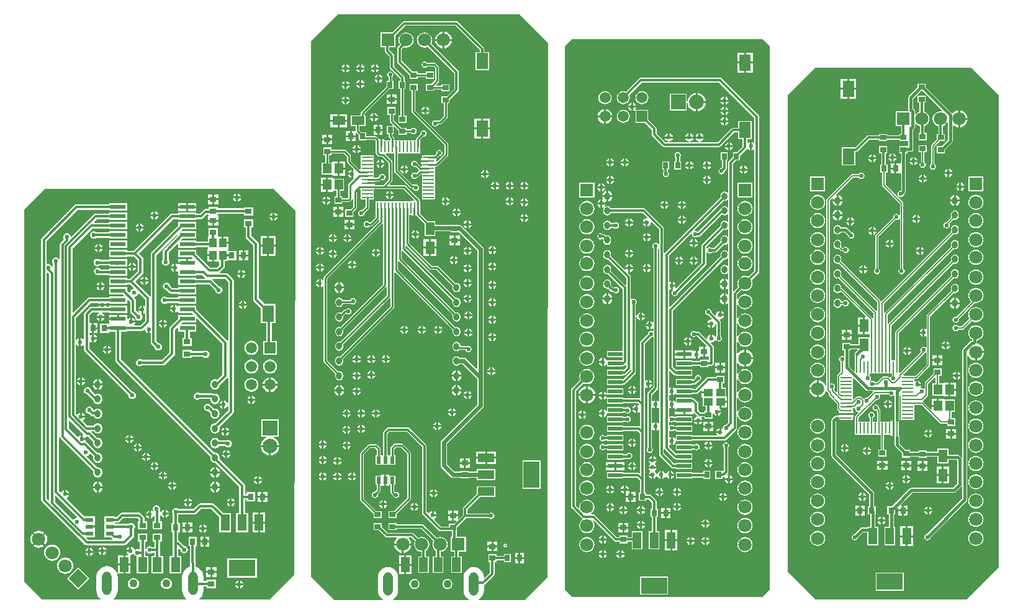
<source format=gtl>
G04*
G04 #@! TF.GenerationSoftware,Altium Limited,Altium Designer,19.1.5 (86)*
G04*
G04 Layer_Physical_Order=1*
G04 Layer_Color=255*
%FSLAX44Y44*%
%MOMM*%
G71*
G01*
G75*
%ADD10R,1.2192X2.2352*%
%ADD11R,3.6000X2.2000*%
%ADD12R,0.7000X0.8500*%
%ADD13R,1.6000X2.1800*%
%ADD14R,0.8500X0.8000*%
%ADD15R,1.2000X1.0000*%
%ADD16R,0.8000X0.8500*%
%ADD17O,0.8000X1.0000*%
%ADD18R,2.0000X0.6000*%
%ADD19C,0.3500*%
%ADD20R,1.2300X1.8000*%
%ADD21R,0.2800X1.5600*%
%ADD22R,1.5600X0.2800*%
%ADD23R,0.8500X0.7000*%
%ADD24R,1.2000X1.4000*%
%ADD25C,0.2000*%
%ADD26C,0.4000*%
%ADD27R,1.2000X2.0000*%
%ADD28R,0.6000X1.0000*%
%ADD29R,1.8000X1.2300*%
%ADD30R,2.2352X1.2192*%
%ADD31R,2.2000X3.6000*%
%ADD32C,0.2500*%
%ADD33C,0.6000*%
%ADD34C,0.2800*%
%ADD35R,1.0000X1.2000*%
%ADD36R,1.0000X0.6000*%
%ADD37R,2.0000X2.0000*%
%ADD38C,2.0000*%
%ADD39R,1.5000X1.5000*%
%ADD40C,1.5000*%
%ADD41C,1.8000*%
%ADD42R,1.8000X1.8000*%
%ADD43C,0.6000*%
%ADD44R,1.8000X1.8000*%
%ADD45C,1.1000*%
%ADD46O,1.3000X3.2000*%
%ADD47P,2.5456X4X180.0*%
%ADD48R,2.0000X2.0000*%
%ADD49R,1.5000X1.5000*%
G36*
X721250Y765000D02*
Y763750D01*
X720000Y36250D01*
X688750Y5000D01*
X626407D01*
X626155Y6270D01*
X626684Y6489D01*
X629557Y8693D01*
X631761Y11566D01*
X633146Y14911D01*
X633619Y18500D01*
Y25914D01*
X633671Y25924D01*
X634663Y26587D01*
X647163Y39087D01*
X647826Y40079D01*
X648059Y41250D01*
X648059Y41250D01*
Y57250D01*
X650500D01*
Y59441D01*
X660750D01*
Y57000D01*
X670250D01*
Y68000D01*
X660750D01*
Y65559D01*
X650500D01*
Y67750D01*
X639500D01*
Y57250D01*
X641941D01*
Y42517D01*
X634792Y35368D01*
X633619Y35854D01*
Y36500D01*
X633146Y40090D01*
X631761Y43434D01*
X629557Y46307D01*
X626684Y48511D01*
X623340Y49896D01*
X619750Y50369D01*
X616161Y49896D01*
X612816Y48511D01*
X609943Y46307D01*
X607739Y43434D01*
X606354Y40090D01*
X605881Y36500D01*
Y18500D01*
X606354Y14911D01*
X607739Y11566D01*
X609943Y8693D01*
X612816Y6489D01*
X613345Y6270D01*
X613093Y5000D01*
X509407D01*
X509155Y6270D01*
X509684Y6489D01*
X512557Y8693D01*
X514761Y11566D01*
X516146Y14911D01*
X516619Y18500D01*
Y36500D01*
X516146Y40090D01*
X514761Y43434D01*
X512557Y46307D01*
X509684Y48511D01*
X506339Y49896D01*
X502750Y50369D01*
X499160Y49896D01*
X495816Y48511D01*
X492943Y46307D01*
X490739Y43434D01*
X489354Y40090D01*
X488881Y36500D01*
Y18500D01*
X489354Y14911D01*
X490739Y11566D01*
X492943Y8693D01*
X495816Y6489D01*
X496345Y6270D01*
X496093Y5000D01*
X430000D01*
X397500Y37500D01*
Y767500D01*
X433750Y803750D01*
X682500D01*
X721250Y765000D01*
D02*
G37*
G36*
X376800Y536000D02*
X374800Y40000D01*
X340800Y6000D01*
Y6000D01*
X245662D01*
X245231Y7270D01*
X246871Y8529D01*
X249196Y11558D01*
X250657Y15085D01*
X251155Y18870D01*
Y23892D01*
X255600D01*
Y21560D01*
X268100D01*
Y33560D01*
X255600D01*
Y31538D01*
X251155D01*
Y36870D01*
X250657Y40655D01*
X249196Y44183D01*
X246871Y47211D01*
X243843Y49536D01*
X240321Y50994D01*
X240283Y77941D01*
X241181Y78840D01*
X241950D01*
Y91340D01*
X230950D01*
Y78840D01*
X232635D01*
X232674Y50968D01*
X229217Y49536D01*
X226189Y47211D01*
X223864Y44183D01*
X222403Y40655D01*
X221905Y36870D01*
Y18870D01*
X222403Y15085D01*
X223864Y11558D01*
X226189Y8529D01*
X227829Y7270D01*
X227397Y6000D01*
X128663D01*
X128231Y7270D01*
X129872Y8529D01*
X132196Y11558D01*
X133657Y15085D01*
X134155Y18870D01*
Y36870D01*
X133827Y39358D01*
X133837Y40538D01*
X134733Y41318D01*
X134752Y41330D01*
X135466Y41330D01*
X141760D01*
Y52600D01*
X134490D01*
X134490Y42491D01*
Y42363D01*
X134466Y41958D01*
X133220Y41710D01*
X132196Y44183D01*
X129872Y47211D01*
X126842Y49536D01*
X123315Y50997D01*
X119530Y51495D01*
X115745Y50997D01*
X112217Y49536D01*
X109188Y47211D01*
X106864Y44183D01*
X105403Y40655D01*
X104905Y36870D01*
Y18870D01*
X105403Y15085D01*
X106864Y11558D01*
X109188Y8529D01*
X110829Y7270D01*
X110398Y6000D01*
X30800D01*
X6800Y30000D01*
Y538000D01*
X34800Y566000D01*
X346800D01*
X376800Y536000D01*
D02*
G37*
G36*
X1023750Y760000D02*
X1023750Y20000D01*
X1023750D01*
X1013750Y10000D01*
X753750D01*
X743750Y20000D01*
Y760000D01*
X753750Y770000D01*
X1013750D01*
X1023750Y760000D01*
D02*
G37*
G36*
X1335850Y693750D02*
Y50000D01*
X1292100Y6250D01*
X1085850D01*
X1048350Y43750D01*
Y693750D01*
X1085850Y731250D01*
X1298350D01*
X1335850Y693750D01*
D02*
G37*
%LPC*%
G36*
X596250Y794309D02*
X596250Y794309D01*
X525000D01*
X525000Y794309D01*
X523829Y794076D01*
X522837Y793413D01*
X522837Y793413D01*
X508424Y779000D01*
X492250D01*
Y758500D01*
X498506D01*
Y753750D01*
X498506Y753750D01*
X498739Y752579D01*
X499402Y751587D01*
X499402Y751587D01*
X505091Y745898D01*
Y731600D01*
X505091Y731600D01*
X505324Y730430D01*
X505987Y729437D01*
X505987Y729437D01*
X519441Y715983D01*
Y713000D01*
X517250D01*
Y702000D01*
X519701D01*
Y665500D01*
X517000D01*
Y656000D01*
X528000D01*
Y665500D01*
X524799D01*
Y702000D01*
X526750D01*
Y707081D01*
X526833Y707500D01*
X526750Y707918D01*
Y713000D01*
X525559D01*
Y717250D01*
X525559Y717250D01*
X525326Y718420D01*
X524663Y719413D01*
X511209Y732867D01*
Y747165D01*
X511209Y747165D01*
X510976Y748335D01*
X510313Y749328D01*
X504624Y755017D01*
Y758500D01*
X512750D01*
Y774674D01*
X526267Y788191D01*
X594983D01*
X628191Y754983D01*
Y752150D01*
X622000D01*
Y727850D01*
X640500D01*
Y752150D01*
X634309D01*
Y756250D01*
X634309Y756250D01*
X634076Y757421D01*
X633413Y758413D01*
X598413Y793413D01*
X597421Y794076D01*
X596250Y794309D01*
D02*
G37*
G36*
X579770Y780222D02*
Y770020D01*
X589972D01*
X589743Y771762D01*
X588580Y774570D01*
X586730Y776980D01*
X584320Y778830D01*
X581513Y779993D01*
X579770Y780222D01*
D02*
G37*
G36*
X577230D02*
X575488Y779993D01*
X572680Y778830D01*
X570270Y776980D01*
X568420Y774570D01*
X567257Y771762D01*
X567028Y770020D01*
X577230D01*
Y780222D01*
D02*
G37*
G36*
X527500Y779088D02*
X524824Y778736D01*
X522331Y777703D01*
X520190Y776060D01*
X518547Y773919D01*
X517514Y771426D01*
X517162Y768750D01*
X517514Y766074D01*
X518547Y763581D01*
X519376Y762499D01*
X516487Y759610D01*
X515824Y758618D01*
X515591Y757448D01*
X515591Y757447D01*
Y738850D01*
X515824Y737680D01*
X516487Y736687D01*
X532000Y721174D01*
Y716000D01*
X543000D01*
Y718201D01*
X554500D01*
Y716000D01*
X565500D01*
Y725500D01*
X554500D01*
Y723299D01*
X543000D01*
Y725500D01*
X536326D01*
X521709Y740117D01*
Y756180D01*
X524448Y758920D01*
X524824Y758764D01*
X527500Y758412D01*
X530176Y758764D01*
X532669Y759797D01*
X534810Y761440D01*
X536453Y763581D01*
X537486Y766074D01*
X537839Y768750D01*
X537486Y771426D01*
X536453Y773919D01*
X534810Y776060D01*
X532669Y777703D01*
X530176Y778736D01*
X527500Y779088D01*
D02*
G37*
G36*
X589972Y767480D02*
X579770D01*
Y757278D01*
X581513Y757507D01*
X584320Y758670D01*
X586730Y760520D01*
X588580Y762930D01*
X589743Y765738D01*
X589972Y767480D01*
D02*
G37*
G36*
X577230D02*
X567028D01*
X567257Y765738D01*
X568420Y762930D01*
X570270Y760520D01*
X572680Y758670D01*
X575488Y757507D01*
X577230Y757278D01*
Y767480D01*
D02*
G37*
G36*
X486270Y735396D02*
Y731270D01*
X490396D01*
X490219Y732162D01*
X488994Y733994D01*
X487162Y735219D01*
X486270Y735396D01*
D02*
G37*
G36*
X483730D02*
X482839Y735219D01*
X481006Y733994D01*
X479781Y732162D01*
X479604Y731270D01*
X483730D01*
Y735396D01*
D02*
G37*
G36*
X466270D02*
Y731270D01*
X470396D01*
X470219Y732162D01*
X468994Y733994D01*
X467162Y735219D01*
X466270Y735396D01*
D02*
G37*
G36*
X463730D02*
X462839Y735219D01*
X461006Y733994D01*
X459781Y732162D01*
X459604Y731270D01*
X463730D01*
Y735396D01*
D02*
G37*
G36*
X446270D02*
Y731270D01*
X450396D01*
X450219Y732162D01*
X448994Y733994D01*
X447162Y735219D01*
X446270Y735396D01*
D02*
G37*
G36*
X443730D02*
X442839Y735219D01*
X441006Y733994D01*
X439781Y732162D01*
X439604Y731270D01*
X443730D01*
Y735396D01*
D02*
G37*
G36*
X490396Y728730D02*
X486270D01*
Y724604D01*
X487162Y724781D01*
X488994Y726006D01*
X490219Y727838D01*
X490396Y728730D01*
D02*
G37*
G36*
X483730D02*
X479604D01*
X479781Y727838D01*
X481006Y726006D01*
X482839Y724781D01*
X483730Y724604D01*
Y728730D01*
D02*
G37*
G36*
X470396D02*
X466270D01*
Y724604D01*
X467162Y724781D01*
X468994Y726006D01*
X470219Y727838D01*
X470396Y728730D01*
D02*
G37*
G36*
X463730D02*
X459604D01*
X459781Y727838D01*
X461006Y726006D01*
X462839Y724781D01*
X463730Y724604D01*
Y728730D01*
D02*
G37*
G36*
X450396D02*
X446270D01*
Y724604D01*
X447162Y724781D01*
X448994Y726006D01*
X450219Y727838D01*
X450396Y728730D01*
D02*
G37*
G36*
X443730D02*
X439604D01*
X439781Y727838D01*
X441006Y726006D01*
X442839Y724781D01*
X443730Y724604D01*
Y728730D01*
D02*
G37*
G36*
X491270Y721646D02*
Y717520D01*
X495396D01*
X495219Y718412D01*
X493994Y720244D01*
X492162Y721469D01*
X491270Y721646D01*
D02*
G37*
G36*
X488730D02*
X487838Y721469D01*
X486006Y720244D01*
X484781Y718412D01*
X484604Y717520D01*
X488730D01*
Y721646D01*
D02*
G37*
G36*
X495396Y714980D02*
X491270D01*
Y710854D01*
X492162Y711031D01*
X493994Y712256D01*
X495219Y714088D01*
X495396Y714980D01*
D02*
G37*
G36*
X488730D02*
X484604D01*
X484781Y714088D01*
X486006Y712256D01*
X487838Y711031D01*
X488730Y710854D01*
Y714980D01*
D02*
G37*
G36*
X466270Y714146D02*
Y710020D01*
X470396D01*
X470219Y710912D01*
X468994Y712744D01*
X467162Y713969D01*
X466270Y714146D01*
D02*
G37*
G36*
X463730D02*
X462839Y713969D01*
X461006Y712744D01*
X459781Y710912D01*
X459604Y710020D01*
X463730D01*
Y714146D01*
D02*
G37*
G36*
X446270Y712896D02*
Y708770D01*
X450396D01*
X450219Y709662D01*
X448994Y711494D01*
X447162Y712719D01*
X446270Y712896D01*
D02*
G37*
G36*
X443730D02*
X442839Y712719D01*
X441006Y711494D01*
X439781Y709662D01*
X439604Y708770D01*
X443730D01*
Y712896D01*
D02*
G37*
G36*
X470396Y707480D02*
X466270D01*
Y703354D01*
X467162Y703531D01*
X468994Y704756D01*
X470219Y706588D01*
X470396Y707480D01*
D02*
G37*
G36*
X463730D02*
X459604D01*
X459781Y706588D01*
X461006Y704756D01*
X462839Y703531D01*
X463730Y703354D01*
Y707480D01*
D02*
G37*
G36*
X450396Y706230D02*
X446270D01*
Y702104D01*
X447162Y702281D01*
X448994Y703506D01*
X450219Y705338D01*
X450396Y706230D01*
D02*
G37*
G36*
X443730D02*
X439604D01*
X439781Y705338D01*
X441006Y703506D01*
X442839Y702281D01*
X443730Y702104D01*
Y706230D01*
D02*
G37*
G36*
X553000Y739333D02*
X551342Y739003D01*
X549936Y738064D01*
X548997Y736658D01*
X548667Y735000D01*
X548997Y733342D01*
X549936Y731936D01*
X551342Y730997D01*
X553000Y730667D01*
X554658Y730997D01*
X556064Y731936D01*
X556408Y732451D01*
X565194D01*
X567451Y730194D01*
Y714556D01*
X561895Y709000D01*
X554500D01*
Y699500D01*
X565500D01*
Y701201D01*
X575750D01*
Y699000D01*
X586750D01*
Y708500D01*
X575750D01*
Y706299D01*
X568063D01*
X567577Y707472D01*
X571802Y711698D01*
X572355Y712525D01*
X572549Y713500D01*
Y731250D01*
X572355Y732225D01*
X571802Y733052D01*
X568052Y736802D01*
X567225Y737355D01*
X566250Y737549D01*
X556408D01*
X556064Y738064D01*
X554658Y739003D01*
X553000Y739333D01*
D02*
G37*
G36*
X514290Y694540D02*
X508770D01*
Y689270D01*
X514290D01*
Y694540D01*
D02*
G37*
G36*
X506230D02*
X500710D01*
Y689270D01*
X506230D01*
Y694540D01*
D02*
G37*
G36*
X446270Y691646D02*
Y687520D01*
X450396D01*
X450219Y688412D01*
X448994Y690244D01*
X447162Y691469D01*
X446270Y691646D01*
D02*
G37*
G36*
X443730D02*
X442839Y691469D01*
X441006Y690244D01*
X439781Y688412D01*
X439604Y687520D01*
X443730D01*
Y691646D01*
D02*
G37*
G36*
X514290Y686730D02*
X508770D01*
Y681460D01*
X514290D01*
Y686730D01*
D02*
G37*
G36*
X506230D02*
X500710D01*
Y681460D01*
X506230D01*
Y686730D01*
D02*
G37*
G36*
X450396Y684980D02*
X446270D01*
Y680854D01*
X447162Y681031D01*
X448994Y682256D01*
X450219Y684088D01*
X450396Y684980D01*
D02*
G37*
G36*
X443730D02*
X439604D01*
X439781Y684088D01*
X441006Y682256D01*
X442839Y681031D01*
X443730Y680854D01*
Y684980D01*
D02*
G37*
G36*
X555020Y677896D02*
Y673770D01*
X559146D01*
X558969Y674662D01*
X557744Y676494D01*
X555912Y677719D01*
X555020Y677896D01*
D02*
G37*
G36*
X552480D02*
X551589Y677719D01*
X549756Y676494D01*
X548531Y674662D01*
X548354Y673770D01*
X552480D01*
Y677896D01*
D02*
G37*
G36*
X559146Y671230D02*
X555020D01*
Y667104D01*
X555912Y667281D01*
X557744Y668506D01*
X558969Y670338D01*
X559146Y671230D01*
D02*
G37*
G36*
X552480D02*
X548354D01*
X548531Y670338D01*
X549756Y668506D01*
X551589Y667281D01*
X552480Y667104D01*
Y671230D01*
D02*
G37*
G36*
X485020Y669146D02*
Y665020D01*
X489146D01*
X488969Y665912D01*
X487744Y667744D01*
X485912Y668969D01*
X485020Y669146D01*
D02*
G37*
G36*
X482480D02*
X481588Y668969D01*
X479756Y667744D01*
X478531Y665912D01*
X478354Y665020D01*
X482480D01*
Y669146D01*
D02*
G37*
G36*
X447190Y667440D02*
X436920D01*
Y660020D01*
X447190D01*
Y667440D01*
D02*
G37*
G36*
X434380D02*
X424110D01*
Y660020D01*
X434380D01*
Y667440D01*
D02*
G37*
G36*
X552500Y779088D02*
X549824Y778736D01*
X547331Y777703D01*
X545190Y776060D01*
X543547Y773919D01*
X542514Y771426D01*
X542162Y768750D01*
X542514Y766074D01*
X543547Y763581D01*
X545190Y761440D01*
X547331Y759797D01*
X549824Y758764D01*
X552500Y758412D01*
X555176Y758764D01*
X557286Y759638D01*
X593191Y723733D01*
Y702306D01*
X582885Y692000D01*
X575750D01*
Y682500D01*
X578701D01*
Y664806D01*
X572694Y658799D01*
X568964D01*
X568658Y659003D01*
X567000Y659333D01*
X565342Y659003D01*
X563936Y658064D01*
X562997Y656658D01*
X562667Y655000D01*
X562997Y653342D01*
X563936Y651936D01*
X565342Y650997D01*
X567000Y650667D01*
X568658Y650997D01*
X570064Y651936D01*
X571003Y653342D01*
X571075Y653701D01*
X573750D01*
X574725Y653895D01*
X575552Y654448D01*
X583052Y661948D01*
X583605Y662775D01*
X583799Y663750D01*
Y682500D01*
X586750D01*
Y687213D01*
X598413Y698876D01*
X598413Y698876D01*
X599076Y699868D01*
X599309Y701039D01*
Y725000D01*
X599309Y725000D01*
X599076Y726171D01*
X598413Y727163D01*
X561612Y763964D01*
X562486Y766074D01*
X562839Y768750D01*
X562486Y771426D01*
X561453Y773919D01*
X559810Y776060D01*
X557669Y777703D01*
X555176Y778736D01*
X552500Y779088D01*
D02*
G37*
G36*
X489146Y662480D02*
X485020D01*
Y658354D01*
X485912Y658531D01*
X487744Y659756D01*
X488969Y661588D01*
X489146Y662480D01*
D02*
G37*
G36*
X482480D02*
X478354D01*
X478531Y661588D01*
X479756Y659756D01*
X481588Y658531D01*
X482480Y658354D01*
Y662480D01*
D02*
G37*
G36*
X447190Y657480D02*
X436920D01*
Y650060D01*
X447190D01*
Y657480D01*
D02*
G37*
G36*
X434380D02*
X424110D01*
Y650060D01*
X434380D01*
Y657480D01*
D02*
G37*
G36*
X641790Y661440D02*
X632520D01*
Y649270D01*
X641790D01*
Y661440D01*
D02*
G37*
G36*
X629980D02*
X620710D01*
Y649270D01*
X629980D01*
Y661440D01*
D02*
G37*
G36*
X495290Y653040D02*
X490520D01*
Y647520D01*
X495290D01*
Y653040D01*
D02*
G37*
G36*
X487980D02*
X483210D01*
Y647520D01*
X487980D01*
Y653040D01*
D02*
G37*
G36*
X505750Y725583D02*
X504092Y725254D01*
X502686Y724314D01*
X501747Y722908D01*
X501417Y721250D01*
X501747Y719592D01*
X502686Y718186D01*
X503201Y717842D01*
Y713000D01*
X500750D01*
Y705605D01*
X466048Y670902D01*
X465495Y670076D01*
X465301Y669100D01*
Y666150D01*
X451600D01*
Y651350D01*
X458626D01*
Y645524D01*
X458559Y644559D01*
X457388Y644290D01*
X453270D01*
Y638770D01*
X458540D01*
Y641809D01*
X459810Y642335D01*
X462750Y639395D01*
Y632000D01*
X473250D01*
Y632451D01*
X484868D01*
X485801Y631518D01*
Y623450D01*
X485995Y622475D01*
X486100Y622318D01*
Y614000D01*
X486480D01*
X486948Y613300D01*
X489450Y610798D01*
X490277Y610245D01*
X491252Y610051D01*
X495197D01*
X503701Y601547D01*
Y578556D01*
X496444Y571299D01*
X484790D01*
Y572480D01*
X474450D01*
Y575020D01*
X484790D01*
Y576201D01*
X490010D01*
X490986Y576395D01*
X491813Y576948D01*
X492980Y578115D01*
X493344Y577872D01*
X495003Y577542D01*
X496661Y577872D01*
X498067Y578811D01*
X499006Y580217D01*
X499336Y581875D01*
X499006Y583533D01*
X498067Y584939D01*
X496661Y585878D01*
X495003Y586208D01*
X493344Y585878D01*
X491939Y584939D01*
X490999Y583533D01*
X490952Y583296D01*
X488955Y581299D01*
X483500D01*
Y611400D01*
X465400D01*
Y592501D01*
X464130Y591975D01*
X452299Y603806D01*
Y611000D01*
X452105Y611975D01*
X451552Y612802D01*
X445552Y618802D01*
X444725Y619355D01*
X443750Y619549D01*
X425500D01*
Y622250D01*
X414500D01*
Y611750D01*
X417201D01*
Y601750D01*
X412250D01*
Y585250D01*
X426750Y585250D01*
X426960Y584067D01*
Y583960D01*
X434230D01*
Y593500D01*
Y603040D01*
X426960D01*
Y602933D01*
X426750Y601750D01*
X425690Y601750D01*
X422299D01*
Y611750D01*
X425500D01*
Y614451D01*
X442694D01*
X447201Y609944D01*
Y602750D01*
X447395Y601775D01*
X447948Y600948D01*
X456225Y592671D01*
X455561Y591538D01*
X455020Y591646D01*
Y580854D01*
X455561Y580962D01*
X456225Y579830D01*
X449448Y573052D01*
X448895Y572225D01*
X448701Y571250D01*
Y553556D01*
X448394Y553249D01*
X440500D01*
Y555950D01*
X437799D01*
Y563250D01*
X442750D01*
Y579750D01*
X428250Y579750D01*
X428040Y580933D01*
Y581040D01*
X420770D01*
Y571500D01*
Y561960D01*
X428040D01*
Y562067D01*
X428250Y563250D01*
X429310Y563250D01*
X432701D01*
Y555950D01*
X429500D01*
Y545450D01*
X440500D01*
Y548151D01*
X449450D01*
X450426Y548345D01*
X451253Y548898D01*
X453052Y550698D01*
X453605Y551525D01*
X453681Y551907D01*
X454951Y551782D01*
Y541556D01*
X451645Y538250D01*
X444500D01*
Y527750D01*
X455500D01*
Y534895D01*
X459302Y538698D01*
X459855Y539525D01*
X460049Y540500D01*
Y561444D01*
X464130Y565525D01*
X465400Y564999D01*
Y551100D01*
X471901D01*
Y541756D01*
X466858Y536712D01*
X466250Y536833D01*
X464592Y536503D01*
X463186Y535564D01*
X462247Y534158D01*
X461917Y532500D01*
X462247Y530842D01*
X463186Y529436D01*
X464592Y528497D01*
X466250Y528167D01*
X467908Y528497D01*
X469314Y529436D01*
X470253Y530842D01*
X470583Y532500D01*
X470462Y533108D01*
X476253Y538898D01*
X476805Y539725D01*
X476999Y540700D01*
Y551100D01*
X483500D01*
Y566201D01*
X523944D01*
X539182Y550963D01*
X538696Y549790D01*
X534810D01*
Y548500D01*
X486100D01*
Y530400D01*
X486201D01*
Y527306D01*
X478944Y520049D01*
X477158D01*
X476814Y520564D01*
X475408Y521503D01*
X473750Y521833D01*
X472092Y521503D01*
X470686Y520564D01*
X469747Y519158D01*
X469417Y517500D01*
X469747Y515842D01*
X470686Y514436D01*
X472092Y513497D01*
X473750Y513167D01*
X475408Y513497D01*
X476814Y514436D01*
X477158Y514951D01*
X480000D01*
X480975Y515145D01*
X481802Y515698D01*
X489691Y523586D01*
X490906Y523115D01*
X491022Y522127D01*
X415698Y446802D01*
X415145Y445975D01*
X414951Y445000D01*
Y442174D01*
X413681Y441703D01*
X412162Y442719D01*
X411270Y442896D01*
Y432104D01*
X412162Y432281D01*
X413681Y433297D01*
X414951Y432826D01*
Y331000D01*
X415145Y330024D01*
X415698Y329198D01*
X431187Y313708D01*
X430897Y312250D01*
Y310250D01*
X431305Y308202D01*
X432465Y306465D01*
X434202Y305305D01*
X436250Y304897D01*
X438298Y305305D01*
X440035Y306465D01*
X441195Y308202D01*
X441603Y310250D01*
Y312250D01*
X441195Y314298D01*
X440035Y316035D01*
X438298Y317195D01*
X436250Y317603D01*
X434792Y317313D01*
X420049Y332056D01*
Y443944D01*
X494931Y518826D01*
X496201Y518300D01*
Y435806D01*
X437708Y377313D01*
X436250Y377603D01*
X434202Y377195D01*
X432465Y376035D01*
X431305Y374298D01*
X430897Y372250D01*
Y370250D01*
X431305Y368201D01*
X432465Y366465D01*
X434202Y365305D01*
X436250Y364897D01*
X438298Y365305D01*
X440035Y366465D01*
X441195Y368201D01*
X441603Y370250D01*
Y372250D01*
X441313Y373708D01*
X499931Y432326D01*
X501201Y431800D01*
Y420806D01*
X437708Y357313D01*
X436250Y357603D01*
X434202Y357195D01*
X432465Y356035D01*
X431305Y354298D01*
X430897Y352250D01*
Y350250D01*
X431305Y348202D01*
X432465Y346465D01*
X434202Y345305D01*
X436250Y344897D01*
X438298Y345305D01*
X440035Y346465D01*
X441195Y348202D01*
X441603Y350250D01*
Y352250D01*
X441313Y353708D01*
X504931Y417326D01*
X506201Y416800D01*
Y405806D01*
X437708Y337313D01*
X436250Y337603D01*
X434202Y337195D01*
X432465Y336035D01*
X431305Y334298D01*
X430897Y332250D01*
Y330250D01*
X431305Y328202D01*
X432465Y326465D01*
X434202Y325305D01*
X436250Y324897D01*
X438298Y325305D01*
X440035Y326465D01*
X441195Y328202D01*
X441603Y330250D01*
Y332250D01*
X441313Y333708D01*
X510552Y402948D01*
X511105Y403774D01*
X511299Y404750D01*
Y451800D01*
X512569Y452326D01*
X591187Y373708D01*
X590897Y372250D01*
Y370250D01*
X591305Y368201D01*
X592465Y366465D01*
X594202Y365305D01*
X596250Y364897D01*
X598298Y365305D01*
X600035Y366465D01*
X601195Y368201D01*
X601603Y370250D01*
Y372250D01*
X601195Y374298D01*
X600035Y376035D01*
X598298Y377195D01*
X596250Y377603D01*
X594792Y377313D01*
X516299Y455806D01*
Y466800D01*
X517569Y467326D01*
X591187Y393708D01*
X590897Y392250D01*
Y390250D01*
X591305Y388202D01*
X592465Y386465D01*
X594202Y385305D01*
X596250Y384897D01*
X598298Y385305D01*
X600035Y386465D01*
X601195Y388202D01*
X601603Y390250D01*
Y392250D01*
X601195Y394298D01*
X600035Y396035D01*
X598298Y397195D01*
X596250Y397603D01*
X594792Y397313D01*
X521299Y470806D01*
Y481800D01*
X522569Y482326D01*
X591187Y413708D01*
X590897Y412250D01*
Y410250D01*
X591305Y408202D01*
X592465Y406465D01*
X594202Y405305D01*
X596250Y404897D01*
X598298Y405305D01*
X600035Y406465D01*
X601195Y408202D01*
X601603Y410250D01*
Y412250D01*
X601195Y414298D01*
X600035Y416035D01*
X598298Y417195D01*
X596250Y417603D01*
X594792Y417313D01*
X526299Y485806D01*
Y488300D01*
X527569Y488826D01*
X559700Y456695D01*
X560527Y456143D01*
X561503Y455948D01*
X568947D01*
X591187Y433708D01*
X590897Y432250D01*
Y430250D01*
X591305Y428202D01*
X592465Y426465D01*
X594202Y425305D01*
X596250Y424897D01*
X598298Y425305D01*
X600035Y426465D01*
X601195Y428202D01*
X601603Y430250D01*
Y432250D01*
X601195Y434298D01*
X600035Y436035D01*
X598298Y437195D01*
X596250Y437603D01*
X594792Y437313D01*
X571805Y460300D01*
X570978Y460852D01*
X570003Y461046D01*
X562558D01*
X531299Y492306D01*
Y530400D01*
X534810D01*
Y529110D01*
X537480D01*
Y539450D01*
X540020D01*
Y529110D01*
X541985D01*
X552600Y518495D01*
Y501600D01*
X567400D01*
Y507875D01*
X588250D01*
Y506500D01*
X599250D01*
X599250Y506500D01*
Y506500D01*
X600340Y506032D01*
X624417Y481955D01*
Y320871D01*
X623243Y320385D01*
X609314Y334314D01*
X607908Y335253D01*
X606250Y335583D01*
X600337D01*
X600035Y336035D01*
X598298Y337195D01*
X596250Y337603D01*
X594202Y337195D01*
X592465Y336035D01*
X591305Y334298D01*
X590897Y332250D01*
Y330250D01*
X591305Y328202D01*
X592465Y326465D01*
X594202Y325305D01*
X596250Y324897D01*
X598298Y325305D01*
X600035Y326465D01*
X600337Y326917D01*
X604455D01*
X624417Y306955D01*
Y271795D01*
X575686Y223064D01*
X574747Y221658D01*
X574417Y220000D01*
Y188750D01*
X574747Y187092D01*
X575686Y185686D01*
X588186Y173186D01*
X589592Y172247D01*
X591250Y171917D01*
X602000D01*
Y171000D01*
X613000D01*
Y171917D01*
X624086D01*
Y168904D01*
X648938D01*
Y183596D01*
X624086D01*
Y180583D01*
X613000D01*
Y181500D01*
X602000D01*
Y180583D01*
X593045D01*
X583083Y190545D01*
Y218205D01*
X631814Y266936D01*
X632753Y268342D01*
X633083Y270000D01*
Y483750D01*
X632753Y485408D01*
X631814Y486814D01*
X603356Y515272D01*
X601950Y516211D01*
X600292Y516541D01*
X599250D01*
Y517000D01*
X588250D01*
Y516541D01*
X567400D01*
Y522100D01*
X556205D01*
X546400Y531905D01*
Y548500D01*
X546299D01*
Y550000D01*
X546105Y550975D01*
X545552Y551802D01*
X526802Y570552D01*
X525975Y571105D01*
X525000Y571299D01*
X505313D01*
X504827Y572472D01*
X508052Y575698D01*
X508605Y576525D01*
X508799Y577500D01*
Y602602D01*
X508605Y603578D01*
X508052Y604405D01*
X499631Y612827D01*
X500117Y614000D01*
X511201D01*
Y590000D01*
X511395Y589025D01*
X511948Y588198D01*
X532837Y567308D01*
X533664Y566755D01*
X534640Y566561D01*
X536806D01*
X536979Y565692D01*
X537918Y564286D01*
X539324Y563347D01*
X540982Y563017D01*
X542640Y563347D01*
X544046Y564286D01*
X544986Y565692D01*
X545315Y567350D01*
X544986Y569008D01*
X544046Y570414D01*
X542640Y571353D01*
X540982Y571683D01*
X540042Y571496D01*
X539222Y571659D01*
X535695D01*
X516299Y591056D01*
Y614000D01*
X546400D01*
Y632100D01*
X546400Y632100D01*
X546400D01*
X546400Y632100D01*
X546801Y633204D01*
X550642Y637045D01*
X551250Y636924D01*
X552908Y637254D01*
X554314Y638193D01*
X555253Y639599D01*
X555583Y641257D01*
X555253Y642915D01*
X554314Y644321D01*
X552908Y645261D01*
X551250Y645590D01*
X549592Y645261D01*
X548186Y644321D01*
X547247Y642915D01*
X546917Y641257D01*
X547038Y640649D01*
X541948Y635560D01*
X541395Y634733D01*
X541201Y633757D01*
Y632100D01*
X511299D01*
Y635000D01*
X511105Y635975D01*
X510552Y636802D01*
X508499Y638856D01*
Y640750D01*
X510500D01*
Y650099D01*
X511770Y650625D01*
X517000Y645395D01*
Y639500D01*
X528000D01*
Y641701D01*
X534259D01*
X534436Y641436D01*
X535842Y640497D01*
X537500Y640167D01*
X539158Y640497D01*
X540564Y641436D01*
X541503Y642842D01*
X541833Y644500D01*
X541503Y646158D01*
X540564Y647564D01*
X539158Y648503D01*
X537500Y648833D01*
X535842Y648503D01*
X534436Y647564D01*
X533925Y646799D01*
X528000D01*
Y649000D01*
X520605D01*
X510049Y659556D01*
Y666750D01*
X513000D01*
Y677250D01*
X502000D01*
Y666750D01*
X504951D01*
Y658500D01*
X505145Y657525D01*
X505698Y656698D01*
X509375Y653020D01*
X508849Y651750D01*
X501000D01*
Y640750D01*
X503401D01*
Y637800D01*
X503595Y636824D01*
X504148Y635998D01*
X506201Y633944D01*
Y632100D01*
X497690D01*
Y633390D01*
X495020D01*
Y623050D01*
X492480D01*
Y633390D01*
X490737D01*
X490705Y633549D01*
X490152Y634376D01*
X487726Y636802D01*
X486899Y637355D01*
X485924Y637549D01*
X473250D01*
Y643000D01*
X466355D01*
X463724Y645631D01*
Y651350D01*
X472100D01*
Y666150D01*
X470399D01*
Y668044D01*
X504355Y702000D01*
X510250D01*
Y713000D01*
X508299D01*
Y717842D01*
X508814Y718186D01*
X509753Y719592D01*
X510083Y721250D01*
X509753Y722908D01*
X508814Y724314D01*
X507408Y725254D01*
X505750Y725583D01*
D02*
G37*
G36*
X495290Y644980D02*
X490520D01*
Y639460D01*
X495290D01*
Y644980D01*
D02*
G37*
G36*
X487980D02*
X483210D01*
Y639460D01*
X487980D01*
Y644980D01*
D02*
G37*
G36*
X450730Y644290D02*
X445460D01*
Y638770D01*
X450730D01*
Y644290D01*
D02*
G37*
G36*
X641790Y646730D02*
X632520D01*
Y634560D01*
X641790D01*
Y646730D01*
D02*
G37*
G36*
X629980D02*
X620710D01*
Y634560D01*
X629980D01*
Y646730D01*
D02*
G37*
G36*
X426790Y639540D02*
X421270D01*
Y634270D01*
X426790D01*
Y639540D01*
D02*
G37*
G36*
X418730D02*
X413210D01*
Y634270D01*
X418730D01*
Y639540D01*
D02*
G37*
G36*
X458540Y636230D02*
X453270D01*
Y630710D01*
X458540D01*
Y636230D01*
D02*
G37*
G36*
X450730D02*
X445460D01*
Y630710D01*
X450730D01*
Y636230D01*
D02*
G37*
G36*
X426790Y631730D02*
X421270D01*
Y626460D01*
X426790D01*
Y631730D01*
D02*
G37*
G36*
X418730D02*
X413210D01*
Y626460D01*
X418730D01*
Y631730D01*
D02*
G37*
G36*
X461270Y625396D02*
Y621270D01*
X465396D01*
X465219Y622162D01*
X463994Y623994D01*
X462162Y625219D01*
X461270Y625396D01*
D02*
G37*
G36*
X458730D02*
X457839Y625219D01*
X456006Y623994D01*
X454781Y622162D01*
X454604Y621270D01*
X458730D01*
Y625396D01*
D02*
G37*
G36*
X465396Y618730D02*
X461270D01*
Y614604D01*
X462162Y614781D01*
X463994Y616006D01*
X465219Y617838D01*
X465396Y618730D01*
D02*
G37*
G36*
X458730D02*
X454604D01*
X454781Y617838D01*
X456006Y616006D01*
X457839Y614781D01*
X458730Y614604D01*
Y618730D01*
D02*
G37*
G36*
X543000Y709000D02*
X532000D01*
Y699500D01*
X534951D01*
Y671750D01*
X535145Y670775D01*
X535698Y669948D01*
X579951Y625694D01*
Y613556D01*
X569563Y603168D01*
X568390Y603654D01*
Y606783D01*
X568636Y606948D01*
X572184Y610496D01*
X572792Y610375D01*
X574450Y610705D01*
X575856Y611644D01*
X576796Y613050D01*
X577125Y614709D01*
X576796Y616367D01*
X575856Y617773D01*
X574450Y618712D01*
X572792Y619042D01*
X571134Y618712D01*
X569728Y617773D01*
X568789Y616367D01*
X568459Y614709D01*
X568580Y614101D01*
X565879Y611400D01*
X549000D01*
Y607690D01*
X547710D01*
Y605020D01*
X558050D01*
Y602480D01*
X547710D01*
Y599810D01*
X549000D01*
Y596904D01*
X547730Y596550D01*
X542786Y601493D01*
X542753Y601658D01*
X541814Y603064D01*
X540408Y604003D01*
X538750Y604333D01*
X537092Y604003D01*
X535686Y603064D01*
X534747Y601658D01*
X534417Y600000D01*
X534747Y598342D01*
X535686Y596936D01*
X537092Y595997D01*
X538750Y595667D01*
X540408Y595997D01*
X540807Y596263D01*
X544883Y592188D01*
X544917Y591181D01*
X544776Y590652D01*
X544627Y590552D01*
X541259Y587185D01*
X540408Y587753D01*
X538750Y588083D01*
X537092Y587753D01*
X535686Y586814D01*
X534747Y585408D01*
X534417Y583750D01*
X534747Y582092D01*
X535686Y580686D01*
X537092Y579747D01*
X538750Y579417D01*
X540408Y579747D01*
X541814Y580686D01*
X542270Y581368D01*
X542405Y581395D01*
X543231Y581948D01*
X547485Y586201D01*
X549000D01*
Y551100D01*
X567100D01*
Y596201D01*
X568750D01*
X569725Y596395D01*
X570552Y596948D01*
X584302Y610698D01*
X584855Y611525D01*
X585049Y612500D01*
Y626750D01*
X584855Y627725D01*
X584302Y628552D01*
X540049Y672806D01*
Y699500D01*
X543000D01*
Y709000D01*
D02*
G37*
G36*
X493770Y605396D02*
Y601270D01*
X497896D01*
X497719Y602162D01*
X496494Y603994D01*
X494662Y605219D01*
X493770Y605396D01*
D02*
G37*
G36*
X491230D02*
X490339Y605219D01*
X488506Y603994D01*
X487281Y602162D01*
X487104Y601270D01*
X491230D01*
Y605396D01*
D02*
G37*
G36*
X444040Y603040D02*
X436770D01*
Y594770D01*
X444040D01*
Y603040D01*
D02*
G37*
G36*
X497896Y598730D02*
X493770D01*
Y594604D01*
X494662Y594781D01*
X496494Y596006D01*
X497719Y597838D01*
X497896Y598730D01*
D02*
G37*
G36*
X491230D02*
X487104D01*
X487281Y597838D01*
X488506Y596006D01*
X490339Y594781D01*
X491230Y594604D01*
Y598730D01*
D02*
G37*
G36*
X526270Y597896D02*
Y593770D01*
X530396D01*
X530219Y594662D01*
X528994Y596494D01*
X527162Y597719D01*
X526270Y597896D01*
D02*
G37*
G36*
X523730D02*
X522839Y597719D01*
X521006Y596494D01*
X519781Y594662D01*
X519604Y593770D01*
X523730D01*
Y597896D01*
D02*
G37*
G36*
X452480Y591646D02*
X451589Y591469D01*
X449756Y590244D01*
X448531Y588412D01*
X448354Y587520D01*
X452480D01*
Y591646D01*
D02*
G37*
G36*
X636339Y591427D02*
Y587301D01*
X640464D01*
X640287Y588193D01*
X639063Y590026D01*
X637230Y591250D01*
X636339Y591427D01*
D02*
G37*
G36*
X633798D02*
X632907Y591250D01*
X631074Y590026D01*
X629850Y588193D01*
X629673Y587301D01*
X633798D01*
Y591427D01*
D02*
G37*
G36*
X530396Y591230D02*
X526270D01*
Y587104D01*
X527162Y587281D01*
X528994Y588506D01*
X530219Y590338D01*
X530396Y591230D01*
D02*
G37*
G36*
X523730D02*
X519604D01*
X519781Y590338D01*
X521006Y588506D01*
X522839Y587281D01*
X523730Y587104D01*
Y591230D01*
D02*
G37*
G36*
X444040Y592230D02*
X436770D01*
Y583960D01*
X444040D01*
Y592230D01*
D02*
G37*
G36*
X452480Y584980D02*
X448354D01*
X448531Y584088D01*
X449756Y582256D01*
X451589Y581031D01*
X452480Y580854D01*
Y584980D01*
D02*
G37*
G36*
X640464Y584762D02*
X636339D01*
Y580636D01*
X637230Y580813D01*
X639063Y582037D01*
X640287Y583870D01*
X640464Y584762D01*
D02*
G37*
G36*
X633798D02*
X629673D01*
X629850Y583870D01*
X631074Y582037D01*
X632907Y580813D01*
X633798Y580636D01*
Y584762D01*
D02*
G37*
G36*
X418230Y581040D02*
X410960D01*
Y572770D01*
X418230D01*
Y581040D01*
D02*
G37*
G36*
X690020Y575396D02*
Y571270D01*
X694146D01*
X693969Y572162D01*
X692744Y573994D01*
X690912Y575219D01*
X690020Y575396D01*
D02*
G37*
G36*
X687480D02*
X686588Y575219D01*
X684756Y573994D01*
X683531Y572162D01*
X683354Y571270D01*
X687480D01*
Y575396D01*
D02*
G37*
G36*
X670020D02*
Y571270D01*
X674146D01*
X673969Y572162D01*
X672744Y573994D01*
X670912Y575219D01*
X670020Y575396D01*
D02*
G37*
G36*
X667480D02*
X666589Y575219D01*
X664756Y573994D01*
X663531Y572162D01*
X663354Y571270D01*
X667480D01*
Y575396D01*
D02*
G37*
G36*
X650020D02*
Y571270D01*
X654146D01*
X653969Y572162D01*
X652744Y573994D01*
X650912Y575219D01*
X650020Y575396D01*
D02*
G37*
G36*
X647480D02*
X646588Y575219D01*
X644756Y573994D01*
X643531Y572162D01*
X643354Y571270D01*
X647480D01*
Y575396D01*
D02*
G37*
G36*
X694146Y568730D02*
X690020D01*
Y564604D01*
X690912Y564781D01*
X692744Y566006D01*
X693969Y567838D01*
X694146Y568730D01*
D02*
G37*
G36*
X687480D02*
X683354D01*
X683531Y567838D01*
X684756Y566006D01*
X686588Y564781D01*
X687480Y564604D01*
Y568730D01*
D02*
G37*
G36*
X674146D02*
X670020D01*
Y564604D01*
X670912Y564781D01*
X672744Y566006D01*
X673969Y567838D01*
X674146Y568730D01*
D02*
G37*
G36*
X667480D02*
X663354D01*
X663531Y567838D01*
X664756Y566006D01*
X666589Y564781D01*
X667480Y564604D01*
Y568730D01*
D02*
G37*
G36*
X654146D02*
X650020D01*
Y564604D01*
X650912Y564781D01*
X652744Y566006D01*
X653969Y567838D01*
X654146Y568730D01*
D02*
G37*
G36*
X647480D02*
X643354D01*
X643531Y567838D01*
X644756Y566006D01*
X646588Y564781D01*
X647480Y564604D01*
Y568730D01*
D02*
G37*
G36*
X418230Y570230D02*
X410960D01*
Y561960D01*
X418230D01*
Y570230D01*
D02*
G37*
G36*
X506270Y562896D02*
Y558770D01*
X510396D01*
X510219Y559662D01*
X508994Y561494D01*
X507162Y562719D01*
X506270Y562896D01*
D02*
G37*
G36*
X503730D02*
X502839Y562719D01*
X501006Y561494D01*
X499781Y559662D01*
X499604Y558770D01*
X503730D01*
Y562896D01*
D02*
G37*
G36*
X510396Y556230D02*
X506270D01*
Y552104D01*
X507162Y552281D01*
X508994Y553506D01*
X510219Y555338D01*
X510396Y556230D01*
D02*
G37*
G36*
X503730D02*
X499604D01*
X499781Y555338D01*
X501006Y553506D01*
X502839Y552281D01*
X503730Y552104D01*
Y556230D01*
D02*
G37*
G36*
X420020Y555396D02*
Y551270D01*
X424146D01*
X423969Y552162D01*
X422744Y553994D01*
X420912Y555219D01*
X420020Y555396D01*
D02*
G37*
G36*
X417480D02*
X416588Y555219D01*
X414756Y553994D01*
X413531Y552162D01*
X413354Y551270D01*
X417480D01*
Y555396D01*
D02*
G37*
G36*
X670020Y554146D02*
Y550020D01*
X674146D01*
X673969Y550912D01*
X672744Y552744D01*
X670912Y553969D01*
X670020Y554146D01*
D02*
G37*
G36*
X667480D02*
X666589Y553969D01*
X664756Y552744D01*
X663531Y550912D01*
X663354Y550020D01*
X667480D01*
Y554146D01*
D02*
G37*
G36*
X582520D02*
Y550020D01*
X586646D01*
X586469Y550912D01*
X585244Y552744D01*
X583412Y553969D01*
X582520Y554146D01*
D02*
G37*
G36*
X579980D02*
X579089Y553969D01*
X577256Y552744D01*
X576031Y550912D01*
X575854Y550020D01*
X579980D01*
Y554146D01*
D02*
G37*
G36*
X690020Y552896D02*
Y548770D01*
X694146D01*
X693969Y549662D01*
X692744Y551494D01*
X690912Y552719D01*
X690020Y552896D01*
D02*
G37*
G36*
X687480D02*
X686588Y552719D01*
X684756Y551494D01*
X683531Y549662D01*
X683354Y548770D01*
X687480D01*
Y552896D01*
D02*
G37*
G36*
X424146Y548730D02*
X420020D01*
Y544604D01*
X420912Y544781D01*
X422744Y546006D01*
X423969Y547838D01*
X424146Y548730D01*
D02*
G37*
G36*
X417480D02*
X413354D01*
X413531Y547838D01*
X414756Y546006D01*
X416588Y544781D01*
X417480Y544604D01*
Y548730D01*
D02*
G37*
G36*
X674146Y547480D02*
X670020D01*
Y543354D01*
X670912Y543531D01*
X672744Y544756D01*
X673969Y546588D01*
X674146Y547480D01*
D02*
G37*
G36*
X667480D02*
X663354D01*
X663531Y546588D01*
X664756Y544756D01*
X666589Y543531D01*
X667480Y543354D01*
Y547480D01*
D02*
G37*
G36*
X586646D02*
X582520D01*
Y543354D01*
X583412Y543531D01*
X585244Y544756D01*
X586469Y546588D01*
X586646Y547480D01*
D02*
G37*
G36*
X579980D02*
X575854D01*
X576031Y546588D01*
X577256Y544756D01*
X579089Y543531D01*
X579980Y543354D01*
Y547480D01*
D02*
G37*
G36*
X694146Y546230D02*
X690020D01*
Y542104D01*
X690912Y542281D01*
X692744Y543506D01*
X693969Y545338D01*
X694146Y546230D01*
D02*
G37*
G36*
X687480D02*
X683354D01*
X683531Y545338D01*
X684756Y543506D01*
X686588Y542281D01*
X687480Y542104D01*
Y546230D01*
D02*
G37*
G36*
X441790Y541240D02*
X436270D01*
Y535970D01*
X441790D01*
Y541240D01*
D02*
G37*
G36*
X433730D02*
X428210D01*
Y535970D01*
X433730D01*
Y541240D01*
D02*
G37*
G36*
X597520Y539146D02*
Y535020D01*
X601646D01*
X601469Y535912D01*
X600244Y537744D01*
X598412Y538969D01*
X597520Y539146D01*
D02*
G37*
G36*
X594980D02*
X594088Y538969D01*
X592256Y537744D01*
X591031Y535912D01*
X590854Y535020D01*
X594980D01*
Y539146D01*
D02*
G37*
G36*
X601646Y532480D02*
X597520D01*
Y528354D01*
X598412Y528531D01*
X600244Y529756D01*
X601469Y531588D01*
X601646Y532480D01*
D02*
G37*
G36*
X594980D02*
X590854D01*
X591031Y531588D01*
X592256Y529756D01*
X594088Y528531D01*
X594980Y528354D01*
Y532480D01*
D02*
G37*
G36*
X441790Y533430D02*
X436270D01*
Y528160D01*
X441790D01*
Y533430D01*
D02*
G37*
G36*
X433730D02*
X428210D01*
Y528160D01*
X433730D01*
Y533430D01*
D02*
G37*
G36*
X690020Y531646D02*
Y527520D01*
X694146D01*
X693969Y528412D01*
X692744Y530244D01*
X690912Y531469D01*
X690020Y531646D01*
D02*
G37*
G36*
X687480D02*
X686588Y531469D01*
X684756Y530244D01*
X683531Y528412D01*
X683354Y527520D01*
X687480D01*
Y531646D01*
D02*
G37*
G36*
X694146Y524980D02*
X690020D01*
Y520854D01*
X690912Y521031D01*
X692744Y522256D01*
X693969Y524088D01*
X694146Y524980D01*
D02*
G37*
G36*
X687480D02*
X683354D01*
X683531Y524088D01*
X684756Y522256D01*
X686588Y521031D01*
X687480Y520854D01*
Y524980D01*
D02*
G37*
G36*
X612520Y522896D02*
Y518770D01*
X616646D01*
X616469Y519662D01*
X615244Y521494D01*
X613412Y522719D01*
X612520Y522896D01*
D02*
G37*
G36*
X609980D02*
X609089Y522719D01*
X607256Y521494D01*
X606031Y519662D01*
X605854Y518770D01*
X609980D01*
Y522896D01*
D02*
G37*
G36*
X456790Y523540D02*
X451270D01*
Y518270D01*
X456790D01*
Y523540D01*
D02*
G37*
G36*
X448730D02*
X443210D01*
Y518270D01*
X448730D01*
Y523540D01*
D02*
G37*
G36*
X616646Y516230D02*
X612520D01*
Y512104D01*
X613412Y512281D01*
X615244Y513506D01*
X616469Y515338D01*
X616646Y516230D01*
D02*
G37*
G36*
X609980D02*
X605854D01*
X606031Y515338D01*
X607256Y513506D01*
X609089Y512281D01*
X609980Y512104D01*
Y516230D01*
D02*
G37*
G36*
X456790Y515730D02*
X451270D01*
Y510460D01*
X456790D01*
Y515730D01*
D02*
G37*
G36*
X448730D02*
X443210D01*
Y510460D01*
X448730D01*
Y515730D01*
D02*
G37*
G36*
X541270Y509146D02*
Y505020D01*
X545396D01*
X545219Y505912D01*
X543994Y507744D01*
X542162Y508969D01*
X541270Y509146D01*
D02*
G37*
G36*
X538730D02*
X537838Y508969D01*
X536006Y507744D01*
X534781Y505912D01*
X534604Y505020D01*
X538730D01*
Y509146D01*
D02*
G37*
G36*
X448770Y504146D02*
Y500020D01*
X452896D01*
X452719Y500912D01*
X451494Y502744D01*
X449662Y503969D01*
X448770Y504146D01*
D02*
G37*
G36*
X446230D02*
X445339Y503969D01*
X443506Y502744D01*
X442281Y500912D01*
X442104Y500020D01*
X446230D01*
Y504146D01*
D02*
G37*
G36*
X428770D02*
Y500020D01*
X432896D01*
X432719Y500912D01*
X431494Y502744D01*
X429662Y503969D01*
X428770Y504146D01*
D02*
G37*
G36*
X426230D02*
X425338Y503969D01*
X423506Y502744D01*
X422281Y500912D01*
X422104Y500020D01*
X426230D01*
Y504146D01*
D02*
G37*
G36*
X545396Y502480D02*
X541270D01*
Y498354D01*
X542162Y498531D01*
X543994Y499756D01*
X545219Y501588D01*
X545396Y502480D01*
D02*
G37*
G36*
X538730D02*
X534604D01*
X534781Y501588D01*
X536006Y499756D01*
X537838Y498531D01*
X538730Y498354D01*
Y502480D01*
D02*
G37*
G36*
X600540Y502290D02*
X595020D01*
Y497020D01*
X600540D01*
Y502290D01*
D02*
G37*
G36*
X592480D02*
X586960D01*
Y497020D01*
X592480D01*
Y502290D01*
D02*
G37*
G36*
X452896Y497480D02*
X448770D01*
Y493354D01*
X449662Y493531D01*
X451494Y494756D01*
X452719Y496588D01*
X452896Y497480D01*
D02*
G37*
G36*
X446230D02*
X442104D01*
X442281Y496588D01*
X443506Y494756D01*
X445339Y493531D01*
X446230Y493354D01*
Y497480D01*
D02*
G37*
G36*
X432896D02*
X428770D01*
Y493354D01*
X429662Y493531D01*
X431494Y494756D01*
X432719Y496588D01*
X432896Y497480D01*
D02*
G37*
G36*
X426230D02*
X422104D01*
X422281Y496588D01*
X423506Y494756D01*
X425338Y493531D01*
X426230Y493354D01*
Y497480D01*
D02*
G37*
G36*
X600540Y494480D02*
X595020D01*
Y489210D01*
X600540D01*
Y494480D01*
D02*
G37*
G36*
X592480D02*
X586960D01*
Y489210D01*
X592480D01*
Y494480D01*
D02*
G37*
G36*
X568690Y497190D02*
X561270D01*
Y486920D01*
X568690D01*
Y497190D01*
D02*
G37*
G36*
X558730D02*
X551310D01*
Y486920D01*
X558730D01*
Y497190D01*
D02*
G37*
G36*
X646270Y487896D02*
Y483770D01*
X650396D01*
X650219Y484662D01*
X648994Y486494D01*
X647162Y487719D01*
X646270Y487896D01*
D02*
G37*
G36*
X643730D02*
X642839Y487719D01*
X641006Y486494D01*
X639781Y484662D01*
X639604Y483770D01*
X643730D01*
Y487896D01*
D02*
G37*
G36*
X411270Y486646D02*
Y482520D01*
X415396D01*
X415219Y483412D01*
X413994Y485244D01*
X412162Y486469D01*
X411270Y486646D01*
D02*
G37*
G36*
X408730D02*
X407838Y486469D01*
X406006Y485244D01*
X404781Y483412D01*
X404604Y482520D01*
X408730D01*
Y486646D01*
D02*
G37*
G36*
X612520Y486646D02*
Y482520D01*
X616646D01*
X616469Y483412D01*
X615244Y485244D01*
X613412Y486469D01*
X612520Y486646D01*
D02*
G37*
G36*
X609980D02*
X609089Y486469D01*
X607256Y485244D01*
X606031Y483412D01*
X605854Y482520D01*
X609980D01*
Y486646D01*
D02*
G37*
G36*
X487520Y484146D02*
Y480020D01*
X491646D01*
X491469Y480912D01*
X490244Y482744D01*
X488412Y483969D01*
X487520Y484146D01*
D02*
G37*
G36*
X484980D02*
X484089Y483969D01*
X482256Y482744D01*
X481031Y480912D01*
X480854Y480020D01*
X484980D01*
Y484146D01*
D02*
G37*
G36*
X428770Y482896D02*
Y478770D01*
X432896D01*
X432719Y479662D01*
X431494Y481494D01*
X429662Y482719D01*
X428770Y482896D01*
D02*
G37*
G36*
X426230D02*
X425338Y482719D01*
X423506Y481494D01*
X422281Y479662D01*
X422104Y478770D01*
X426230D01*
Y482896D01*
D02*
G37*
G36*
X650396Y481230D02*
X646270D01*
Y477104D01*
X647162Y477281D01*
X648994Y478506D01*
X650219Y480338D01*
X650396Y481230D01*
D02*
G37*
G36*
X643730D02*
X639604D01*
X639781Y480338D01*
X641006Y478506D01*
X642839Y477281D01*
X643730Y477104D01*
Y481230D01*
D02*
G37*
G36*
X415396Y479980D02*
X411270D01*
Y475854D01*
X412162Y476031D01*
X413994Y477256D01*
X415219Y479088D01*
X415396Y479980D01*
D02*
G37*
G36*
X408730D02*
X404604D01*
X404781Y479088D01*
X406006Y477256D01*
X407838Y476031D01*
X408730Y475854D01*
Y479980D01*
D02*
G37*
G36*
X616646Y479980D02*
X612520D01*
Y475854D01*
X613412Y476031D01*
X615244Y477256D01*
X616469Y479088D01*
X616646Y479980D01*
D02*
G37*
G36*
X609980D02*
X605854D01*
X606031Y479088D01*
X607256Y477256D01*
X609089Y476031D01*
X609980Y475854D01*
Y479980D01*
D02*
G37*
G36*
X568690Y484380D02*
X561270D01*
Y474110D01*
X568690D01*
Y484380D01*
D02*
G37*
G36*
X558730D02*
X551310D01*
Y474110D01*
X558730D01*
Y484380D01*
D02*
G37*
G36*
X491646Y477480D02*
X487520D01*
Y473354D01*
X488412Y473531D01*
X490244Y474756D01*
X491469Y476588D01*
X491646Y477480D01*
D02*
G37*
G36*
X484980D02*
X480854D01*
X481031Y476588D01*
X482256Y474756D01*
X484089Y473531D01*
X484980Y473354D01*
Y477480D01*
D02*
G37*
G36*
X432896Y476230D02*
X428770D01*
Y472104D01*
X429662Y472281D01*
X431494Y473506D01*
X432719Y475338D01*
X432896Y476230D01*
D02*
G37*
G36*
X426230D02*
X422104D01*
X422281Y475338D01*
X423506Y473506D01*
X425338Y472281D01*
X426230Y472104D01*
Y476230D01*
D02*
G37*
G36*
X593770Y474146D02*
Y470020D01*
X597896D01*
X597719Y470912D01*
X596494Y472744D01*
X594662Y473969D01*
X593770Y474146D01*
D02*
G37*
G36*
X591230D02*
X590339Y473969D01*
X588506Y472744D01*
X587281Y470912D01*
X587104Y470020D01*
X591230D01*
Y474146D01*
D02*
G37*
G36*
X455020Y467896D02*
Y463770D01*
X459146D01*
X458969Y464662D01*
X457744Y466494D01*
X455912Y467719D01*
X455020Y467896D01*
D02*
G37*
G36*
X452480D02*
X451589Y467719D01*
X449756Y466494D01*
X448531Y464662D01*
X448354Y463770D01*
X452480D01*
Y467896D01*
D02*
G37*
G36*
X597896Y467480D02*
X593770D01*
Y463354D01*
X594662Y463531D01*
X596494Y464756D01*
X597719Y466588D01*
X597896Y467480D01*
D02*
G37*
G36*
X591230D02*
X587104D01*
X587281Y466588D01*
X588506Y464756D01*
X590339Y463531D01*
X591230Y463354D01*
Y467480D01*
D02*
G37*
G36*
X646270Y465396D02*
Y461270D01*
X650396D01*
X650219Y462162D01*
X648994Y463994D01*
X647162Y465219D01*
X646270Y465396D01*
D02*
G37*
G36*
X643730D02*
X642839Y465219D01*
X641006Y463994D01*
X639781Y462162D01*
X639604Y461270D01*
X643730D01*
Y465396D01*
D02*
G37*
G36*
X411270Y464146D02*
Y460020D01*
X415396D01*
X415219Y460912D01*
X413994Y462744D01*
X412162Y463969D01*
X411270Y464146D01*
D02*
G37*
G36*
X408730D02*
X407838Y463969D01*
X406006Y462744D01*
X404781Y460912D01*
X404604Y460020D01*
X408730D01*
Y464146D01*
D02*
G37*
G36*
X612520Y462896D02*
Y458770D01*
X616646D01*
X616469Y459662D01*
X615244Y461494D01*
X613412Y462719D01*
X612520Y462896D01*
D02*
G37*
G36*
X609980D02*
X609089Y462719D01*
X607256Y461494D01*
X606031Y459662D01*
X605854Y458770D01*
X609980D01*
Y462896D01*
D02*
G37*
G36*
X459146Y461230D02*
X455020D01*
Y457104D01*
X455912Y457281D01*
X457744Y458506D01*
X458969Y460338D01*
X459146Y461230D01*
D02*
G37*
G36*
X452480D02*
X448354D01*
X448531Y460338D01*
X449756Y458506D01*
X451589Y457281D01*
X452480Y457104D01*
Y461230D01*
D02*
G37*
G36*
X650396Y458730D02*
X646270D01*
Y454604D01*
X647162Y454781D01*
X648994Y456006D01*
X650219Y457838D01*
X650396Y458730D01*
D02*
G37*
G36*
X643730D02*
X639604D01*
X639781Y457838D01*
X641006Y456006D01*
X642839Y454781D01*
X643730Y454604D01*
Y458730D01*
D02*
G37*
G36*
X415396Y457480D02*
X411270D01*
Y453354D01*
X412162Y453531D01*
X413994Y454756D01*
X415219Y456588D01*
X415396Y457480D01*
D02*
G37*
G36*
X408730D02*
X404604D01*
X404781Y456588D01*
X406006Y454756D01*
X407838Y453531D01*
X408730Y453354D01*
Y457480D01*
D02*
G37*
G36*
X616646Y456230D02*
X612520D01*
Y452104D01*
X613412Y452281D01*
X615244Y453506D01*
X616469Y455338D01*
X616646Y456230D01*
D02*
G37*
G36*
X609980D02*
X605854D01*
X606031Y455338D01*
X607256Y453506D01*
X609089Y452281D01*
X609980Y452104D01*
Y456230D01*
D02*
G37*
G36*
X612520Y442896D02*
Y438770D01*
X616646D01*
X616469Y439662D01*
X615244Y441494D01*
X613412Y442719D01*
X612520Y442896D01*
D02*
G37*
G36*
X609980D02*
X609089Y442719D01*
X607256Y441494D01*
X606031Y439662D01*
X605854Y438770D01*
X609980D01*
Y442896D01*
D02*
G37*
G36*
X408730D02*
X407838Y442719D01*
X406006Y441494D01*
X404781Y439662D01*
X404604Y438770D01*
X408730D01*
Y442896D01*
D02*
G37*
G36*
X646270Y440396D02*
Y436270D01*
X650396D01*
X650219Y437162D01*
X648994Y438994D01*
X647162Y440219D01*
X646270Y440396D01*
D02*
G37*
G36*
X643730D02*
X642839Y440219D01*
X641006Y438994D01*
X639781Y437162D01*
X639604Y436270D01*
X643730D01*
Y440396D01*
D02*
G37*
G36*
X437520Y438679D02*
Y432520D01*
X442811D01*
X442622Y433957D01*
X441963Y435548D01*
X440914Y436914D01*
X439548Y437963D01*
X437957Y438622D01*
X437520Y438679D01*
D02*
G37*
G36*
X434980D02*
X434543Y438622D01*
X432952Y437963D01*
X431586Y436914D01*
X430537Y435548D01*
X429878Y433957D01*
X429689Y432520D01*
X434980D01*
Y438679D01*
D02*
G37*
G36*
X616646Y436230D02*
X612520D01*
Y432104D01*
X613412Y432281D01*
X615244Y433506D01*
X616469Y435338D01*
X616646Y436230D01*
D02*
G37*
G36*
X609980D02*
X605854D01*
X606031Y435338D01*
X607256Y433506D01*
X609089Y432281D01*
X609980Y432104D01*
Y436230D01*
D02*
G37*
G36*
X408730D02*
X404604D01*
X404781Y435338D01*
X406006Y433506D01*
X407838Y432281D01*
X408730Y432104D01*
Y436230D01*
D02*
G37*
G36*
X650396Y433730D02*
X646270D01*
Y429604D01*
X647162Y429781D01*
X648994Y431006D01*
X650219Y432838D01*
X650396Y433730D01*
D02*
G37*
G36*
X643730D02*
X639604D01*
X639781Y432838D01*
X641006Y431006D01*
X642839Y429781D01*
X643730Y429604D01*
Y433730D01*
D02*
G37*
G36*
X442811Y429980D02*
X437520D01*
Y423821D01*
X437957Y423878D01*
X439548Y424537D01*
X440914Y425586D01*
X441963Y426952D01*
X442622Y428543D01*
X442811Y429980D01*
D02*
G37*
G36*
X434980D02*
X429689D01*
X429878Y428543D01*
X430537Y426952D01*
X431586Y425586D01*
X432952Y424537D01*
X434543Y423878D01*
X434980Y423821D01*
Y429980D01*
D02*
G37*
G36*
X612520Y421646D02*
Y417520D01*
X616646D01*
X616469Y418412D01*
X615244Y420244D01*
X613412Y421469D01*
X612520Y421646D01*
D02*
G37*
G36*
X609980D02*
X609089Y421469D01*
X607256Y420244D01*
X606031Y418412D01*
X605854Y417520D01*
X609980D01*
Y421646D01*
D02*
G37*
G36*
X646270Y416646D02*
Y412520D01*
X650396D01*
X650219Y413412D01*
X648994Y415244D01*
X647162Y416469D01*
X646270Y416646D01*
D02*
G37*
G36*
X643730D02*
X642839Y416469D01*
X641006Y415244D01*
X639781Y413412D01*
X639604Y412520D01*
X643730D01*
Y416646D01*
D02*
G37*
G36*
X616646Y414980D02*
X612520D01*
Y410854D01*
X613412Y411031D01*
X615244Y412256D01*
X616469Y414088D01*
X616646Y414980D01*
D02*
G37*
G36*
X609980D02*
X605854D01*
X606031Y414088D01*
X607256Y412256D01*
X609089Y411031D01*
X609980Y410854D01*
Y414980D01*
D02*
G37*
G36*
X436250Y417603D02*
X434202Y417195D01*
X432465Y416035D01*
X431305Y414298D01*
X430897Y412250D01*
Y410250D01*
X431305Y408202D01*
X432465Y406465D01*
X434202Y405305D01*
X436250Y404897D01*
X438298Y405305D01*
X440035Y406465D01*
X441195Y408202D01*
X441419Y409326D01*
X452100D01*
X453342Y408497D01*
X455000Y408167D01*
X456658Y408497D01*
X458064Y409436D01*
X459003Y410842D01*
X459333Y412500D01*
X459003Y414158D01*
X458064Y415564D01*
X456658Y416503D01*
X455000Y416833D01*
X453342Y416503D01*
X451936Y415564D01*
X451174Y414424D01*
X441111D01*
X440035Y416035D01*
X438298Y417195D01*
X436250Y417603D01*
D02*
G37*
G36*
X650396Y409980D02*
X646270D01*
Y405854D01*
X647162Y406031D01*
X648994Y407256D01*
X650219Y409088D01*
X650396Y409980D01*
D02*
G37*
G36*
X643730D02*
X639604D01*
X639781Y409088D01*
X641006Y407256D01*
X642839Y406031D01*
X643730Y405854D01*
Y409980D01*
D02*
G37*
G36*
X448750Y403083D02*
X447092Y402753D01*
X445686Y401814D01*
X445342Y401299D01*
X444157D01*
X443182Y401105D01*
X442355Y400552D01*
X438718Y396915D01*
X438298Y397195D01*
X436250Y397603D01*
X434202Y397195D01*
X432465Y396035D01*
X431305Y394298D01*
X430897Y392250D01*
Y390250D01*
X431305Y388202D01*
X432465Y386465D01*
X434202Y385305D01*
X436250Y384897D01*
X438298Y385305D01*
X440035Y386465D01*
X441195Y388202D01*
X441603Y390250D01*
Y392250D01*
X441546Y392534D01*
X444375Y395363D01*
X445686Y395686D01*
X447092Y394747D01*
X448750Y394417D01*
X450408Y394747D01*
X451814Y395686D01*
X452753Y397092D01*
X453083Y398750D01*
X452753Y400408D01*
X451814Y401814D01*
X450408Y402753D01*
X448750Y403083D01*
D02*
G37*
G36*
X613770Y399146D02*
Y395020D01*
X617896D01*
X617719Y395912D01*
X616494Y397744D01*
X614662Y398969D01*
X613770Y399146D01*
D02*
G37*
G36*
X611230D02*
X610339Y398969D01*
X608506Y397744D01*
X607281Y395912D01*
X607104Y395020D01*
X611230D01*
Y399146D01*
D02*
G37*
G36*
X646270Y392896D02*
Y388770D01*
X650396D01*
X650219Y389662D01*
X648994Y391494D01*
X647162Y392719D01*
X646270Y392896D01*
D02*
G37*
G36*
X643730D02*
X642839Y392719D01*
X641006Y391494D01*
X639781Y389662D01*
X639604Y388770D01*
X643730D01*
Y392896D01*
D02*
G37*
G36*
X617896Y392480D02*
X613770D01*
Y388354D01*
X614662Y388531D01*
X616494Y389756D01*
X617719Y391588D01*
X617896Y392480D01*
D02*
G37*
G36*
X611230D02*
X607104D01*
X607281Y391588D01*
X608506Y389756D01*
X610339Y388531D01*
X611230Y388354D01*
Y392480D01*
D02*
G37*
G36*
X650396Y386230D02*
X646270D01*
Y382104D01*
X647162Y382281D01*
X648994Y383506D01*
X650219Y385338D01*
X650396Y386230D01*
D02*
G37*
G36*
X643730D02*
X639604D01*
X639781Y385338D01*
X641006Y383506D01*
X642839Y382281D01*
X643730Y382104D01*
Y386230D01*
D02*
G37*
G36*
X572520Y379146D02*
Y375020D01*
X576646D01*
X576469Y375912D01*
X575244Y377744D01*
X573412Y378969D01*
X572520Y379146D01*
D02*
G37*
G36*
X569980D02*
X569088Y378969D01*
X567256Y377744D01*
X566031Y375912D01*
X565854Y375020D01*
X569980D01*
Y379146D01*
D02*
G37*
G36*
X550020D02*
Y375020D01*
X554146D01*
X553969Y375912D01*
X552744Y377744D01*
X550912Y378969D01*
X550020Y379146D01*
D02*
G37*
G36*
X547480D02*
X546589Y378969D01*
X544756Y377744D01*
X543531Y375912D01*
X543354Y375020D01*
X547480D01*
Y379146D01*
D02*
G37*
G36*
X526270D02*
Y375020D01*
X530396D01*
X530219Y375912D01*
X528994Y377744D01*
X527162Y378969D01*
X526270Y379146D01*
D02*
G37*
G36*
X523730D02*
X522839Y378969D01*
X521006Y377744D01*
X519781Y375912D01*
X519604Y375020D01*
X523730D01*
Y379146D01*
D02*
G37*
G36*
X613770Y375396D02*
Y371270D01*
X617896D01*
X617719Y372162D01*
X616494Y373994D01*
X614662Y375219D01*
X613770Y375396D01*
D02*
G37*
G36*
X611230D02*
X610339Y375219D01*
X608506Y373994D01*
X607281Y372162D01*
X607104Y371270D01*
X611230D01*
Y375396D01*
D02*
G37*
G36*
X576646Y372480D02*
X572520D01*
Y368354D01*
X573412Y368531D01*
X575244Y369756D01*
X576469Y371588D01*
X576646Y372480D01*
D02*
G37*
G36*
X569980D02*
X565854D01*
X566031Y371588D01*
X567256Y369756D01*
X569088Y368531D01*
X569980Y368354D01*
Y372480D01*
D02*
G37*
G36*
X554146D02*
X550020D01*
Y368354D01*
X550912Y368531D01*
X552744Y369756D01*
X553969Y371588D01*
X554146Y372480D01*
D02*
G37*
G36*
X547480D02*
X543354D01*
X543531Y371588D01*
X544756Y369756D01*
X546589Y368531D01*
X547480Y368354D01*
Y372480D01*
D02*
G37*
G36*
X530396D02*
X526270D01*
Y368354D01*
X527162Y368531D01*
X528994Y369756D01*
X530219Y371588D01*
X530396Y372480D01*
D02*
G37*
G36*
X523730D02*
X519604D01*
X519781Y371588D01*
X521006Y369756D01*
X522839Y368531D01*
X523730Y368354D01*
Y372480D01*
D02*
G37*
G36*
X646270Y369146D02*
Y365020D01*
X650396D01*
X650219Y365912D01*
X648994Y367744D01*
X647162Y368969D01*
X646270Y369146D01*
D02*
G37*
G36*
X643730D02*
X642839Y368969D01*
X641006Y367744D01*
X639781Y365912D01*
X639604Y365020D01*
X643730D01*
Y369146D01*
D02*
G37*
G36*
X617896Y368730D02*
X613770D01*
Y364604D01*
X614662Y364781D01*
X616494Y366006D01*
X617719Y367838D01*
X617896Y368730D01*
D02*
G37*
G36*
X611230D02*
X607104D01*
X607281Y367838D01*
X608506Y366006D01*
X610339Y364781D01*
X611230Y364604D01*
Y368730D01*
D02*
G37*
G36*
X650396Y362480D02*
X646270D01*
Y358354D01*
X647162Y358531D01*
X648994Y359756D01*
X650219Y361588D01*
X650396Y362480D01*
D02*
G37*
G36*
X643730D02*
X639604D01*
X639781Y361588D01*
X641006Y359756D01*
X642839Y358531D01*
X643730Y358354D01*
Y362480D01*
D02*
G37*
G36*
X596250Y357533D02*
X594202Y357125D01*
X592465Y355965D01*
X591305Y354228D01*
X590897Y352180D01*
Y350180D01*
X591305Y348132D01*
X592465Y346395D01*
X594202Y345235D01*
X596250Y344827D01*
X598298Y345235D01*
X600035Y346395D01*
X600247Y346711D01*
X608324D01*
X608497Y345842D01*
X609436Y344436D01*
X610842Y343497D01*
X612500Y343167D01*
X614158Y343497D01*
X615564Y344436D01*
X616503Y345842D01*
X616833Y347500D01*
X616503Y349158D01*
X615564Y350564D01*
X614158Y351503D01*
X612500Y351833D01*
X611560Y351646D01*
X610740Y351809D01*
X601603D01*
Y352180D01*
X601195Y354228D01*
X600035Y355965D01*
X598298Y357125D01*
X596250Y357533D01*
D02*
G37*
G36*
X501270Y339146D02*
Y335020D01*
X505396D01*
X505219Y335912D01*
X503994Y337744D01*
X502162Y338969D01*
X501270Y339146D01*
D02*
G37*
G36*
X498730D02*
X497839Y338969D01*
X496006Y337744D01*
X494781Y335912D01*
X494604Y335020D01*
X498730D01*
Y339146D01*
D02*
G37*
G36*
X481270D02*
Y335020D01*
X485396D01*
X485219Y335912D01*
X483994Y337744D01*
X482162Y338969D01*
X481270Y339146D01*
D02*
G37*
G36*
X478730D02*
X477839Y338969D01*
X476006Y337744D01*
X474781Y335912D01*
X474604Y335020D01*
X478730D01*
Y339146D01*
D02*
G37*
G36*
X461270D02*
Y335020D01*
X465396D01*
X465219Y335912D01*
X463994Y337744D01*
X462162Y338969D01*
X461270Y339146D01*
D02*
G37*
G36*
X458730D02*
X457839Y338969D01*
X456006Y337744D01*
X454781Y335912D01*
X454604Y335020D01*
X458730D01*
Y339146D01*
D02*
G37*
G36*
X505396Y332480D02*
X501270D01*
Y328354D01*
X502162Y328531D01*
X503994Y329756D01*
X505219Y331588D01*
X505396Y332480D01*
D02*
G37*
G36*
X498730D02*
X494604D01*
X494781Y331588D01*
X496006Y329756D01*
X497839Y328531D01*
X498730Y328354D01*
Y332480D01*
D02*
G37*
G36*
X485396D02*
X481270D01*
Y328354D01*
X482162Y328531D01*
X483994Y329756D01*
X485219Y331588D01*
X485396Y332480D01*
D02*
G37*
G36*
X478730D02*
X474604D01*
X474781Y331588D01*
X476006Y329756D01*
X477839Y328531D01*
X478730Y328354D01*
Y332480D01*
D02*
G37*
G36*
X465396D02*
X461270D01*
Y328354D01*
X462162Y328531D01*
X463994Y329756D01*
X465219Y331588D01*
X465396Y332480D01*
D02*
G37*
G36*
X458730D02*
X454604D01*
X454781Y331588D01*
X456006Y329756D01*
X457839Y328531D01*
X458730Y328354D01*
Y332480D01*
D02*
G37*
G36*
X645020Y322896D02*
Y318770D01*
X649146D01*
X648969Y319662D01*
X647744Y321494D01*
X645912Y322719D01*
X645020Y322896D01*
D02*
G37*
G36*
X642480D02*
X641589Y322719D01*
X639756Y321494D01*
X638531Y319662D01*
X638354Y318770D01*
X642480D01*
Y322896D01*
D02*
G37*
G36*
X481270Y317896D02*
Y313770D01*
X485396D01*
X485219Y314662D01*
X483994Y316494D01*
X482162Y317719D01*
X481270Y317896D01*
D02*
G37*
G36*
X478730D02*
X477839Y317719D01*
X476006Y316494D01*
X474781Y314662D01*
X474604Y313770D01*
X478730D01*
Y317896D01*
D02*
G37*
G36*
X597520Y318679D02*
Y312520D01*
X602811D01*
X602622Y313957D01*
X601963Y315548D01*
X600914Y316914D01*
X599548Y317963D01*
X597957Y318622D01*
X597520Y318679D01*
D02*
G37*
G36*
X594980Y318679D02*
X594543Y318622D01*
X592952Y317963D01*
X591586Y316914D01*
X590537Y315548D01*
X589878Y313957D01*
X589689Y312520D01*
X594980D01*
Y318679D01*
D02*
G37*
G36*
X461270Y316646D02*
Y312520D01*
X465396D01*
X465219Y313412D01*
X463994Y315244D01*
X462162Y316469D01*
X461270Y316646D01*
D02*
G37*
G36*
X458730D02*
X457839Y316469D01*
X456006Y315244D01*
X454781Y313412D01*
X454604Y312520D01*
X458730D01*
Y316646D01*
D02*
G37*
G36*
X649146Y316230D02*
X645020D01*
Y312104D01*
X645912Y312281D01*
X647744Y313506D01*
X648969Y315338D01*
X649146Y316230D01*
D02*
G37*
G36*
X642480D02*
X638354D01*
X638531Y315338D01*
X639756Y313506D01*
X641589Y312281D01*
X642480Y312104D01*
Y316230D01*
D02*
G37*
G36*
X485396Y311230D02*
X481270D01*
Y307104D01*
X482162Y307281D01*
X483994Y308506D01*
X485219Y310338D01*
X485396Y311230D01*
D02*
G37*
G36*
X478730D02*
X474604D01*
X474781Y310338D01*
X476006Y308506D01*
X477839Y307281D01*
X478730Y307104D01*
Y311230D01*
D02*
G37*
G36*
X465396Y309980D02*
X461270D01*
Y305854D01*
X462162Y306031D01*
X463994Y307256D01*
X465219Y309088D01*
X465396Y309980D01*
D02*
G37*
G36*
X458730D02*
X454604D01*
X454781Y309088D01*
X456006Y307256D01*
X457839Y306031D01*
X458730Y305854D01*
Y309980D01*
D02*
G37*
G36*
X594980D02*
X589689D01*
X589878Y308543D01*
X590537Y306952D01*
X591586Y305586D01*
X592952Y304537D01*
X594543Y303878D01*
X594980Y303821D01*
Y309980D01*
D02*
G37*
G36*
X602811D02*
X597520D01*
Y303821D01*
X597957Y303878D01*
X599548Y304537D01*
X600914Y305586D01*
X601963Y306952D01*
X602622Y308543D01*
X602811Y309980D01*
D02*
G37*
G36*
X597520Y298679D02*
Y292520D01*
X602811D01*
X602622Y293957D01*
X601963Y295548D01*
X600914Y296914D01*
X599548Y297963D01*
X597957Y298622D01*
X597520Y298679D01*
D02*
G37*
G36*
X594980Y298679D02*
X594543Y298622D01*
X592952Y297963D01*
X591586Y296914D01*
X590537Y295548D01*
X589878Y293957D01*
X589689Y292520D01*
X594980D01*
Y298679D01*
D02*
G37*
G36*
X437520D02*
Y292520D01*
X442811D01*
X442622Y293957D01*
X441963Y295548D01*
X440914Y296914D01*
X439548Y297963D01*
X437957Y298622D01*
X437520Y298679D01*
D02*
G37*
G36*
X434980D02*
X434543Y298622D01*
X432952Y297963D01*
X431586Y296914D01*
X430537Y295548D01*
X429878Y293957D01*
X429689Y292520D01*
X434980D01*
Y298679D01*
D02*
G37*
G36*
X461270Y295396D02*
Y291270D01*
X465396D01*
X465219Y292162D01*
X463994Y293994D01*
X462162Y295219D01*
X461270Y295396D01*
D02*
G37*
G36*
X458730D02*
X457839Y295219D01*
X456006Y293994D01*
X454781Y292162D01*
X454604Y291270D01*
X458730D01*
Y295396D01*
D02*
G37*
G36*
X612520Y290396D02*
Y286270D01*
X616646D01*
X616469Y287162D01*
X615244Y288994D01*
X613412Y290219D01*
X612520Y290396D01*
D02*
G37*
G36*
X609980D02*
X609089Y290219D01*
X607256Y288994D01*
X606031Y287162D01*
X605854Y286270D01*
X609980D01*
Y290396D01*
D02*
G37*
G36*
X465396Y288730D02*
X461270D01*
Y284604D01*
X462162Y284781D01*
X463994Y286006D01*
X465219Y287838D01*
X465396Y288730D01*
D02*
G37*
G36*
X458730D02*
X454604D01*
X454781Y287838D01*
X456006Y286006D01*
X457839Y284781D01*
X458730Y284604D01*
Y288730D01*
D02*
G37*
G36*
X594980Y289980D02*
X589689D01*
X589878Y288543D01*
X590537Y286952D01*
X591586Y285586D01*
X592952Y284537D01*
X594543Y283878D01*
X594980Y283821D01*
Y289980D01*
D02*
G37*
G36*
X442811D02*
X437520D01*
Y283821D01*
X437957Y283878D01*
X439548Y284537D01*
X440914Y285586D01*
X441963Y286952D01*
X442622Y288543D01*
X442811Y289980D01*
D02*
G37*
G36*
X434980D02*
X429689D01*
X429878Y288543D01*
X430537Y286952D01*
X431586Y285586D01*
X432952Y284537D01*
X434543Y283878D01*
X434980Y283821D01*
Y289980D01*
D02*
G37*
G36*
X602811D02*
X597520D01*
Y283821D01*
X597957Y283878D01*
X599548Y284537D01*
X600914Y285586D01*
X601963Y286952D01*
X602622Y288543D01*
X602811Y289980D01*
D02*
G37*
G36*
X616646Y283730D02*
X612520D01*
Y279604D01*
X613412Y279781D01*
X615244Y281006D01*
X616469Y282838D01*
X616646Y283730D01*
D02*
G37*
G36*
X609980D02*
X605854D01*
X606031Y282838D01*
X607256Y281006D01*
X609089Y279781D01*
X609980Y279604D01*
Y283730D01*
D02*
G37*
G36*
X591270Y266646D02*
Y262520D01*
X595396D01*
X595219Y263412D01*
X593994Y265244D01*
X592162Y266469D01*
X591270Y266646D01*
D02*
G37*
G36*
X588730D02*
X587838Y266469D01*
X586006Y265244D01*
X584781Y263412D01*
X584604Y262520D01*
X588730D01*
Y266646D01*
D02*
G37*
G36*
X487520Y265396D02*
Y261270D01*
X491646D01*
X491469Y262162D01*
X490244Y263994D01*
X488412Y265219D01*
X487520Y265396D01*
D02*
G37*
G36*
X484980D02*
X484089Y265219D01*
X482256Y263994D01*
X481031Y262162D01*
X480854Y261270D01*
X484980D01*
Y265396D01*
D02*
G37*
G36*
X467520D02*
Y261270D01*
X471646D01*
X471469Y262162D01*
X470244Y263994D01*
X468412Y265219D01*
X467520Y265396D01*
D02*
G37*
G36*
X464980D02*
X464089Y265219D01*
X462256Y263994D01*
X461031Y262162D01*
X460854Y261270D01*
X464980D01*
Y265396D01*
D02*
G37*
G36*
X447520D02*
Y261270D01*
X451646D01*
X451469Y262162D01*
X450244Y263994D01*
X448412Y265219D01*
X447520Y265396D01*
D02*
G37*
G36*
X444980D02*
X444089Y265219D01*
X442256Y263994D01*
X441031Y262162D01*
X440854Y261270D01*
X444980D01*
Y265396D01*
D02*
G37*
G36*
X595396Y259980D02*
X591270D01*
Y255854D01*
X592162Y256031D01*
X593994Y257256D01*
X595219Y259088D01*
X595396Y259980D01*
D02*
G37*
G36*
X588730D02*
X584604D01*
X584781Y259088D01*
X586006Y257256D01*
X587838Y256031D01*
X588730Y255854D01*
Y259980D01*
D02*
G37*
G36*
X491646Y258730D02*
X487520D01*
Y254604D01*
X488412Y254781D01*
X490244Y256006D01*
X491469Y257838D01*
X491646Y258730D01*
D02*
G37*
G36*
X484980D02*
X480854D01*
X481031Y257838D01*
X482256Y256006D01*
X484089Y254781D01*
X484980Y254604D01*
Y258730D01*
D02*
G37*
G36*
X471646D02*
X467520D01*
Y254604D01*
X468412Y254781D01*
X470244Y256006D01*
X471469Y257838D01*
X471646Y258730D01*
D02*
G37*
G36*
X464980D02*
X460854D01*
X461031Y257838D01*
X462256Y256006D01*
X464089Y254781D01*
X464980Y254604D01*
Y258730D01*
D02*
G37*
G36*
X451646D02*
X447520D01*
Y254604D01*
X448412Y254781D01*
X450244Y256006D01*
X451469Y257838D01*
X451646Y258730D01*
D02*
G37*
G36*
X444980D02*
X440854D01*
X441031Y257838D01*
X442256Y256006D01*
X444089Y254781D01*
X444980Y254604D01*
Y258730D01*
D02*
G37*
G36*
X571270Y247896D02*
Y243770D01*
X575396D01*
X575219Y244662D01*
X573994Y246494D01*
X572162Y247719D01*
X571270Y247896D01*
D02*
G37*
G36*
X568730D02*
X567839Y247719D01*
X566006Y246494D01*
X564781Y244662D01*
X564604Y243770D01*
X568730D01*
Y247896D01*
D02*
G37*
G36*
X467520Y244146D02*
Y240020D01*
X471646D01*
X471469Y240912D01*
X470244Y242744D01*
X468412Y243969D01*
X467520Y244146D01*
D02*
G37*
G36*
X464980D02*
X464089Y243969D01*
X462256Y242744D01*
X461031Y240912D01*
X460854Y240020D01*
X464980D01*
Y244146D01*
D02*
G37*
G36*
X447520Y242896D02*
Y238770D01*
X451646D01*
X451469Y239662D01*
X450244Y241494D01*
X448412Y242719D01*
X447520Y242896D01*
D02*
G37*
G36*
X444980D02*
X444089Y242719D01*
X442256Y241494D01*
X441031Y239662D01*
X440854Y238770D01*
X444980D01*
Y242896D01*
D02*
G37*
G36*
X575396Y241230D02*
X571270D01*
Y237104D01*
X572162Y237281D01*
X573994Y238506D01*
X575219Y240338D01*
X575396Y241230D01*
D02*
G37*
G36*
X568730D02*
X564604D01*
X564781Y240338D01*
X566006Y238506D01*
X567839Y237281D01*
X568730Y237104D01*
Y241230D01*
D02*
G37*
G36*
X471646Y237480D02*
X467520D01*
Y233354D01*
X468412Y233531D01*
X470244Y234756D01*
X471469Y236588D01*
X471646Y237480D01*
D02*
G37*
G36*
X464980D02*
X460854D01*
X461031Y236588D01*
X462256Y234756D01*
X464089Y233531D01*
X464980Y233354D01*
Y237480D01*
D02*
G37*
G36*
X451646Y236230D02*
X447520D01*
Y232104D01*
X448412Y232281D01*
X450244Y233506D01*
X451469Y235338D01*
X451646Y236230D01*
D02*
G37*
G36*
X444980D02*
X440854D01*
X441031Y235338D01*
X442256Y233506D01*
X444089Y232281D01*
X444980Y232104D01*
Y236230D01*
D02*
G37*
G36*
X415020Y222896D02*
Y218770D01*
X419146D01*
X418969Y219662D01*
X417744Y221494D01*
X415912Y222719D01*
X415020Y222896D01*
D02*
G37*
G36*
X412480D02*
X411589Y222719D01*
X409756Y221494D01*
X408531Y219662D01*
X408354Y218770D01*
X412480D01*
Y222896D01*
D02*
G37*
G36*
X447520Y221646D02*
Y217520D01*
X451646D01*
X451469Y218412D01*
X450244Y220244D01*
X448412Y221469D01*
X447520Y221646D01*
D02*
G37*
G36*
X444980D02*
X444089Y221469D01*
X442256Y220244D01*
X441031Y218412D01*
X440854Y217520D01*
X444980D01*
Y221646D01*
D02*
G37*
G36*
X419146Y216230D02*
X415020D01*
Y212104D01*
X415912Y212281D01*
X417744Y213506D01*
X418969Y215338D01*
X419146Y216230D01*
D02*
G37*
G36*
X412480D02*
X408354D01*
X408531Y215338D01*
X409756Y213506D01*
X411589Y212281D01*
X412480Y212104D01*
Y216230D01*
D02*
G37*
G36*
X451646Y214980D02*
X447520D01*
Y210854D01*
X448412Y211031D01*
X450244Y212256D01*
X451469Y214088D01*
X451646Y214980D01*
D02*
G37*
G36*
X444980D02*
X440854D01*
X441031Y214088D01*
X442256Y212256D01*
X444089Y211031D01*
X444980Y210854D01*
Y214980D01*
D02*
G37*
G36*
X650228Y208000D02*
X637782D01*
Y200634D01*
X650228D01*
Y208000D01*
D02*
G37*
G36*
X635242D02*
X622796D01*
Y200634D01*
X635242D01*
Y208000D01*
D02*
G37*
G36*
X415020Y201646D02*
Y197520D01*
X419146D01*
X418969Y198412D01*
X417744Y200244D01*
X415912Y201469D01*
X415020Y201646D01*
D02*
G37*
G36*
X412480D02*
X411589Y201469D01*
X409756Y200244D01*
X408531Y198412D01*
X408354Y197520D01*
X412480D01*
Y201646D01*
D02*
G37*
G36*
X435020Y200396D02*
Y196270D01*
X439146D01*
X438969Y197162D01*
X437744Y198994D01*
X435912Y200219D01*
X435020Y200396D01*
D02*
G37*
G36*
X432480D02*
X431588Y200219D01*
X429756Y198994D01*
X428531Y197162D01*
X428354Y196270D01*
X432480D01*
Y200396D01*
D02*
G37*
G36*
X614290Y198790D02*
X608770D01*
Y193520D01*
X614290D01*
Y198790D01*
D02*
G37*
G36*
X606230D02*
X600710D01*
Y193520D01*
X606230D01*
Y198790D01*
D02*
G37*
G36*
X419146Y194980D02*
X415020D01*
Y190854D01*
X415912Y191031D01*
X417744Y192256D01*
X418969Y194088D01*
X419146Y194980D01*
D02*
G37*
G36*
X412480D02*
X408354D01*
X408531Y194088D01*
X409756Y192256D01*
X411589Y191031D01*
X412480Y190854D01*
Y194980D01*
D02*
G37*
G36*
X650228Y198094D02*
X637782D01*
Y190728D01*
X650228D01*
Y198094D01*
D02*
G37*
G36*
X635242D02*
X622796D01*
Y190728D01*
X635242D01*
Y198094D01*
D02*
G37*
G36*
X439146Y193730D02*
X435020D01*
Y189604D01*
X435912Y189781D01*
X437744Y191006D01*
X438969Y192838D01*
X439146Y193730D01*
D02*
G37*
G36*
X432480D02*
X428354D01*
X428531Y192838D01*
X429756Y191006D01*
X431588Y189781D01*
X432480Y189604D01*
Y193730D01*
D02*
G37*
G36*
X614290Y190980D02*
X608770D01*
Y185710D01*
X614290D01*
Y190980D01*
D02*
G37*
G36*
X606230D02*
X600710D01*
Y185710D01*
X606230D01*
Y190980D01*
D02*
G37*
G36*
X455020Y179146D02*
Y175020D01*
X459146D01*
X458969Y175912D01*
X457744Y177744D01*
X455912Y178969D01*
X455020Y179146D01*
D02*
G37*
G36*
X452480D02*
X451589Y178969D01*
X449756Y177744D01*
X448531Y175912D01*
X448354Y175020D01*
X452480D01*
Y179146D01*
D02*
G37*
G36*
X435020D02*
Y175020D01*
X439146D01*
X438969Y175912D01*
X437744Y177744D01*
X435912Y178969D01*
X435020Y179146D01*
D02*
G37*
G36*
X432480D02*
X431588Y178969D01*
X429756Y177744D01*
X428531Y175912D01*
X428354Y175020D01*
X432480D01*
Y179146D01*
D02*
G37*
G36*
X415020D02*
Y175020D01*
X419146D01*
X418969Y175912D01*
X417744Y177744D01*
X415912Y178969D01*
X415020Y179146D01*
D02*
G37*
G36*
X412480D02*
X411589Y178969D01*
X409756Y177744D01*
X408531Y175912D01*
X408354Y175020D01*
X412480D01*
Y179146D01*
D02*
G37*
G36*
X459146Y172480D02*
X455020D01*
Y168354D01*
X455912Y168531D01*
X457744Y169756D01*
X458969Y171588D01*
X459146Y172480D01*
D02*
G37*
G36*
X452480D02*
X448354D01*
X448531Y171588D01*
X449756Y169756D01*
X451589Y168531D01*
X452480Y168354D01*
Y172480D01*
D02*
G37*
G36*
X439146D02*
X435020D01*
Y168354D01*
X435912Y168531D01*
X437744Y169756D01*
X438969Y171588D01*
X439146Y172480D01*
D02*
G37*
G36*
X432480D02*
X428354D01*
X428531Y171588D01*
X429756Y169756D01*
X431588Y168531D01*
X432480Y168354D01*
Y172480D01*
D02*
G37*
G36*
X419146D02*
X415020D01*
Y168354D01*
X415912Y168531D01*
X417744Y169756D01*
X418969Y171588D01*
X419146Y172480D01*
D02*
G37*
G36*
X412480D02*
X408354D01*
X408531Y171588D01*
X409756Y169756D01*
X411589Y168531D01*
X412480Y168354D01*
Y172480D01*
D02*
G37*
G36*
X497980Y176290D02*
X493710D01*
Y175000D01*
X485500D01*
Y162500D01*
X487201D01*
Y155821D01*
X485179Y153799D01*
X485000D01*
X484025Y153605D01*
X483198Y153052D01*
X482720Y152338D01*
X481936Y151814D01*
X480997Y150408D01*
X480667Y148750D01*
X480997Y147092D01*
X481936Y145686D01*
X483342Y144747D01*
X485000Y144417D01*
X486658Y144747D01*
X488064Y145686D01*
X489003Y147092D01*
X489333Y148750D01*
X489003Y150408D01*
X489001Y150411D01*
X491553Y152962D01*
X492105Y153789D01*
X492299Y154765D01*
Y162500D01*
X493710D01*
Y161210D01*
X497980D01*
Y168750D01*
Y176290D01*
D02*
G37*
G36*
X710740Y195500D02*
X686240D01*
Y157000D01*
X710740D01*
Y195500D01*
D02*
G37*
G36*
X566270Y156646D02*
Y152520D01*
X570396D01*
X570219Y153412D01*
X568994Y155244D01*
X567162Y156469D01*
X566270Y156646D01*
D02*
G37*
G36*
X563730D02*
X562838Y156469D01*
X561006Y155244D01*
X559781Y153412D01*
X559604Y152520D01*
X563730D01*
Y156646D01*
D02*
G37*
G36*
X570396Y149980D02*
X566270D01*
Y145854D01*
X567162Y146032D01*
X568994Y147256D01*
X570219Y149088D01*
X570396Y149980D01*
D02*
G37*
G36*
X563730D02*
X559604D01*
X559781Y149088D01*
X561006Y147256D01*
X562838Y146032D01*
X563730Y145854D01*
Y149980D01*
D02*
G37*
G36*
X504790Y176290D02*
X500520D01*
Y168750D01*
Y161210D01*
X504790D01*
Y162500D01*
X506201D01*
Y152500D01*
X506250Y152255D01*
X506250Y152005D01*
X506346Y151772D01*
X506395Y151525D01*
X506534Y151317D01*
X506629Y151086D01*
X509129Y147336D01*
X509308Y147157D01*
X509448Y146948D01*
X509655Y146809D01*
X509832Y146632D01*
X510065Y146535D01*
X510162Y146470D01*
X510686Y145686D01*
X512092Y144747D01*
X513750Y144417D01*
X515408Y144747D01*
X516814Y145686D01*
X517753Y147092D01*
X518083Y148750D01*
X517753Y150408D01*
X516814Y151814D01*
X515408Y152753D01*
X513750Y153083D01*
X512378Y152810D01*
X511534Y153455D01*
X511299Y153751D01*
Y162500D01*
X513000D01*
Y175000D01*
X504790D01*
Y176290D01*
D02*
G37*
G36*
X497513Y141649D02*
Y137523D01*
X501639D01*
X501462Y138415D01*
X500237Y140247D01*
X498405Y141472D01*
X497513Y141649D01*
D02*
G37*
G36*
X494973D02*
X494081Y141472D01*
X492249Y140247D01*
X491025Y138415D01*
X490847Y137523D01*
X494973D01*
Y141649D01*
D02*
G37*
G36*
X540020Y137896D02*
Y133770D01*
X544146D01*
X543969Y134662D01*
X542744Y136494D01*
X540912Y137719D01*
X540020Y137896D01*
D02*
G37*
G36*
X537480D02*
X536589Y137719D01*
X534756Y136494D01*
X533531Y134662D01*
X533354Y133770D01*
X537480D01*
Y137896D01*
D02*
G37*
G36*
X501639Y134983D02*
X497513D01*
Y130857D01*
X498405Y131034D01*
X500237Y132259D01*
X501462Y134092D01*
X501639Y134983D01*
D02*
G37*
G36*
X494973D02*
X490847D01*
X491025Y134092D01*
X492249Y132259D01*
X494081Y131034D01*
X494973Y130857D01*
Y134983D01*
D02*
G37*
G36*
X544146Y131230D02*
X540020D01*
Y127104D01*
X540912Y127282D01*
X542744Y128506D01*
X543969Y130338D01*
X544146Y131230D01*
D02*
G37*
G36*
X537480D02*
X533354D01*
X533531Y130338D01*
X534756Y128506D01*
X536589Y127282D01*
X537480Y127104D01*
Y131230D01*
D02*
G37*
G36*
X565020Y126646D02*
Y122520D01*
X569146D01*
X568969Y123412D01*
X567744Y125244D01*
X565912Y126469D01*
X565020Y126646D01*
D02*
G37*
G36*
X598040Y127040D02*
X592520D01*
Y121770D01*
X598040D01*
Y127040D01*
D02*
G37*
G36*
X589980D02*
X584460D01*
Y121770D01*
X589980D01*
Y127040D01*
D02*
G37*
G36*
X503515Y240559D02*
X502344Y240326D01*
X501352Y239663D01*
X497087Y235398D01*
X496424Y234406D01*
X496191Y233235D01*
X496191Y233235D01*
Y203398D01*
X496001Y203207D01*
X495000Y202500D01*
X494000D01*
X493730Y202500D01*
X492299D01*
Y211485D01*
X492105Y212461D01*
X491553Y213288D01*
X488038Y216802D01*
X487211Y217355D01*
X486235Y217549D01*
X477500D01*
X476525Y217355D01*
X475698Y216802D01*
X465698Y206802D01*
X465145Y205975D01*
X464951Y205000D01*
Y142500D01*
X465145Y141525D01*
X465698Y140698D01*
X483250Y123145D01*
Y117250D01*
X494250D01*
Y126750D01*
X486855D01*
X470049Y143556D01*
Y203944D01*
X478556Y212451D01*
X485179D01*
X487201Y210429D01*
Y202500D01*
X485500D01*
Y190000D01*
X493730D01*
X494000Y190000D01*
X495000D01*
X495270Y190000D01*
X503230D01*
X503500Y190000D01*
X504500D01*
X504770Y190000D01*
X513000D01*
Y202500D01*
X511299D01*
Y211430D01*
X513571Y213701D01*
X520194D01*
X528701Y205194D01*
Y144806D01*
X510645Y126750D01*
X503250D01*
Y117250D01*
X514250D01*
Y123145D01*
X533052Y141948D01*
X533605Y142775D01*
X533799Y143750D01*
Y206250D01*
X533605Y207225D01*
X533052Y208052D01*
X523052Y218052D01*
X522225Y218605D01*
X521250Y218799D01*
X512515D01*
X511539Y218605D01*
X510712Y218052D01*
X506948Y214288D01*
X506395Y213461D01*
X506201Y212485D01*
Y202500D01*
X504770D01*
X504500Y202500D01*
X503500D01*
X502309Y203342D01*
Y231968D01*
X504782Y234441D01*
X528733D01*
X549441Y213733D01*
Y124015D01*
X549674Y122844D01*
X550337Y121852D01*
X550337Y121852D01*
X571852Y100337D01*
X572844Y99674D01*
X574015Y99441D01*
X574015Y99441D01*
X585750D01*
Y99250D01*
X590191D01*
Y91500D01*
X588500D01*
Y71000D01*
X593191D01*
Y64750D01*
X589000D01*
Y42250D01*
X603500D01*
Y64750D01*
X599309D01*
Y71000D01*
X609000D01*
Y91500D01*
X596309D01*
Y99250D01*
X596750D01*
Y104424D01*
X609369Y117043D01*
X640581D01*
X640584Y117037D01*
X641990Y116098D01*
X643649Y115768D01*
X645307Y116098D01*
X646713Y117037D01*
X647652Y118443D01*
X647982Y120101D01*
X647652Y121760D01*
X646713Y123166D01*
X645307Y124105D01*
X643649Y124435D01*
X641990Y124105D01*
X640584Y123166D01*
X640581Y123160D01*
X611160D01*
Y128539D01*
X628412Y145790D01*
X648938D01*
Y160482D01*
X624086D01*
Y150116D01*
X605939Y131968D01*
X605276Y130976D01*
X605043Y129805D01*
X605043Y129805D01*
Y121369D01*
X599213Y115539D01*
X598040Y116025D01*
Y119230D01*
X592520D01*
Y113960D01*
X595975D01*
X596461Y112787D01*
X593424Y109750D01*
X585750D01*
Y105559D01*
X575282D01*
X565990Y114851D01*
X566327Y116309D01*
X567744Y117256D01*
X568969Y119088D01*
X569146Y119980D01*
X563750D01*
Y121250D01*
X562480D01*
Y126646D01*
X561589Y126469D01*
X559756Y125244D01*
X558809Y123827D01*
X557351Y123490D01*
X555559Y125282D01*
Y215000D01*
X555559Y215000D01*
X555326Y216171D01*
X554663Y217163D01*
X532163Y239663D01*
X531171Y240326D01*
X530000Y240559D01*
X503515D01*
X503515Y240559D01*
D02*
G37*
G36*
X589980Y119230D02*
X584460D01*
Y113960D01*
X589980D01*
Y119230D01*
D02*
G37*
G36*
X651790Y85040D02*
X646270D01*
Y79770D01*
X651790D01*
Y85040D01*
D02*
G37*
G36*
X643730D02*
X638210D01*
Y79770D01*
X643730D01*
Y85040D01*
D02*
G37*
G36*
X662500Y82549D02*
X661525Y82355D01*
X660698Y81802D01*
X660145Y80976D01*
X659951Y80000D01*
X660145Y79025D01*
X660698Y78198D01*
X660947Y77948D01*
X660947Y77948D01*
X661775Y77395D01*
X661775Y77395D01*
X662309Y77289D01*
X662750Y77201D01*
X662750D01*
X663725Y77395D01*
X663725Y77395D01*
X663726Y77395D01*
X664058Y77617D01*
X664552Y77948D01*
X664802Y78197D01*
X665355Y79024D01*
X665549Y80000D01*
X665355Y80975D01*
X664802Y81802D01*
X663976Y82355D01*
X663000Y82549D01*
X662750Y82499D01*
X662500Y82549D01*
D02*
G37*
G36*
X651790Y77230D02*
X646270D01*
Y71960D01*
X651790D01*
Y77230D01*
D02*
G37*
G36*
X643730D02*
X638210D01*
Y71960D01*
X643730D01*
Y77230D01*
D02*
G37*
G36*
X534222Y79980D02*
X524020D01*
Y69778D01*
X525763Y70007D01*
X528570Y71170D01*
X530980Y73020D01*
X532830Y75430D01*
X533993Y78238D01*
X534222Y79980D01*
D02*
G37*
G36*
X521480D02*
X511278D01*
X511507Y78238D01*
X512670Y75430D01*
X514520Y73020D01*
X516930Y71170D01*
X519738Y70007D01*
X521480Y69778D01*
Y79980D01*
D02*
G37*
G36*
X688040Y69290D02*
X683270D01*
Y63770D01*
X688040D01*
Y69290D01*
D02*
G37*
G36*
X680730D02*
X675960D01*
Y63770D01*
X680730D01*
Y69290D01*
D02*
G37*
G36*
X688040Y61230D02*
X683270D01*
Y55710D01*
X688040D01*
Y61230D01*
D02*
G37*
G36*
X680730D02*
X675960D01*
Y55710D01*
X680730D01*
Y61230D01*
D02*
G37*
G36*
X534790Y66040D02*
X527520D01*
Y54770D01*
X534790D01*
Y66040D01*
D02*
G37*
G36*
X524980D02*
X517710D01*
Y54770D01*
X524980D01*
Y66040D01*
D02*
G37*
G36*
X514250Y110250D02*
X503250D01*
Y100750D01*
X514250D01*
Y102441D01*
X548233D01*
X564638Y86036D01*
X563764Y83926D01*
X563412Y81250D01*
X563764Y78574D01*
X564797Y76081D01*
X566440Y73940D01*
X568191Y72596D01*
Y64750D01*
X564000D01*
Y42250D01*
X578500D01*
Y64750D01*
X574309D01*
Y70985D01*
X576426Y71264D01*
X578919Y72297D01*
X581060Y73940D01*
X582703Y76081D01*
X583736Y78574D01*
X584088Y81250D01*
X583736Y83926D01*
X582703Y86419D01*
X581060Y88560D01*
X578919Y90203D01*
X576426Y91236D01*
X573750Y91588D01*
X571074Y91236D01*
X568964Y90362D01*
X551663Y107663D01*
X550671Y108326D01*
X549500Y108559D01*
X514250D01*
Y110250D01*
D02*
G37*
G36*
X494250D02*
X483250D01*
Y100750D01*
X489924D01*
X498950Y91724D01*
X499942Y91061D01*
X501113Y90828D01*
X501113Y90829D01*
X514301D01*
X514709Y89626D01*
X514520Y89480D01*
X512670Y87070D01*
X511507Y84263D01*
X511278Y82520D01*
X534222D01*
X533993Y84263D01*
X532830Y87070D01*
X530980Y89480D01*
X530791Y89626D01*
X531199Y90829D01*
X534846D01*
X539638Y86036D01*
X538764Y83926D01*
X538412Y81250D01*
X538764Y78574D01*
X539797Y76081D01*
X541440Y73940D01*
X543581Y72297D01*
X546074Y71264D01*
X548191Y70985D01*
Y64750D01*
X544000D01*
Y42250D01*
X558500D01*
Y64750D01*
X554309D01*
Y72596D01*
X556060Y73940D01*
X557703Y76081D01*
X558736Y78574D01*
X559088Y81250D01*
X558736Y83926D01*
X557703Y86419D01*
X556060Y88560D01*
X553919Y90203D01*
X551426Y91236D01*
X548750Y91588D01*
X546074Y91236D01*
X543964Y90362D01*
X538276Y96050D01*
X538276Y96050D01*
X537283Y96713D01*
X536113Y96946D01*
X502380D01*
X494250Y105076D01*
Y110250D01*
D02*
G37*
G36*
X534790Y52230D02*
X527520D01*
Y40960D01*
X534790D01*
Y52230D01*
D02*
G37*
G36*
X524980D02*
X517710D01*
Y40960D01*
X524980D01*
Y52230D01*
D02*
G37*
G36*
X583750Y34308D02*
X581988Y34076D01*
X580346Y33396D01*
X578936Y32314D01*
X577854Y30904D01*
X577174Y29262D01*
X576942Y27500D01*
X577174Y25738D01*
X577854Y24096D01*
X578936Y22686D01*
X580346Y21604D01*
X581988Y20924D01*
X583750Y20692D01*
X585512Y20924D01*
X587154Y21604D01*
X588564Y22686D01*
X589646Y24096D01*
X590326Y25738D01*
X590558Y27500D01*
X590326Y29262D01*
X589646Y30904D01*
X588564Y32314D01*
X587154Y33396D01*
X585512Y34076D01*
X583750Y34308D01*
D02*
G37*
G36*
X538750D02*
X536988Y34076D01*
X535346Y33396D01*
X533936Y32314D01*
X532854Y30904D01*
X532174Y29262D01*
X531942Y27500D01*
X532174Y25738D01*
X532854Y24096D01*
X533936Y22686D01*
X535346Y21604D01*
X536988Y20924D01*
X538750Y20692D01*
X540512Y20924D01*
X542154Y21604D01*
X543564Y22686D01*
X544646Y24096D01*
X545326Y25738D01*
X545558Y27500D01*
X545326Y29262D01*
X544646Y30904D01*
X543564Y32314D01*
X542154Y33396D01*
X540512Y34076D01*
X538750Y34308D01*
D02*
G37*
G36*
X298070Y559396D02*
Y555270D01*
X302196D01*
X302019Y556162D01*
X300794Y557994D01*
X298962Y559219D01*
X298070Y559396D01*
D02*
G37*
G36*
X295530D02*
X294638Y559219D01*
X292806Y557994D01*
X291581Y556162D01*
X291404Y555270D01*
X295530D01*
Y559396D01*
D02*
G37*
G36*
X271180Y558100D02*
X265660D01*
Y552830D01*
X271180D01*
Y558100D01*
D02*
G37*
G36*
X263120D02*
X257600D01*
Y552830D01*
X263120D01*
Y558100D01*
D02*
G37*
G36*
X302196Y552730D02*
X298070D01*
Y548604D01*
X298962Y548782D01*
X300794Y550006D01*
X302019Y551838D01*
X302196Y552730D01*
D02*
G37*
G36*
X295530D02*
X291404D01*
X291581Y551838D01*
X292806Y550006D01*
X294638Y548782D01*
X295530Y548604D01*
Y552730D01*
D02*
G37*
G36*
X271180Y550290D02*
X265660D01*
Y545020D01*
X271180D01*
Y550290D01*
D02*
G37*
G36*
X263120D02*
X257600D01*
Y545020D01*
X263120D01*
Y550290D01*
D02*
G37*
G36*
X241380Y546560D02*
X230110D01*
Y542290D01*
X241380D01*
Y546560D01*
D02*
G37*
G36*
X227570D02*
X216300D01*
Y542290D01*
X227570D01*
Y546560D01*
D02*
G37*
G36*
X241380Y539750D02*
X230110D01*
Y535480D01*
X241380D01*
Y539750D01*
D02*
G37*
G36*
X227570D02*
X216300D01*
Y535480D01*
X227570D01*
Y539750D01*
D02*
G37*
G36*
X185650Y534986D02*
Y530860D01*
X189776D01*
X189599Y531752D01*
X188374Y533584D01*
X186542Y534809D01*
X185650Y534986D01*
D02*
G37*
G36*
X183110D02*
X182218Y534809D01*
X180386Y533584D01*
X179161Y531752D01*
X178984Y530860D01*
X183110D01*
Y534986D01*
D02*
G37*
G36*
X146840Y546020D02*
X122840D01*
Y544843D01*
X77949D01*
X76486Y544552D01*
X75246Y543724D01*
X30896Y499374D01*
X30068Y498134D01*
X29776Y496671D01*
Y141997D01*
X30068Y140534D01*
X30896Y139294D01*
X89074Y81116D01*
X90314Y80288D01*
X91777Y79997D01*
X143040D01*
X144503Y80288D01*
X145744Y81116D01*
X155333Y90706D01*
X156162Y91947D01*
X156453Y93410D01*
Y102132D01*
X157340Y103459D01*
X157728Y105410D01*
X157340Y107361D01*
X156235Y109015D01*
X154581Y110120D01*
X152630Y110508D01*
X150679Y110120D01*
X149352Y109233D01*
X130200D01*
Y111087D01*
X134190D01*
X135653Y111378D01*
X136894Y112206D01*
X141514Y116827D01*
X161681D01*
X162957Y115552D01*
Y112810D01*
X161780D01*
Y101810D01*
X174280D01*
Y112810D01*
X170603D01*
Y117135D01*
X170312Y118598D01*
X169484Y119839D01*
X165969Y123354D01*
X164728Y124182D01*
X163265Y124473D01*
X139930D01*
X138467Y124182D01*
X137226Y123354D01*
X132606Y118733D01*
X130200D01*
Y119910D01*
X116200D01*
Y90910D01*
X124793D01*
X126789Y88913D01*
X126650Y88204D01*
X126316Y87643D01*
X93361D01*
X91268Y89737D01*
X91754Y90910D01*
X102700D01*
Y99870D01*
X103240D01*
Y104140D01*
X95700D01*
Y106680D01*
X103240D01*
Y110950D01*
X102700D01*
Y119910D01*
X88700D01*
X88700Y119910D01*
Y119910D01*
X87694Y120513D01*
X64739Y143468D01*
X65065Y144938D01*
X66454Y145866D01*
X67678Y147698D01*
X67856Y148590D01*
X62460D01*
Y149860D01*
X61190D01*
Y155256D01*
X60298Y155079D01*
X58466Y153854D01*
X57538Y152465D01*
X56068Y152139D01*
X53583Y154624D01*
Y463211D01*
X53836Y463406D01*
X55107Y462781D01*
Y228370D01*
X55398Y226907D01*
X56226Y225666D01*
X100910Y180982D01*
X100792Y180390D01*
Y178390D01*
X101258Y176049D01*
X102584Y174064D01*
X104569Y172738D01*
X106910Y172272D01*
X109251Y172738D01*
X111236Y174064D01*
X112562Y176049D01*
X113027Y178390D01*
Y180390D01*
X112562Y182731D01*
X111236Y184716D01*
X109251Y186042D01*
X106910Y186508D01*
X106317Y186390D01*
X92141Y200566D01*
X92458Y201609D01*
X92652Y201852D01*
X94394Y203016D01*
X95470Y204627D01*
X96853Y205040D01*
X100910Y200982D01*
X100792Y200390D01*
Y198390D01*
X101258Y196049D01*
X102584Y194064D01*
X104569Y192738D01*
X106910Y192272D01*
X109251Y192738D01*
X111236Y194064D01*
X112562Y196049D01*
X113027Y198390D01*
Y200390D01*
X112562Y202731D01*
X111236Y204716D01*
X109251Y206042D01*
X106910Y206507D01*
X106317Y206390D01*
X92292Y220415D01*
X91051Y221244D01*
X90681Y221812D01*
X90481Y222294D01*
X90541Y222641D01*
X90716Y223520D01*
X85320D01*
Y224790D01*
X84050D01*
Y230186D01*
X83158Y230009D01*
X81326Y228784D01*
X80812Y228016D01*
X79177Y227854D01*
X67503Y239528D01*
Y249547D01*
X68677Y250033D01*
X87388Y231322D01*
X86762Y230152D01*
X86590Y230186D01*
Y226060D01*
X90716D01*
X90539Y226952D01*
X90263Y227364D01*
X91028Y228505D01*
X91977Y228317D01*
X93576D01*
X100910Y220982D01*
X100792Y220390D01*
Y218390D01*
X101258Y216049D01*
X102584Y214064D01*
X104569Y212738D01*
X106910Y212272D01*
X109251Y212738D01*
X111236Y214064D01*
X112562Y216049D01*
X113027Y218390D01*
Y220390D01*
X112562Y222731D01*
X111236Y224716D01*
X109251Y226042D01*
X106910Y226507D01*
X106317Y226390D01*
X98411Y234297D01*
X98937Y235567D01*
X101580D01*
X102584Y234064D01*
X104569Y232738D01*
X106910Y232272D01*
X109251Y232738D01*
X111236Y234064D01*
X112562Y236049D01*
X113027Y238390D01*
Y240390D01*
X112562Y242731D01*
X111236Y244716D01*
X109251Y246042D01*
X106910Y246507D01*
X104569Y246042D01*
X102584Y244716D01*
X101580Y243213D01*
X93028D01*
X87114Y249127D01*
X87275Y250762D01*
X88044Y251276D01*
X89269Y253108D01*
X89446Y254000D01*
X84050D01*
Y255270D01*
X82780D01*
Y260666D01*
X81888Y260489D01*
X80056Y259264D01*
X79542Y258496D01*
X77907Y258335D01*
X77003Y259238D01*
Y353257D01*
X78273Y353643D01*
X78786Y352876D01*
X80618Y351651D01*
X81510Y351474D01*
Y362266D01*
X80618Y362089D01*
X78786Y360864D01*
X78273Y360097D01*
X77003Y360482D01*
Y390136D01*
X97064Y410197D01*
X106874D01*
X107851Y408940D01*
X118669D01*
X119646Y410197D01*
X122840D01*
Y409020D01*
X146840D01*
Y414654D01*
X148013Y415140D01*
X151347Y411806D01*
Y398780D01*
X151638Y397317D01*
X152466Y396076D01*
X157769Y390774D01*
X158080Y389209D01*
X159185Y387555D01*
X160839Y386450D01*
X162790Y386062D01*
X164741Y386450D01*
X166395Y387555D01*
X167500Y389209D01*
X167888Y391160D01*
X167500Y393111D01*
X166468Y394655D01*
X166596Y395071D01*
X166600Y395077D01*
Y400050D01*
X162474D01*
X162651Y399158D01*
X163133Y398438D01*
X162538Y397042D01*
X162349Y397008D01*
X158993Y400364D01*
Y413390D01*
X158702Y414853D01*
X157873Y416094D01*
X156680Y417287D01*
X157100Y418663D01*
X158602Y418961D01*
X160434Y420186D01*
X161658Y422018D01*
X161853Y422994D01*
X163231Y423412D01*
X171667Y414976D01*
Y406793D01*
X170546Y406194D01*
X170032Y406539D01*
X169140Y406716D01*
Y395924D01*
X170032Y396101D01*
X170546Y396446D01*
X171667Y395847D01*
Y386394D01*
X165016Y379743D01*
X157131D01*
X156756Y381013D01*
X157849Y382648D01*
X158026Y383540D01*
X152630D01*
Y384810D01*
X151360D01*
Y390206D01*
X150468Y390029D01*
X148636Y388804D01*
X147380Y389211D01*
Y394160D01*
X136110D01*
Y388620D01*
X134840D01*
Y387350D01*
X122300D01*
Y384040D01*
X122300Y383506D01*
X122296Y383405D01*
X122285Y383235D01*
X122266Y383044D01*
X121459Y382199D01*
X121006Y382172D01*
X120947Y382170D01*
X110180D01*
Y369670D01*
X122180D01*
Y369923D01*
X122840Y370920D01*
X131017D01*
Y332460D01*
X131308Y330997D01*
X132136Y329756D01*
X260910Y200982D01*
X260792Y200390D01*
Y198390D01*
X261258Y196049D01*
X262584Y194064D01*
X264569Y192738D01*
X266910Y192272D01*
X267502Y192390D01*
X299937Y159956D01*
Y124174D01*
X295664D01*
Y97822D01*
X311856D01*
Y124174D01*
X307583D01*
Y142227D01*
X309700D01*
Y139800D01*
X321700D01*
Y152300D01*
X309700D01*
Y149873D01*
X307583D01*
Y161540D01*
X307292Y163003D01*
X306464Y164244D01*
X272910Y197798D01*
X273027Y198390D01*
Y200390D01*
X272562Y202731D01*
X271236Y204716D01*
X269251Y206042D01*
X266910Y206507D01*
X266318Y206390D01*
X138663Y334044D01*
Y370920D01*
X146840D01*
Y372097D01*
X166600D01*
X168063Y372388D01*
X169303Y373216D01*
X169969Y373882D01*
X171347Y373464D01*
X171541Y372488D01*
X172766Y370656D01*
X174598Y369431D01*
X175490Y369254D01*
Y374650D01*
X178030D01*
Y369241D01*
X179286Y368264D01*
Y356870D01*
X179578Y355407D01*
X180406Y354166D01*
X184439Y350134D01*
X184750Y348569D01*
X185855Y346915D01*
X187509Y345810D01*
X189460Y345422D01*
X191411Y345810D01*
X193065Y346915D01*
X194170Y348569D01*
X194558Y350520D01*
X194170Y352471D01*
X193065Y354125D01*
X191411Y355230D01*
X189846Y355541D01*
X186933Y358454D01*
Y475306D01*
X214635Y503008D01*
X216013Y502590D01*
X216028Y502515D01*
X196916Y483404D01*
X196088Y482163D01*
X195797Y480700D01*
Y469368D01*
X194910Y468041D01*
X194522Y466090D01*
X194910Y464139D01*
X196015Y462485D01*
X197669Y461380D01*
X199620Y460992D01*
X201571Y461380D01*
X203225Y462485D01*
X204330Y464139D01*
X204718Y466090D01*
X204330Y468041D01*
X203443Y469368D01*
Y479116D01*
X215667Y491339D01*
X216840Y490854D01*
Y485220D01*
X240840D01*
Y486397D01*
X257240D01*
Y484956D01*
X256700Y483910D01*
X256700Y483910D01*
X256700Y483910D01*
Y476640D01*
X264240D01*
Y475370D01*
X265510D01*
Y466830D01*
X271780D01*
X272626Y465911D01*
Y461954D01*
X269156Y458483D01*
X260284D01*
X240840Y477927D01*
Y482520D01*
X216840D01*
Y472520D01*
X235433D01*
X236420Y471533D01*
X235933Y470360D01*
X230110D01*
Y464820D01*
X228840D01*
Y463550D01*
X215794D01*
X215180Y463222D01*
X214482Y463689D01*
X213590Y463866D01*
Y453074D01*
X214482Y453251D01*
X215570Y453979D01*
X216840Y453300D01*
Y447120D01*
X240840D01*
Y448297D01*
X249403D01*
X253186Y444513D01*
X253046Y443804D01*
X252713Y443243D01*
X240840D01*
Y444420D01*
X216840D01*
Y434420D01*
X240840D01*
Y435597D01*
X258996D01*
X266989Y427604D01*
X267300Y426039D01*
X268405Y424385D01*
X270059Y423280D01*
X272010Y422892D01*
X273961Y423280D01*
X275615Y424385D01*
X276720Y426039D01*
X277108Y427990D01*
X276720Y429941D01*
X275615Y431595D01*
X273961Y432700D01*
X272396Y433011D01*
X263461Y441947D01*
X263601Y442656D01*
X263934Y443217D01*
X280586D01*
X284827Y438976D01*
Y359419D01*
X283758Y359021D01*
X283557Y359011D01*
X240840Y401727D01*
Y406320D01*
X216840D01*
Y406182D01*
X215570Y405797D01*
X215044Y406584D01*
X213212Y407809D01*
X212320Y407986D01*
Y397194D01*
X213212Y397371D01*
X215044Y398596D01*
X215570Y399383D01*
X216840Y398998D01*
Y396320D01*
X235433D01*
X236959Y394793D01*
X236474Y393620D01*
X216840D01*
Y389027D01*
X205806Y377994D01*
X204978Y376753D01*
X204687Y375290D01*
Y343214D01*
X194226Y332753D01*
X167337D01*
X166011Y333640D01*
X164060Y334028D01*
X162109Y333640D01*
X160455Y332535D01*
X159350Y330881D01*
X158962Y328930D01*
X159350Y326979D01*
X160455Y325325D01*
X162109Y324220D01*
X164060Y323832D01*
X166011Y324220D01*
X167337Y325107D01*
X195810D01*
X197273Y325398D01*
X198514Y326226D01*
X211213Y338926D01*
X212042Y340167D01*
X212333Y341630D01*
Y373706D01*
X215667Y377039D01*
X216840Y376553D01*
Y370920D01*
X225007D01*
Y363000D01*
X222580D01*
Y352000D01*
X235080D01*
Y363000D01*
X232653D01*
Y370920D01*
X240840D01*
Y380920D01*
X221206D01*
X220720Y382093D01*
X222247Y383620D01*
X240840D01*
Y389254D01*
X242013Y389739D01*
X277076Y354676D01*
Y312438D01*
X270108Y305469D01*
X269251Y306042D01*
X266910Y306507D01*
X264569Y306042D01*
X262584Y304716D01*
X261258Y302731D01*
X260792Y300390D01*
Y298390D01*
X261258Y296049D01*
X262584Y294064D01*
X264569Y292738D01*
X266910Y292272D01*
X269251Y292738D01*
X271236Y294064D01*
X272562Y296049D01*
X272825Y297373D01*
X283557Y308104D01*
X283758Y308094D01*
X284827Y307696D01*
Y274177D01*
X283578Y273942D01*
X282354Y275774D01*
X280522Y276999D01*
X279630Y277176D01*
Y266384D01*
X280522Y266561D01*
X282354Y267786D01*
X283578Y269618D01*
X284827Y269383D01*
Y263714D01*
X267502Y246390D01*
X266910Y246507D01*
X264569Y246042D01*
X262584Y244716D01*
X261258Y242731D01*
X260792Y240390D01*
Y238390D01*
X261258Y236049D01*
X262584Y234064D01*
X264569Y232738D01*
X266910Y232272D01*
X269251Y232738D01*
X271236Y234064D01*
X272562Y236049D01*
X273027Y238390D01*
Y240390D01*
X272910Y240982D01*
X291354Y259426D01*
X292182Y260667D01*
X292473Y262130D01*
Y440560D01*
X292182Y442023D01*
X291354Y443264D01*
X284874Y449744D01*
X283633Y450572D01*
X282170Y450863D01*
X274094D01*
X273761Y451424D01*
X273621Y452133D01*
X279153Y457666D01*
X279982Y458907D01*
X280273Y460370D01*
Y467370D01*
X284240D01*
Y468730D01*
X295790D01*
Y481230D01*
X284240D01*
Y482784D01*
X284780Y483830D01*
X284780Y483830D01*
X284780Y483830D01*
Y491100D01*
X277240D01*
Y492370D01*
X275970D01*
Y500910D01*
X270640D01*
Y512350D01*
X258140D01*
Y500370D01*
X257240D01*
Y494043D01*
X240840D01*
Y495220D01*
X221206D01*
X220720Y496393D01*
X222247Y497920D01*
X240840D01*
Y507920D01*
X221206D01*
X220720Y509093D01*
X222247Y510620D01*
X240840D01*
Y520620D01*
X216840D01*
Y516027D01*
X180406Y479594D01*
X179578Y478353D01*
X179286Y476890D01*
Y419914D01*
X178726Y419580D01*
X178016Y419441D01*
X158037Y439420D01*
X168034Y449416D01*
X168862Y450657D01*
X169153Y452120D01*
Y469900D01*
X168862Y471363D01*
X168034Y472604D01*
X163117Y477520D01*
X210094Y524497D01*
X216840D01*
Y523320D01*
X240840D01*
Y524497D01*
X247880D01*
X249343Y524788D01*
X250583Y525616D01*
X255704Y530737D01*
X257269D01*
X257897Y529467D01*
X257600Y528890D01*
X257600Y528514D01*
Y523620D01*
X271180D01*
Y528514D01*
X271180Y528890D01*
X270640Y529936D01*
X270640Y530709D01*
X271538Y531607D01*
X306400D01*
Y529800D01*
X318900D01*
Y540800D01*
X306400D01*
Y539253D01*
X270640D01*
Y541560D01*
X258140D01*
Y538383D01*
X254120D01*
X252657Y538092D01*
X251416Y537263D01*
X246296Y532143D01*
X240840D01*
Y533320D01*
X216840D01*
Y532143D01*
X208510D01*
X207047Y531852D01*
X205806Y531024D01*
X156126Y481343D01*
X146840D01*
Y482520D01*
X122840D01*
Y472520D01*
X146840D01*
Y473697D01*
X156126D01*
X161507Y468316D01*
Y453704D01*
X151046Y443243D01*
X146840D01*
Y444420D01*
X122840D01*
Y434420D01*
X146840D01*
Y435597D01*
X151046D01*
X155672Y430971D01*
X155254Y429593D01*
X154278Y429399D01*
X152446Y428174D01*
X151221Y426342D01*
X150923Y424840D01*
X149548Y424420D01*
X146840Y427127D01*
Y431720D01*
X122840D01*
Y421720D01*
X141433D01*
X142959Y420193D01*
X142473Y419020D01*
X122840D01*
Y417843D01*
X95480D01*
X94017Y417552D01*
X92776Y416724D01*
X73427Y397374D01*
X72253Y397860D01*
Y484271D01*
X99779Y511797D01*
X122840D01*
Y510620D01*
X146840D01*
Y520620D01*
X122840D01*
Y519443D01*
X102367D01*
X101881Y520617D01*
X105761Y524497D01*
X122840D01*
Y523320D01*
X146840D01*
Y533320D01*
X122840D01*
Y532143D01*
X104178D01*
X102714Y531852D01*
X101474Y531024D01*
X71300Y500849D01*
X69921Y501267D01*
X69710Y502331D01*
X68605Y503985D01*
X66951Y505090D01*
X65000Y505478D01*
X63049Y505090D01*
X61395Y503985D01*
X60290Y502331D01*
X59902Y500380D01*
X60290Y498429D01*
X61040Y497307D01*
X56226Y492494D01*
X55398Y491253D01*
X55107Y489790D01*
Y470644D01*
X53836Y470259D01*
X53365Y470965D01*
X51711Y472070D01*
X49760Y472458D01*
X47809Y472070D01*
X46155Y470965D01*
X45050Y469311D01*
X44662Y467360D01*
X45050Y465409D01*
X45936Y464082D01*
Y459463D01*
X45820Y459337D01*
X44449Y459724D01*
X44310Y460421D01*
X43205Y462075D01*
X41551Y463180D01*
X39600Y463568D01*
X38693Y463388D01*
X37423Y464430D01*
Y495087D01*
X79533Y537197D01*
X122840D01*
Y536020D01*
X146840D01*
Y546020D01*
D02*
G37*
G36*
X348070Y533396D02*
Y529270D01*
X352196D01*
X352019Y530162D01*
X350794Y531994D01*
X348962Y533219D01*
X348070Y533396D01*
D02*
G37*
G36*
X345530D02*
X344638Y533219D01*
X342806Y531994D01*
X341581Y530162D01*
X341404Y529270D01*
X345530D01*
Y533396D01*
D02*
G37*
G36*
X189776Y528320D02*
X185650D01*
Y524194D01*
X186542Y524371D01*
X188374Y525596D01*
X189599Y527428D01*
X189776Y528320D01*
D02*
G37*
G36*
X183110D02*
X178984D01*
X179161Y527428D01*
X180386Y525596D01*
X182218Y524371D01*
X183110Y524194D01*
Y528320D01*
D02*
G37*
G36*
X352196Y526730D02*
X348070D01*
Y522604D01*
X348962Y522781D01*
X350794Y524006D01*
X352019Y525838D01*
X352196Y526730D01*
D02*
G37*
G36*
X345530D02*
X341404D01*
X341581Y525838D01*
X342806Y524006D01*
X344638Y522781D01*
X345530Y522604D01*
Y526730D01*
D02*
G37*
G36*
X271180Y521080D02*
X265660D01*
Y515810D01*
X271180D01*
Y521080D01*
D02*
G37*
G36*
X263120D02*
X257600D01*
Y515810D01*
X263120D01*
Y521080D01*
D02*
G37*
G36*
X165330Y518476D02*
Y514350D01*
X169456D01*
X169279Y515242D01*
X168054Y517074D01*
X166222Y518299D01*
X165330Y518476D01*
D02*
G37*
G36*
X162790D02*
X161898Y518299D01*
X160066Y517074D01*
X158841Y515242D01*
X158664Y514350D01*
X162790D01*
Y518476D01*
D02*
G37*
G36*
X169456Y511810D02*
X165330D01*
Y507684D01*
X166222Y507861D01*
X168054Y509086D01*
X169279Y510918D01*
X169456Y511810D01*
D02*
G37*
G36*
X162790D02*
X158664D01*
X158841Y510918D01*
X160066Y509086D01*
X161898Y507861D01*
X162790Y507684D01*
Y511810D01*
D02*
G37*
G36*
X101830Y508018D02*
X99879Y507630D01*
X98225Y506525D01*
X97120Y504871D01*
X96732Y502920D01*
X97120Y500969D01*
X98225Y499315D01*
X99879Y498210D01*
X101830Y497822D01*
X103781Y498210D01*
X105107Y499097D01*
X122840D01*
Y497920D01*
X146840D01*
Y507920D01*
X122840D01*
Y506743D01*
X105107D01*
X103781Y507630D01*
X101830Y508018D01*
D02*
G37*
G36*
X284780Y500910D02*
X278510D01*
Y493640D01*
X284780D01*
Y500910D01*
D02*
G37*
G36*
X349860Y501400D02*
X340590D01*
Y489230D01*
X349860D01*
Y501400D01*
D02*
G37*
G36*
X338050D02*
X328780D01*
Y489230D01*
X338050D01*
Y501400D01*
D02*
G37*
G36*
X109450Y490536D02*
Y486410D01*
X113576D01*
X113399Y487302D01*
X112174Y489134D01*
X110342Y490359D01*
X109450Y490536D01*
D02*
G37*
G36*
X106910D02*
X106018Y490359D01*
X104186Y489134D01*
X102961Y487302D01*
X102784Y486410D01*
X106910D01*
Y490536D01*
D02*
G37*
G36*
X146840Y495220D02*
X122840D01*
Y485220D01*
X146840D01*
Y495220D01*
D02*
G37*
G36*
X113576Y483870D02*
X109450D01*
Y479744D01*
X110342Y479921D01*
X112174Y481146D01*
X113399Y482978D01*
X113576Y483870D01*
D02*
G37*
G36*
X106910D02*
X102784D01*
X102961Y482978D01*
X104186Y481146D01*
X106018Y479921D01*
X106910Y479744D01*
Y483870D01*
D02*
G37*
G36*
X312330Y481770D02*
X307060D01*
Y476250D01*
X312330D01*
Y481770D01*
D02*
G37*
G36*
X304520D02*
X299250D01*
Y476250D01*
X304520D01*
Y481770D01*
D02*
G37*
G36*
X349860Y486690D02*
X340590D01*
Y474520D01*
X349860D01*
Y486690D01*
D02*
G37*
G36*
X338050D02*
X328780D01*
Y474520D01*
X338050D01*
Y486690D01*
D02*
G37*
G36*
X312330Y473710D02*
X307060D01*
Y468190D01*
X312330D01*
Y473710D01*
D02*
G37*
G36*
X304520D02*
X299250D01*
Y468190D01*
X304520D01*
Y473710D01*
D02*
G37*
G36*
X262970Y474100D02*
X256700D01*
Y466830D01*
X262970D01*
Y474100D01*
D02*
G37*
G36*
X227570Y470360D02*
X216300D01*
Y466090D01*
X227570D01*
Y470360D01*
D02*
G37*
G36*
X155170Y465136D02*
Y461010D01*
X159296D01*
X159118Y461902D01*
X157894Y463734D01*
X156062Y464959D01*
X155170Y465136D01*
D02*
G37*
G36*
X152630D02*
X151738Y464959D01*
X149906Y463734D01*
X148681Y461902D01*
X148504Y461010D01*
X152630D01*
Y465136D01*
D02*
G37*
G36*
X211050Y463866D02*
X210158Y463689D01*
X208326Y462464D01*
X207101Y460632D01*
X206924Y459740D01*
X211050D01*
Y463866D01*
D02*
G37*
G36*
X106275Y470553D02*
X104324Y470165D01*
X102670Y469060D01*
X101565Y467406D01*
X101177Y465455D01*
X101565Y463504D01*
X102670Y461850D01*
X104324Y460745D01*
X106275Y460357D01*
X108226Y460745D01*
X109552Y461632D01*
X122840D01*
Y459820D01*
X133100D01*
X133570Y459727D01*
X134040Y459820D01*
X146840D01*
Y469820D01*
X122840D01*
Y469278D01*
X109552D01*
X108226Y470165D01*
X106275Y470553D01*
D02*
G37*
G36*
X159296Y458470D02*
X155170D01*
Y454344D01*
X156062Y454521D01*
X157894Y455746D01*
X159118Y457578D01*
X159296Y458470D01*
D02*
G37*
G36*
X152630D02*
X148504D01*
X148681Y457578D01*
X149906Y455746D01*
X151738Y454521D01*
X152630Y454344D01*
Y458470D01*
D02*
G37*
G36*
X211050Y457200D02*
X206924D01*
X207101Y456308D01*
X208326Y454476D01*
X210158Y453251D01*
X211050Y453074D01*
Y457200D01*
D02*
G37*
G36*
X304070Y455396D02*
Y451270D01*
X308196D01*
X308018Y452162D01*
X306794Y453994D01*
X304962Y455219D01*
X304070Y455396D01*
D02*
G37*
G36*
X301530D02*
X300638Y455219D01*
X298806Y453994D01*
X297581Y452162D01*
X297404Y451270D01*
X301530D01*
Y455396D01*
D02*
G37*
G36*
X106910Y458488D02*
X104959Y458100D01*
X103305Y456995D01*
X102200Y455341D01*
X101812Y453390D01*
X102200Y451439D01*
X103305Y449785D01*
X104959Y448680D01*
X106910Y448292D01*
X107556Y448421D01*
X108180Y448297D01*
X122840D01*
Y447120D01*
X146840D01*
Y457120D01*
X122840D01*
Y455943D01*
X111217D01*
X110515Y456995D01*
X108861Y458100D01*
X106910Y458488D01*
D02*
G37*
G36*
X308196Y448730D02*
X304070D01*
Y444604D01*
X304962Y444781D01*
X306794Y446006D01*
X308018Y447838D01*
X308196Y448730D01*
D02*
G37*
G36*
X301530D02*
X297404D01*
X297581Y447838D01*
X298806Y446006D01*
X300638Y444781D01*
X301530Y444604D01*
Y448730D01*
D02*
G37*
G36*
X171680Y446086D02*
Y441960D01*
X175806D01*
X175629Y442852D01*
X174404Y444684D01*
X172572Y445909D01*
X171680Y446086D01*
D02*
G37*
G36*
X169140D02*
X168248Y445909D01*
X166416Y444684D01*
X165191Y442852D01*
X165014Y441960D01*
X169140D01*
Y446086D01*
D02*
G37*
G36*
X175806Y439420D02*
X171680D01*
Y435294D01*
X172572Y435471D01*
X174404Y436696D01*
X175629Y438528D01*
X175806Y439420D01*
D02*
G37*
G36*
X169140D02*
X165014D01*
X165191Y438528D01*
X166416Y436696D01*
X168248Y435471D01*
X169140Y435294D01*
Y439420D01*
D02*
G37*
G36*
X111990Y438466D02*
Y434340D01*
X116116D01*
X115939Y435232D01*
X114714Y437064D01*
X112882Y438289D01*
X111990Y438466D01*
D02*
G37*
G36*
X109450D02*
X108558Y438289D01*
X106726Y437064D01*
X105501Y435232D01*
X105324Y434340D01*
X109450D01*
Y438466D01*
D02*
G37*
G36*
X116116Y431800D02*
X111990D01*
Y427674D01*
X112882Y427851D01*
X114714Y429076D01*
X115939Y430908D01*
X116116Y431800D01*
D02*
G37*
G36*
X109450D02*
X105324D01*
X105501Y430908D01*
X106726Y429076D01*
X108558Y427851D01*
X109450Y427674D01*
Y431800D01*
D02*
G37*
G36*
X200890Y438168D02*
X198939Y437780D01*
X197285Y436675D01*
X196180Y435021D01*
X195792Y433070D01*
X196180Y431119D01*
X197285Y429465D01*
X198939Y428360D01*
X200504Y428049D01*
X204536Y424016D01*
X205777Y423188D01*
X207240Y422897D01*
X216840D01*
Y421720D01*
X240840D01*
Y431720D01*
X216840D01*
Y430543D01*
X208824D01*
X205911Y433456D01*
X205600Y435021D01*
X204495Y436675D01*
X202841Y437780D01*
X200890Y438168D01*
D02*
G37*
G36*
X306070Y413396D02*
Y409270D01*
X310196D01*
X310019Y410162D01*
X308794Y411994D01*
X306962Y413219D01*
X306070Y413396D01*
D02*
G37*
G36*
X303530D02*
X302638Y413219D01*
X300806Y411994D01*
X299581Y410162D01*
X299404Y409270D01*
X303530D01*
Y413396D01*
D02*
G37*
G36*
X198350Y419118D02*
X196399Y418730D01*
X194745Y417625D01*
X193640Y415971D01*
X193252Y414020D01*
X193640Y412069D01*
X194745Y410415D01*
X196399Y409310D01*
X198350Y408922D01*
X200301Y409310D01*
X201628Y410197D01*
X216840D01*
Y409020D01*
X240840D01*
Y419020D01*
X216840D01*
Y417843D01*
X201628D01*
X200301Y418730D01*
X198350Y419118D01*
D02*
G37*
G36*
X209780Y407986D02*
X208888Y407809D01*
X207056Y406584D01*
X205831Y404752D01*
X205654Y403860D01*
X209780D01*
Y407986D01*
D02*
G37*
G36*
X310196Y406730D02*
X306070D01*
Y402604D01*
X306962Y402781D01*
X308794Y404006D01*
X310019Y405838D01*
X310196Y406730D01*
D02*
G37*
G36*
X303530D02*
X299404D01*
X299581Y405838D01*
X300806Y404006D01*
X302638Y402781D01*
X303530Y402604D01*
Y406730D01*
D02*
G37*
G36*
X166600Y406716D02*
X165708Y406539D01*
X163876Y405314D01*
X162651Y403482D01*
X162474Y402590D01*
X166600D01*
Y406716D01*
D02*
G37*
G36*
X209780Y401320D02*
X205654D01*
X205831Y400428D01*
X207056Y398596D01*
X208888Y397371D01*
X209780Y397194D01*
Y401320D01*
D02*
G37*
G36*
X118669Y406400D02*
X107851D01*
X106874Y405143D01*
X98020D01*
X96557Y404852D01*
X95316Y404024D01*
X89226Y397934D01*
X88398Y396693D01*
X88106Y395230D01*
Y361156D01*
X86837Y360771D01*
X86774Y360864D01*
X84942Y362089D01*
X84050Y362266D01*
Y351474D01*
X84942Y351651D01*
X86774Y352876D01*
X86837Y352969D01*
X88106Y352584D01*
Y346450D01*
X88398Y344987D01*
X89226Y343746D01*
X148879Y284094D01*
X149190Y282529D01*
X150295Y280875D01*
X151949Y279770D01*
X153900Y279382D01*
X155851Y279770D01*
X157505Y280875D01*
X158610Y282529D01*
X158998Y284480D01*
X158610Y286431D01*
X157505Y288085D01*
X155851Y289190D01*
X154286Y289501D01*
X95753Y348034D01*
Y357060D01*
X97023Y357650D01*
X98398Y356731D01*
X99290Y356554D01*
Y367346D01*
X98398Y367169D01*
X97023Y366250D01*
X95753Y366840D01*
Y369130D01*
X98910D01*
Y375920D01*
Y382710D01*
X95753D01*
Y393646D01*
X99604Y397497D01*
X108120D01*
X108187Y397324D01*
X108331Y396227D01*
X106726Y395154D01*
X105501Y393322D01*
X105324Y392430D01*
X116116D01*
X115939Y393322D01*
X114714Y395154D01*
X113109Y396227D01*
X113253Y397324D01*
X113320Y397497D01*
X122840D01*
Y396320D01*
X146840D01*
Y406320D01*
X122840D01*
Y405143D01*
X119646D01*
X118669Y406400D01*
D02*
G37*
G36*
X133570Y394160D02*
X122300D01*
Y389890D01*
X133570D01*
Y394160D01*
D02*
G37*
G36*
X153900Y390206D02*
Y386080D01*
X158026D01*
X157849Y386972D01*
X156624Y388804D01*
X154792Y390029D01*
X153900Y390206D01*
D02*
G37*
G36*
X116116Y389890D02*
X111990D01*
Y385764D01*
X112882Y385941D01*
X114714Y387166D01*
X115939Y388998D01*
X116116Y389890D01*
D02*
G37*
G36*
X109450D02*
X105324D01*
X105501Y388998D01*
X106726Y387166D01*
X108558Y385941D01*
X109450Y385764D01*
Y389890D01*
D02*
G37*
G36*
X197080Y387666D02*
Y383540D01*
X201206D01*
X201028Y384432D01*
X199804Y386264D01*
X197972Y387489D01*
X197080Y387666D01*
D02*
G37*
G36*
X194540D02*
X193648Y387489D01*
X191816Y386264D01*
X190591Y384432D01*
X190414Y383540D01*
X194540D01*
Y387666D01*
D02*
G37*
G36*
X106720Y382710D02*
X101450D01*
Y377190D01*
X106720D01*
Y382710D01*
D02*
G37*
G36*
X201206Y381000D02*
X197080D01*
Y376874D01*
X197972Y377051D01*
X199804Y378276D01*
X201028Y380108D01*
X201206Y381000D01*
D02*
G37*
G36*
X194540D02*
X190414D01*
X190591Y380108D01*
X191816Y378276D01*
X193648Y377051D01*
X194540Y376874D01*
Y381000D01*
D02*
G37*
G36*
X106720Y374650D02*
X101450D01*
Y369130D01*
X106720D01*
Y374650D01*
D02*
G37*
G36*
X101830Y367346D02*
Y363220D01*
X105956D01*
X105779Y364112D01*
X104554Y365944D01*
X102722Y367169D01*
X101830Y367346D01*
D02*
G37*
G36*
X105956Y360680D02*
X101830D01*
Y356554D01*
X102722Y356731D01*
X104554Y357956D01*
X105779Y359788D01*
X105956Y360680D01*
D02*
G37*
G36*
X120880Y352106D02*
Y347980D01*
X125006D01*
X124829Y348872D01*
X123604Y350704D01*
X121772Y351929D01*
X120880Y352106D01*
D02*
G37*
G36*
X118340D02*
X117448Y351929D01*
X115616Y350704D01*
X114391Y348872D01*
X114214Y347980D01*
X118340D01*
Y352106D01*
D02*
G37*
G36*
X125006Y345440D02*
X120880D01*
Y341314D01*
X121772Y341491D01*
X123604Y342716D01*
X124829Y344548D01*
X125006Y345440D01*
D02*
G37*
G36*
X118340D02*
X114214D01*
X114391Y344548D01*
X115616Y342716D01*
X117448Y341491D01*
X118340Y341314D01*
Y345440D01*
D02*
G37*
G36*
X318900Y524300D02*
X306400D01*
Y513300D01*
X308827D01*
Y500380D01*
X309118Y498917D01*
X309946Y497676D01*
X318986Y488636D01*
Y415370D01*
X319278Y413907D01*
X320106Y412666D01*
X329320Y403453D01*
Y383060D01*
X336767D01*
Y358750D01*
X332360D01*
Y339750D01*
X351360D01*
Y358750D01*
X344413D01*
Y383060D01*
X349320D01*
Y408860D01*
X334727D01*
X326633Y416954D01*
Y490220D01*
X326342Y491683D01*
X325513Y492924D01*
X316473Y501964D01*
Y513300D01*
X318900D01*
Y524300D01*
D02*
G37*
G36*
X316460Y358832D02*
X313980Y358506D01*
X311669Y357548D01*
X309685Y356025D01*
X308162Y354041D01*
X307204Y351730D01*
X306878Y349250D01*
X307204Y346770D01*
X308162Y344459D01*
X309685Y342475D01*
X311669Y340952D01*
X313980Y339995D01*
X316460Y339668D01*
X318940Y339995D01*
X321251Y340952D01*
X323235Y342475D01*
X324758Y344459D01*
X325715Y346770D01*
X326042Y349250D01*
X325715Y351730D01*
X324758Y354041D01*
X323235Y356025D01*
X321251Y357548D01*
X318940Y358506D01*
X316460Y358832D01*
D02*
G37*
G36*
X235080Y346500D02*
X222580D01*
Y335500D01*
X235080D01*
Y337177D01*
X250344D01*
X250625Y336755D01*
X252279Y335650D01*
X254230Y335262D01*
X256181Y335650D01*
X257835Y336755D01*
X258940Y338409D01*
X259328Y340360D01*
X258940Y342311D01*
X257835Y343965D01*
X256181Y345070D01*
X254230Y345458D01*
X252279Y345070D01*
X251910Y344823D01*
X235080D01*
Y346500D01*
D02*
G37*
G36*
X341860Y333432D02*
X339380Y333106D01*
X337069Y332148D01*
X335084Y330625D01*
X333562Y328641D01*
X332604Y326330D01*
X332278Y323850D01*
X332604Y321370D01*
X333562Y319059D01*
X335084Y317075D01*
X337069Y315552D01*
X339380Y314594D01*
X341860Y314268D01*
X344340Y314594D01*
X346651Y315552D01*
X348635Y317075D01*
X350158Y319059D01*
X351115Y321370D01*
X351442Y323850D01*
X351115Y326330D01*
X350158Y328641D01*
X348635Y330625D01*
X346651Y332148D01*
X344340Y333106D01*
X341860Y333432D01*
D02*
G37*
G36*
X316460D02*
X313980Y333106D01*
X311669Y332148D01*
X309685Y330625D01*
X308162Y328641D01*
X307204Y326330D01*
X306878Y323850D01*
X307204Y321370D01*
X308162Y319059D01*
X309685Y317075D01*
X311669Y315552D01*
X313980Y314594D01*
X316460Y314268D01*
X318940Y314594D01*
X321251Y315552D01*
X323235Y317075D01*
X324758Y319059D01*
X325715Y321370D01*
X326042Y323850D01*
X325715Y326330D01*
X324758Y328641D01*
X323235Y330625D01*
X321251Y332148D01*
X318940Y333106D01*
X316460Y333432D01*
D02*
G37*
G36*
X85320Y308926D02*
Y304800D01*
X89446D01*
X89269Y305692D01*
X88044Y307524D01*
X86212Y308749D01*
X85320Y308926D01*
D02*
G37*
G36*
X82780D02*
X81888Y308749D01*
X80056Y307524D01*
X78831Y305692D01*
X78654Y304800D01*
X82780D01*
Y308926D01*
D02*
G37*
G36*
X108180Y306819D02*
Y300660D01*
X113471D01*
X113282Y302097D01*
X112623Y303688D01*
X111574Y305054D01*
X110208Y306103D01*
X108617Y306762D01*
X108180Y306819D01*
D02*
G37*
G36*
X105640D02*
X105203Y306762D01*
X103612Y306103D01*
X102246Y305054D01*
X101197Y303688D01*
X100538Y302097D01*
X100349Y300660D01*
X105640D01*
Y306819D01*
D02*
G37*
G36*
X343130Y308709D02*
Y300020D01*
X351819D01*
X351642Y301371D01*
X350630Y303813D01*
X349021Y305911D01*
X346923Y307520D01*
X344481Y308532D01*
X343130Y308709D01*
D02*
G37*
G36*
X340590D02*
X339239Y308532D01*
X336797Y307520D01*
X334699Y305911D01*
X333090Y303813D01*
X332078Y301371D01*
X331901Y300020D01*
X340590D01*
Y308709D01*
D02*
G37*
G36*
X89446Y302260D02*
X85320D01*
Y298134D01*
X86212Y298311D01*
X88044Y299536D01*
X89269Y301368D01*
X89446Y302260D01*
D02*
G37*
G36*
X82780D02*
X78654D01*
X78831Y301368D01*
X80056Y299536D01*
X81888Y298311D01*
X82780Y298134D01*
Y302260D01*
D02*
G37*
G36*
X113471Y298120D02*
X108180D01*
Y291961D01*
X108617Y292018D01*
X110208Y292677D01*
X111574Y293726D01*
X112623Y295092D01*
X113282Y296683D01*
X113471Y298120D01*
D02*
G37*
G36*
X105640D02*
X100349D01*
X100538Y296683D01*
X101197Y295092D01*
X102246Y293726D01*
X103612Y292677D01*
X105203Y292018D01*
X105640Y291961D01*
Y298120D01*
D02*
G37*
G36*
X316460Y308332D02*
X313980Y308006D01*
X311669Y307048D01*
X309685Y305525D01*
X308162Y303541D01*
X307204Y301230D01*
X306878Y298750D01*
X307204Y296270D01*
X308162Y293959D01*
X309685Y291975D01*
X311669Y290452D01*
X313980Y289494D01*
X316460Y289168D01*
X318940Y289494D01*
X321251Y290452D01*
X323235Y291975D01*
X324758Y293959D01*
X325715Y296270D01*
X326042Y298750D01*
X325715Y301230D01*
X324758Y303541D01*
X323235Y305525D01*
X321251Y307048D01*
X318940Y308006D01*
X316460Y308332D01*
D02*
G37*
G36*
X351819Y297480D02*
X343130D01*
Y288791D01*
X344481Y288968D01*
X346923Y289980D01*
X349021Y291589D01*
X350630Y293687D01*
X351642Y296129D01*
X351819Y297480D01*
D02*
G37*
G36*
X340590D02*
X331901D01*
X332078Y296129D01*
X333090Y293687D01*
X334699Y291589D01*
X336797Y289980D01*
X339239Y288968D01*
X340590Y288791D01*
Y297480D01*
D02*
G37*
G36*
X317730Y283526D02*
Y279400D01*
X321856D01*
X321679Y280292D01*
X320454Y282124D01*
X318622Y283349D01*
X317730Y283526D01*
D02*
G37*
G36*
X315190D02*
X314298Y283349D01*
X312466Y282124D01*
X311241Y280292D01*
X311064Y279400D01*
X315190D01*
Y283526D01*
D02*
G37*
G36*
X277090Y277176D02*
X276198Y276999D01*
X274366Y275774D01*
X273141Y273942D01*
X272964Y273050D01*
X277090D01*
Y277176D01*
D02*
G37*
G36*
X321856Y276860D02*
X317730D01*
Y272734D01*
X318622Y272911D01*
X320454Y274136D01*
X321679Y275968D01*
X321856Y276860D01*
D02*
G37*
G36*
X315190D02*
X311064D01*
X311241Y275968D01*
X312466Y274136D01*
X314298Y272911D01*
X315190Y272734D01*
Y276860D01*
D02*
G37*
G36*
X242800Y288308D02*
X240849Y287920D01*
X239195Y286815D01*
X238090Y285161D01*
X237702Y283210D01*
X238090Y281259D01*
X239195Y279605D01*
X240849Y278500D01*
X242800Y278112D01*
X244751Y278500D01*
X246077Y279387D01*
X260792D01*
Y278390D01*
X261258Y276049D01*
X262584Y274064D01*
X264569Y272738D01*
X266910Y272272D01*
X269251Y272738D01*
X271236Y274064D01*
X272562Y276049D01*
X273027Y278390D01*
Y280390D01*
X272562Y282731D01*
X271236Y284716D01*
X269251Y286042D01*
X266910Y286508D01*
X265365Y286200D01*
X264553Y286742D01*
X263090Y287033D01*
X246077D01*
X244751Y287920D01*
X242800Y288308D01*
D02*
G37*
G36*
X92940Y295928D02*
X90989Y295540D01*
X89335Y294435D01*
X88230Y292781D01*
X87842Y290830D01*
X88230Y288879D01*
X89335Y287225D01*
X90989Y286120D01*
X92554Y285809D01*
X100294Y278069D01*
X100942Y277636D01*
X101258Y276049D01*
X102584Y274064D01*
X104569Y272738D01*
X106910Y272272D01*
X109251Y272738D01*
X111236Y274064D01*
X112562Y276049D01*
X113027Y278390D01*
Y280390D01*
X112562Y282731D01*
X111236Y284716D01*
X109251Y286042D01*
X106910Y286508D01*
X104569Y286042D01*
X103709Y285468D01*
X97961Y291216D01*
X97650Y292781D01*
X96545Y294435D01*
X94891Y295540D01*
X92940Y295928D01*
D02*
G37*
G36*
X277090Y270510D02*
X272964D01*
X273141Y269618D01*
X274366Y267786D01*
X276198Y266561D01*
X277090Y266384D01*
Y270510D01*
D02*
G37*
G36*
X85320Y260666D02*
Y256540D01*
X89446D01*
X89269Y257432D01*
X88044Y259264D01*
X86212Y260489D01*
X85320Y260666D01*
D02*
G37*
G36*
X256770Y273068D02*
X254819Y272680D01*
X253165Y271575D01*
X252060Y269921D01*
X251672Y267970D01*
X252060Y266019D01*
X253165Y264365D01*
X254819Y263260D01*
X256770Y262872D01*
X257973Y263111D01*
X260792Y260292D01*
Y258390D01*
X261258Y256049D01*
X262584Y254064D01*
X264569Y252738D01*
X266910Y252272D01*
X269251Y252738D01*
X271236Y254064D01*
X272562Y256049D01*
X273027Y258390D01*
Y260390D01*
X272562Y262731D01*
X271236Y264716D01*
X269251Y266042D01*
X266910Y266507D01*
X265643Y266255D01*
X261225Y270674D01*
X260777Y270973D01*
X260375Y271575D01*
X258721Y272680D01*
X256770Y273068D01*
D02*
G37*
G36*
X95480Y269258D02*
X93529Y268870D01*
X91875Y267765D01*
X90770Y266111D01*
X90382Y264160D01*
X90770Y262209D01*
X91875Y260555D01*
X93529Y259450D01*
X95094Y259139D01*
X97066Y257166D01*
X98307Y256338D01*
X99770Y256047D01*
X101260D01*
X102584Y254064D01*
X104569Y252738D01*
X106910Y252272D01*
X109251Y252738D01*
X111236Y254064D01*
X112562Y256049D01*
X113027Y258390D01*
Y260390D01*
X112562Y262731D01*
X111236Y264716D01*
X109251Y266042D01*
X106910Y266507D01*
X104569Y266042D01*
X102584Y264716D01*
X102347Y264361D01*
X100813Y264235D01*
X100501Y264546D01*
X100190Y266111D01*
X99085Y267765D01*
X97431Y268870D01*
X95480Y269258D01*
D02*
G37*
G36*
X282170Y240346D02*
Y236220D01*
X286296D01*
X286119Y237112D01*
X284894Y238944D01*
X283062Y240169D01*
X282170Y240346D01*
D02*
G37*
G36*
X279630D02*
X278738Y240169D01*
X276906Y238944D01*
X275681Y237112D01*
X275504Y236220D01*
X279630D01*
Y240346D01*
D02*
G37*
G36*
X286296Y233680D02*
X282170D01*
Y229554D01*
X283062Y229731D01*
X284894Y230956D01*
X286119Y232788D01*
X286296Y233680D01*
D02*
G37*
G36*
X279630D02*
X275504D01*
X275681Y232788D01*
X276906Y230956D01*
X278738Y229731D01*
X279630Y229554D01*
Y233680D01*
D02*
G37*
G36*
X151360Y230186D02*
Y226060D01*
X155486D01*
X155309Y226952D01*
X154084Y228784D01*
X152252Y230009D01*
X151360Y230186D01*
D02*
G37*
G36*
X148820D02*
X147928Y230009D01*
X146096Y228784D01*
X144871Y226952D01*
X144694Y226060D01*
X148820D01*
Y230186D01*
D02*
G37*
G36*
X155486Y223520D02*
X151360D01*
Y219394D01*
X152252Y219571D01*
X154084Y220796D01*
X155309Y222628D01*
X155486Y223520D01*
D02*
G37*
G36*
X148820D02*
X144694D01*
X144871Y222628D01*
X146096Y220796D01*
X147928Y219571D01*
X148820Y219394D01*
Y223520D01*
D02*
G37*
G36*
X353860Y252030D02*
X329860D01*
Y228030D01*
X337158D01*
X337410Y226760D01*
X335536Y225984D01*
X332916Y223974D01*
X330906Y221354D01*
X329643Y218304D01*
X329379Y216300D01*
X354341D01*
X354077Y218304D01*
X352814Y221354D01*
X350804Y223974D01*
X348184Y225984D01*
X346310Y226760D01*
X346562Y228030D01*
X353860D01*
Y252030D01*
D02*
G37*
G36*
X162790Y218756D02*
Y214630D01*
X166916D01*
X166738Y215522D01*
X165514Y217354D01*
X163682Y218579D01*
X162790Y218756D01*
D02*
G37*
G36*
X160250D02*
X159358Y218579D01*
X157526Y217354D01*
X156301Y215522D01*
X156124Y214630D01*
X160250D01*
Y218756D01*
D02*
G37*
G36*
X266910Y226437D02*
X264569Y225972D01*
X262584Y224646D01*
X261258Y222661D01*
X260792Y220320D01*
Y218320D01*
X261258Y215979D01*
X262584Y213994D01*
X264569Y212668D01*
X266910Y212202D01*
X269251Y212668D01*
X271236Y213994D01*
X272240Y215497D01*
X280663D01*
X281105Y214835D01*
X282759Y213730D01*
X284710Y213342D01*
X286661Y213730D01*
X288315Y214835D01*
X289420Y216489D01*
X289808Y218440D01*
X289420Y220391D01*
X288315Y222045D01*
X286661Y223150D01*
X284710Y223538D01*
X282759Y223150D01*
X282749Y223143D01*
X272240D01*
X271236Y224646D01*
X269251Y225972D01*
X266910Y226437D01*
D02*
G37*
G36*
X166916Y212090D02*
X162790D01*
Y207964D01*
X163682Y208141D01*
X165514Y209366D01*
X166738Y211198D01*
X166916Y212090D01*
D02*
G37*
G36*
X160250D02*
X156124D01*
X156301Y211198D01*
X157526Y209366D01*
X159358Y208141D01*
X160250Y207964D01*
Y212090D01*
D02*
G37*
G36*
X283440Y209866D02*
Y205740D01*
X287566D01*
X287388Y206632D01*
X286164Y208464D01*
X284332Y209689D01*
X283440Y209866D01*
D02*
G37*
G36*
X280900D02*
X280008Y209689D01*
X278176Y208464D01*
X276951Y206632D01*
X276774Y205740D01*
X280900D01*
Y209866D01*
D02*
G37*
G36*
X354341Y213760D02*
X343130D01*
Y202549D01*
X345134Y202813D01*
X348184Y204076D01*
X350804Y206086D01*
X352814Y208706D01*
X354077Y211756D01*
X354341Y213760D01*
D02*
G37*
G36*
X340590D02*
X329379D01*
X329643Y211756D01*
X330906Y208706D01*
X332916Y206086D01*
X335536Y204076D01*
X338586Y202813D01*
X340590Y202549D01*
Y213760D01*
D02*
G37*
G36*
X174220Y206056D02*
Y201930D01*
X178346D01*
X178169Y202822D01*
X176944Y204654D01*
X175112Y205879D01*
X174220Y206056D01*
D02*
G37*
G36*
X171680D02*
X170788Y205879D01*
X168956Y204654D01*
X167731Y202822D01*
X167554Y201930D01*
X171680D01*
Y206056D01*
D02*
G37*
G36*
X287566Y203200D02*
X283440D01*
Y199074D01*
X284332Y199251D01*
X286164Y200476D01*
X287388Y202308D01*
X287566Y203200D01*
D02*
G37*
G36*
X280900D02*
X276774D01*
X276951Y202308D01*
X278176Y200476D01*
X280008Y199251D01*
X280900Y199074D01*
Y203200D01*
D02*
G37*
G36*
X178346Y199390D02*
X174220D01*
Y195264D01*
X175112Y195441D01*
X176944Y196666D01*
X178169Y198498D01*
X178346Y199390D01*
D02*
G37*
G36*
X171680D02*
X167554D01*
X167731Y198498D01*
X168956Y196666D01*
X170788Y195441D01*
X171680Y195264D01*
Y199390D01*
D02*
G37*
G36*
X185650Y193356D02*
Y189230D01*
X189776D01*
X189599Y190122D01*
X188374Y191954D01*
X186542Y193179D01*
X185650Y193356D01*
D02*
G37*
G36*
X183110D02*
X182218Y193179D01*
X180386Y191954D01*
X179161Y190122D01*
X178984Y189230D01*
X183110D01*
Y193356D01*
D02*
G37*
G36*
X189776Y186690D02*
X185650D01*
Y182564D01*
X186542Y182741D01*
X188374Y183966D01*
X189599Y185798D01*
X189776Y186690D01*
D02*
G37*
G36*
X183110D02*
X178984D01*
X179161Y185798D01*
X180386Y183966D01*
X182218Y182741D01*
X183110Y182564D01*
Y186690D01*
D02*
G37*
G36*
X268180Y186819D02*
Y180660D01*
X273471D01*
X273282Y182097D01*
X272623Y183688D01*
X271574Y185054D01*
X270208Y186103D01*
X268617Y186762D01*
X268180Y186819D01*
D02*
G37*
G36*
X265640Y186819D02*
X265203Y186762D01*
X263612Y186103D01*
X262246Y185054D01*
X261197Y183688D01*
X260538Y182097D01*
X260349Y180660D01*
X265640D01*
Y186819D01*
D02*
G37*
G36*
X197080Y180656D02*
Y176530D01*
X201206D01*
X201028Y177422D01*
X199804Y179254D01*
X197972Y180479D01*
X197080Y180656D01*
D02*
G37*
G36*
X194540D02*
X193648Y180479D01*
X191816Y179254D01*
X190591Y177422D01*
X190414Y176530D01*
X194540D01*
Y180656D01*
D02*
G37*
G36*
X265640Y178120D02*
X260349D01*
X260538Y176683D01*
X261197Y175092D01*
X262246Y173726D01*
X263612Y172677D01*
X265203Y172018D01*
X265640Y171961D01*
Y178120D01*
D02*
G37*
G36*
X273471D02*
X268180D01*
Y171961D01*
X268617Y172018D01*
X270208Y172677D01*
X271574Y173726D01*
X272623Y175092D01*
X273282Y176683D01*
X273471Y178120D01*
D02*
G37*
G36*
X326620Y174306D02*
Y170180D01*
X330746D01*
X330569Y171072D01*
X329344Y172904D01*
X327512Y174129D01*
X326620Y174306D01*
D02*
G37*
G36*
X324080D02*
X323188Y174129D01*
X321356Y172904D01*
X320131Y171072D01*
X319954Y170180D01*
X324080D01*
Y174306D01*
D02*
G37*
G36*
X201206Y173990D02*
X197080D01*
Y169864D01*
X197972Y170041D01*
X199804Y171266D01*
X201028Y173098D01*
X201206Y173990D01*
D02*
G37*
G36*
X194540D02*
X190414D01*
X190591Y173098D01*
X191816Y171266D01*
X193648Y170041D01*
X194540Y169864D01*
Y173990D01*
D02*
G37*
G36*
X330746Y167640D02*
X326620D01*
Y163514D01*
X327512Y163691D01*
X329344Y164916D01*
X330569Y166748D01*
X330746Y167640D01*
D02*
G37*
G36*
X324080D02*
X319954D01*
X320131Y166748D01*
X321356Y164916D01*
X323188Y163691D01*
X324080Y163514D01*
Y167640D01*
D02*
G37*
G36*
X209780Y166686D02*
Y162560D01*
X213906D01*
X213729Y163452D01*
X212504Y165284D01*
X210672Y166509D01*
X209780Y166686D01*
D02*
G37*
G36*
X207240D02*
X206348Y166509D01*
X204516Y165284D01*
X203291Y163452D01*
X203114Y162560D01*
X207240D01*
Y166686D01*
D02*
G37*
G36*
X268180Y166819D02*
Y160660D01*
X273471D01*
X273282Y162097D01*
X272623Y163688D01*
X271574Y165054D01*
X270208Y166103D01*
X268617Y166762D01*
X268180Y166819D01*
D02*
G37*
G36*
X265640Y166819D02*
X265203Y166762D01*
X263612Y166103D01*
X262246Y165054D01*
X261197Y163688D01*
X260538Y162097D01*
X260349Y160660D01*
X265640D01*
Y166819D01*
D02*
G37*
G36*
X108180D02*
Y160660D01*
X113471D01*
X113282Y162097D01*
X112623Y163688D01*
X111574Y165054D01*
X110208Y166103D01*
X108617Y166762D01*
X108180Y166819D01*
D02*
G37*
G36*
X105640D02*
X105203Y166762D01*
X103612Y166103D01*
X102246Y165054D01*
X101197Y163688D01*
X100538Y162097D01*
X100349Y160660D01*
X105640D01*
Y166819D01*
D02*
G37*
G36*
X213906Y160020D02*
X209780D01*
Y155894D01*
X210672Y156071D01*
X212504Y157296D01*
X213729Y159128D01*
X213906Y160020D01*
D02*
G37*
G36*
X207240D02*
X203114D01*
X203291Y159128D01*
X204516Y157296D01*
X206348Y156071D01*
X207240Y155894D01*
Y160020D01*
D02*
G37*
G36*
X265640Y158120D02*
X260349D01*
X260538Y156683D01*
X261197Y155092D01*
X262246Y153726D01*
X263612Y152677D01*
X265203Y152018D01*
X265640Y151961D01*
Y158120D01*
D02*
G37*
G36*
X113471D02*
X108180D01*
Y151961D01*
X108617Y152018D01*
X110208Y152677D01*
X111574Y153726D01*
X112623Y155092D01*
X113282Y156683D01*
X113471Y158120D01*
D02*
G37*
G36*
X105640D02*
X100349D01*
X100538Y156683D01*
X101197Y155092D01*
X102246Y153726D01*
X103612Y152677D01*
X105203Y152018D01*
X105640Y151961D01*
Y158120D01*
D02*
G37*
G36*
X273471D02*
X268180D01*
Y151961D01*
X268617Y152018D01*
X270208Y152677D01*
X271574Y153726D01*
X272623Y155092D01*
X273282Y156683D01*
X273471Y158120D01*
D02*
G37*
G36*
X63730Y155256D02*
Y151130D01*
X67856D01*
X67678Y152022D01*
X66454Y153854D01*
X64622Y155079D01*
X63730Y155256D01*
D02*
G37*
G36*
X338240Y152840D02*
X332970D01*
Y147320D01*
X338240D01*
Y152840D01*
D02*
G37*
G36*
X330430D02*
X325160D01*
Y147320D01*
X330430D01*
Y152840D01*
D02*
G37*
G36*
X289790Y143826D02*
Y139700D01*
X293916D01*
X293738Y140592D01*
X292514Y142424D01*
X290682Y143649D01*
X289790Y143826D01*
D02*
G37*
G36*
X287250D02*
X286358Y143649D01*
X284526Y142424D01*
X283301Y140592D01*
X283124Y139700D01*
X287250D01*
Y143826D01*
D02*
G37*
G36*
X231370D02*
Y139700D01*
X235496D01*
X235319Y140592D01*
X234094Y142424D01*
X232262Y143649D01*
X231370Y143826D01*
D02*
G37*
G36*
X228830D02*
X227938Y143649D01*
X226106Y142424D01*
X224881Y140592D01*
X224704Y139700D01*
X228830D01*
Y143826D01*
D02*
G37*
G36*
X338240Y144780D02*
X332970D01*
Y139260D01*
X338240D01*
Y144780D01*
D02*
G37*
G36*
X330430D02*
X325160D01*
Y139260D01*
X330430D01*
Y144780D01*
D02*
G37*
G36*
X293916Y137160D02*
X289790D01*
Y133034D01*
X290682Y133211D01*
X292514Y134436D01*
X293738Y136268D01*
X293916Y137160D01*
D02*
G37*
G36*
X287250D02*
X283124D01*
X283301Y136268D01*
X284526Y134436D01*
X286358Y133211D01*
X287250Y133034D01*
Y137160D01*
D02*
G37*
G36*
X235496D02*
X231370D01*
Y133034D01*
X232262Y133211D01*
X234094Y134436D01*
X235319Y136268D01*
X235496Y137160D01*
D02*
G37*
G36*
X228830D02*
X224704D01*
X224881Y136268D01*
X226106Y134436D01*
X227938Y133211D01*
X228830Y133034D01*
Y137160D01*
D02*
G37*
G36*
X263374Y137173D02*
X246610D01*
X245147Y136882D01*
X243906Y136054D01*
X237406Y129553D01*
X216868D01*
X215541Y130440D01*
X213590Y130828D01*
X211639Y130440D01*
X209985Y129335D01*
X208880Y127681D01*
X208492Y125730D01*
X208880Y123779D01*
X209207Y123291D01*
Y110390D01*
X207210D01*
Y97890D01*
X209207D01*
Y65870D01*
X205030D01*
Y41870D01*
X221030D01*
Y65870D01*
X216853D01*
Y74880D01*
X218027Y75366D01*
X219779Y73614D01*
X220090Y72049D01*
X221195Y70395D01*
X222849Y69290D01*
X224800Y68902D01*
X226751Y69290D01*
X228405Y70395D01*
X229510Y72049D01*
X229898Y74000D01*
X229510Y75951D01*
X228405Y77605D01*
X226751Y78710D01*
X225186Y79021D01*
X219504Y84704D01*
X218263Y85532D01*
X216853Y85813D01*
Y97890D01*
X219210D01*
Y110390D01*
X216853D01*
Y121897D01*
X216868Y121907D01*
X238990D01*
X240453Y122198D01*
X241693Y123026D01*
X248194Y129527D01*
X261790D01*
X272550Y118767D01*
Y97822D01*
X288742D01*
Y124174D01*
X277957D01*
X266077Y136054D01*
X264837Y136882D01*
X263374Y137173D01*
D02*
G37*
G36*
X186920Y134638D02*
X184969Y134250D01*
X183315Y133145D01*
X182210Y131491D01*
X181822Y129540D01*
X182210Y127589D01*
X182538Y127098D01*
X181623Y126182D01*
X180192Y127139D01*
X179300Y127316D01*
Y116524D01*
X180192Y116701D01*
X182024Y117926D01*
X183097Y119531D01*
X184194Y119387D01*
X184366Y119320D01*
Y112810D01*
X181940D01*
Y101810D01*
X194440D01*
Y112810D01*
X192013D01*
Y120590D01*
X192186Y120657D01*
X193283Y120801D01*
X194356Y119196D01*
X196188Y117971D01*
X197080Y117794D01*
Y128586D01*
X196188Y128409D01*
X194356Y127184D01*
X193283Y125579D01*
X192186Y125723D01*
X192013Y125790D01*
Y128270D01*
X191889Y128894D01*
X192018Y129540D01*
X191630Y131491D01*
X190525Y133145D01*
X188871Y134250D01*
X186920Y134638D01*
D02*
G37*
G36*
X199620Y128586D02*
Y124460D01*
X203746D01*
X203568Y125352D01*
X202344Y127184D01*
X200512Y128409D01*
X199620Y128586D01*
D02*
G37*
G36*
X176760Y127316D02*
X175868Y127139D01*
X174036Y125914D01*
X172811Y124082D01*
X172634Y123190D01*
X176760D01*
Y127316D01*
D02*
G37*
G36*
X203746Y121920D02*
X199620D01*
Y117794D01*
X200512Y117971D01*
X202344Y119196D01*
X203568Y121028D01*
X203746Y121920D01*
D02*
G37*
G36*
X176760Y120650D02*
X172634D01*
X172811Y119758D01*
X174036Y117926D01*
X175868Y116701D01*
X176760Y116524D01*
Y120650D01*
D02*
G37*
G36*
X335510Y124714D02*
X328144D01*
Y112268D01*
X335510D01*
Y124714D01*
D02*
G37*
G36*
X325604D02*
X318238D01*
Y112268D01*
X325604D01*
Y124714D01*
D02*
G37*
G36*
X235750Y110930D02*
X230480D01*
Y105410D01*
X235750D01*
Y110930D01*
D02*
G37*
G36*
X227940D02*
X222670D01*
Y105410D01*
X227940D01*
Y110930D01*
D02*
G37*
G36*
X251690Y108266D02*
Y104140D01*
X255816D01*
X255639Y105032D01*
X254414Y106864D01*
X252582Y108089D01*
X251690Y108266D01*
D02*
G37*
G36*
X249150D02*
X248258Y108089D01*
X246426Y106864D01*
X245201Y105032D01*
X245024Y104140D01*
X249150D01*
Y108266D01*
D02*
G37*
G36*
X255816Y101600D02*
X251690D01*
Y97474D01*
X252582Y97651D01*
X254414Y98876D01*
X255639Y100708D01*
X255816Y101600D01*
D02*
G37*
G36*
X249150D02*
X245024D01*
X245201Y100708D01*
X246426Y98876D01*
X248258Y97651D01*
X249150Y97474D01*
Y101600D01*
D02*
G37*
G36*
X235750Y102870D02*
X230480D01*
Y97350D01*
X235750D01*
Y102870D01*
D02*
G37*
G36*
X227940D02*
X222670D01*
Y97350D01*
X227940D01*
Y102870D01*
D02*
G37*
G36*
X335510Y109728D02*
X328144D01*
Y97282D01*
X335510D01*
Y109728D01*
D02*
G37*
G36*
X325604D02*
X318238D01*
Y97282D01*
X325604D01*
Y109728D01*
D02*
G37*
G36*
X26415Y100024D02*
X23403Y99628D01*
X20595Y98465D01*
X19201Y97395D01*
X26415Y90181D01*
X33629Y97395D01*
X32235Y98465D01*
X29428Y99628D01*
X26415Y100024D01*
D02*
G37*
G36*
X258990Y91880D02*
X254220D01*
Y86360D01*
X258990D01*
Y91880D01*
D02*
G37*
G36*
X251680D02*
X246910D01*
Y86360D01*
X251680D01*
Y91880D01*
D02*
G37*
G36*
X17405Y95599D02*
X16335Y94205D01*
X15172Y91397D01*
X14776Y88385D01*
X15172Y85372D01*
X16335Y82565D01*
X17405Y81171D01*
X24619Y88385D01*
X17405Y95599D01*
D02*
G37*
G36*
X35425D02*
X28211Y88385D01*
X35425Y81171D01*
X36495Y82565D01*
X37658Y85372D01*
X38055Y88385D01*
X37658Y91397D01*
X36495Y94205D01*
X35425Y95599D01*
D02*
G37*
G36*
X258990Y83820D02*
X254220D01*
Y78300D01*
X258990D01*
Y83820D01*
D02*
G37*
G36*
X251680D02*
X246910D01*
Y78300D01*
X251680D01*
Y83820D01*
D02*
G37*
G36*
X194440Y96310D02*
X181940D01*
Y85310D01*
X184287D01*
Y77483D01*
X181308D01*
X179981Y78370D01*
X178030Y78758D01*
X176079Y78370D01*
X174425Y77265D01*
X173320Y75611D01*
X173123Y74622D01*
X171853Y74747D01*
Y85310D01*
X174280D01*
Y96310D01*
X161780D01*
Y85310D01*
X164207D01*
Y75265D01*
X162937Y74586D01*
X162751Y74710D01*
X160800Y75098D01*
X158849Y74710D01*
X157960Y74116D01*
X156664Y74525D01*
X156501Y74668D01*
X155354Y76384D01*
X153522Y77609D01*
X152630Y77786D01*
Y72390D01*
X151360D01*
Y71120D01*
X145964D01*
X146141Y70228D01*
X147366Y68396D01*
X148437Y67680D01*
X148052Y66410D01*
X144300D01*
Y55140D01*
X151570D01*
Y65503D01*
X151570Y66410D01*
X152600Y66988D01*
X153522Y67171D01*
X154800Y68026D01*
X155828Y68044D01*
X156355Y67653D01*
X157195Y66395D01*
X158849Y65290D01*
X160030Y65055D01*
Y41870D01*
X176030D01*
Y65870D01*
X171853D01*
Y72573D01*
X173123Y72698D01*
X173320Y71709D01*
X174425Y70055D01*
X176079Y68950D01*
X178030Y68562D01*
X179981Y68950D01*
X181308Y69837D01*
X184287D01*
Y65870D01*
X180030D01*
Y41870D01*
X196030D01*
Y65870D01*
X191933D01*
Y85310D01*
X194440D01*
Y96310D01*
D02*
G37*
G36*
X26415Y86589D02*
X19201Y79375D01*
X20595Y78305D01*
X23403Y77142D01*
X26415Y76745D01*
X29428Y77142D01*
X32235Y78305D01*
X33629Y79375D01*
X26415Y86589D01*
D02*
G37*
G36*
X150090Y77786D02*
X149198Y77609D01*
X147366Y76384D01*
X146141Y74552D01*
X145964Y73660D01*
X150090D01*
Y77786D01*
D02*
G37*
G36*
X114530D02*
Y73660D01*
X118656D01*
X118478Y74552D01*
X117254Y76384D01*
X115422Y77609D01*
X114530Y77786D01*
D02*
G37*
G36*
X111990D02*
X111098Y77609D01*
X109266Y76384D01*
X108041Y74552D01*
X107864Y73660D01*
X111990D01*
Y77786D01*
D02*
G37*
G36*
X96750Y76516D02*
Y72390D01*
X100876D01*
X100698Y73282D01*
X99474Y75114D01*
X97642Y76339D01*
X96750Y76516D01*
D02*
G37*
G36*
X94210D02*
X93318Y76339D01*
X91486Y75114D01*
X90261Y73282D01*
X90084Y72390D01*
X94210D01*
Y76516D01*
D02*
G37*
G36*
X118656Y71120D02*
X114530D01*
Y66994D01*
X115422Y67171D01*
X117254Y68396D01*
X118478Y70228D01*
X118656Y71120D01*
D02*
G37*
G36*
X111990D02*
X107864D01*
X108041Y70228D01*
X109266Y68396D01*
X111098Y67171D01*
X111990Y66994D01*
Y71120D01*
D02*
G37*
G36*
X100876Y69850D02*
X96750D01*
Y65724D01*
X97642Y65901D01*
X99474Y67126D01*
X100698Y68958D01*
X100876Y69850D01*
D02*
G37*
G36*
X94210D02*
X90084D01*
X90261Y68958D01*
X91486Y67126D01*
X93318Y65901D01*
X94210Y65724D01*
Y69850D01*
D02*
G37*
G36*
X44800Y81095D02*
X41928Y80717D01*
X39253Y79608D01*
X36955Y77845D01*
X35192Y75547D01*
X34083Y72872D01*
X33705Y70000D01*
X34083Y67128D01*
X35192Y64453D01*
X36955Y62155D01*
X39253Y60392D01*
X41928Y59283D01*
X44800Y58905D01*
X47671Y59283D01*
X50347Y60392D01*
X52645Y62155D01*
X54408Y64453D01*
X55517Y67128D01*
X55895Y70000D01*
X55517Y72872D01*
X54408Y75547D01*
X52645Y77845D01*
X50347Y79608D01*
X47671Y80717D01*
X44800Y81095D01*
D02*
G37*
G36*
X141760Y66410D02*
X134490D01*
Y55140D01*
X141760D01*
Y66410D01*
D02*
G37*
G36*
X268640Y50100D02*
X263120D01*
Y44830D01*
X268640D01*
Y50100D01*
D02*
G37*
G36*
X260580D02*
X255060D01*
Y44830D01*
X260580D01*
Y50100D01*
D02*
G37*
G36*
X151570Y52600D02*
X144300D01*
Y41330D01*
X151570D01*
Y52600D01*
D02*
G37*
G36*
X62478Y63417D02*
X59606Y63039D01*
X56930Y61931D01*
X54632Y60168D01*
X52869Y57870D01*
X51761Y55194D01*
X51383Y52322D01*
X51761Y49451D01*
X52869Y46775D01*
X54632Y44477D01*
X56930Y42714D01*
X59606Y41606D01*
X62478Y41227D01*
X65349Y41606D01*
X68025Y42714D01*
X70323Y44477D01*
X72086Y46775D01*
X73194Y49451D01*
X73573Y52322D01*
X73194Y55194D01*
X72086Y57870D01*
X70323Y60168D01*
X68025Y61931D01*
X65349Y63039D01*
X62478Y63417D01*
D02*
G37*
G36*
X268640Y42290D02*
X263120D01*
Y37020D01*
X268640D01*
Y42290D01*
D02*
G37*
G36*
X260580D02*
X255060D01*
Y37020D01*
X260580D01*
Y42290D01*
D02*
G37*
G36*
X323760Y62020D02*
X283760D01*
Y36020D01*
X323760D01*
Y62020D01*
D02*
G37*
G36*
X301220Y32066D02*
Y27940D01*
X305346D01*
X305168Y28832D01*
X303944Y30664D01*
X302112Y31889D01*
X301220Y32066D01*
D02*
G37*
G36*
X298680D02*
X297788Y31889D01*
X295956Y30664D01*
X294731Y28832D01*
X294554Y27940D01*
X298680D01*
Y32066D01*
D02*
G37*
G36*
X305346Y25400D02*
X301220D01*
Y21274D01*
X302112Y21451D01*
X303944Y22676D01*
X305168Y24508D01*
X305346Y25400D01*
D02*
G37*
G36*
X298680D02*
X294554D01*
X294731Y24508D01*
X295956Y22676D01*
X297788Y21451D01*
X298680Y21274D01*
Y25400D01*
D02*
G37*
G36*
X200530Y35435D02*
X198572Y35177D01*
X196748Y34421D01*
X195181Y33219D01*
X193979Y31652D01*
X193223Y29828D01*
X192965Y27870D01*
X193223Y25912D01*
X193979Y24088D01*
X195181Y22521D01*
X196748Y21319D01*
X198572Y20563D01*
X200530Y20305D01*
X202488Y20563D01*
X204312Y21319D01*
X205879Y22521D01*
X207081Y24088D01*
X207837Y25912D01*
X208095Y27870D01*
X207837Y29828D01*
X207081Y31652D01*
X205879Y33219D01*
X204312Y34421D01*
X202488Y35177D01*
X200530Y35435D01*
D02*
G37*
G36*
X155530D02*
X153572Y35177D01*
X151748Y34421D01*
X150181Y33219D01*
X148979Y31652D01*
X148223Y29828D01*
X147965Y27870D01*
X148223Y25912D01*
X148979Y24088D01*
X150181Y22521D01*
X151748Y21319D01*
X153572Y20563D01*
X155530Y20305D01*
X157488Y20563D01*
X159312Y21319D01*
X160879Y22521D01*
X162081Y24088D01*
X162837Y25912D01*
X163095Y27870D01*
X162837Y29828D01*
X162081Y31652D01*
X160879Y33219D01*
X159312Y34421D01*
X157488Y35177D01*
X155530Y35435D01*
D02*
G37*
G36*
X80155Y50201D02*
X64599Y34645D01*
X80155Y19088D01*
X95712Y34645D01*
X80155Y50201D01*
D02*
G37*
%LPD*%
G36*
X40856Y449266D02*
Y141807D01*
X39683Y141321D01*
X37423Y143581D01*
Y451040D01*
X38597Y451526D01*
X40856Y449266D01*
D02*
G37*
G36*
X78507Y118885D02*
X78089Y117507D01*
X76638Y117219D01*
X74806Y115994D01*
X74292Y115226D01*
X72657Y115064D01*
X48503Y139218D01*
Y147230D01*
X49677Y147716D01*
X78507Y118885D01*
D02*
G37*
%LPC*%
G36*
X1000290Y751440D02*
X991020D01*
Y739270D01*
X1000290D01*
Y751440D01*
D02*
G37*
G36*
X988480D02*
X979210D01*
Y739270D01*
X988480D01*
Y751440D01*
D02*
G37*
G36*
X1000290Y736730D02*
X991020D01*
Y724560D01*
X1000290D01*
Y736730D01*
D02*
G37*
G36*
X988480D02*
X979210D01*
Y724560D01*
X988480D01*
Y736730D01*
D02*
G37*
G36*
X963020Y691396D02*
Y687270D01*
X967146D01*
X966969Y688162D01*
X965744Y689994D01*
X963912Y691219D01*
X963020Y691396D01*
D02*
G37*
G36*
X960480D02*
X959588Y691219D01*
X957756Y689994D01*
X956532Y688162D01*
X956354Y687270D01*
X960480D01*
Y691396D01*
D02*
G37*
G36*
X922480Y696481D02*
X920476Y696217D01*
X917426Y694954D01*
X914806Y692944D01*
X912796Y690324D01*
X911533Y687274D01*
X911270Y685278D01*
X910000Y685361D01*
Y695250D01*
X887500D01*
Y672750D01*
X910000D01*
Y682639D01*
X911270Y682722D01*
X911533Y680726D01*
X912796Y677676D01*
X914806Y675056D01*
X917426Y673046D01*
X920476Y671783D01*
X922480Y671519D01*
Y684000D01*
Y696481D01*
D02*
G37*
G36*
X925020D02*
Y685270D01*
X936231D01*
X935967Y687274D01*
X934704Y690324D01*
X932694Y692944D01*
X930074Y694954D01*
X927024Y696217D01*
X925020Y696481D01*
D02*
G37*
G36*
X849150Y698826D02*
X846866Y698525D01*
X844737Y697643D01*
X842909Y696241D01*
X841507Y694413D01*
X840625Y692284D01*
X840324Y690000D01*
X840625Y687716D01*
X841507Y685587D01*
X842909Y683759D01*
X844737Y682357D01*
X846866Y681475D01*
X849150Y681174D01*
X851434Y681475D01*
X853563Y682357D01*
X855391Y683759D01*
X856793Y685587D01*
X857675Y687716D01*
X857975Y690000D01*
X857675Y692284D01*
X856793Y694413D01*
X855391Y696241D01*
X853563Y697643D01*
X851434Y698525D01*
X849150Y698826D01*
D02*
G37*
G36*
X798650D02*
X796366Y698525D01*
X794237Y697643D01*
X792409Y696241D01*
X791007Y694413D01*
X790125Y692284D01*
X789825Y690000D01*
X790125Y687716D01*
X791007Y685587D01*
X792409Y683759D01*
X794237Y682357D01*
X796366Y681475D01*
X798650Y681174D01*
X800934Y681475D01*
X803063Y682357D01*
X804891Y683759D01*
X806293Y685587D01*
X807175Y687716D01*
X807476Y690000D01*
X807175Y692284D01*
X806293Y694413D01*
X804891Y696241D01*
X803063Y697643D01*
X800934Y698525D01*
X798650Y698826D01*
D02*
G37*
G36*
X967146Y684730D02*
X963020D01*
Y680604D01*
X963912Y680781D01*
X965744Y682006D01*
X966969Y683838D01*
X967146Y684730D01*
D02*
G37*
G36*
X960480D02*
X956354D01*
X956532Y683838D01*
X957756Y682006D01*
X959588Y680781D01*
X960480Y680604D01*
Y684730D01*
D02*
G37*
G36*
X837020Y683396D02*
Y679270D01*
X841146D01*
X840969Y680162D01*
X839744Y681994D01*
X837912Y683219D01*
X837020Y683396D01*
D02*
G37*
G36*
X834480D02*
X833588Y683219D01*
X831756Y681994D01*
X830531Y680162D01*
X830354Y679270D01*
X834480D01*
Y683396D01*
D02*
G37*
G36*
X963020Y677396D02*
Y673270D01*
X967146D01*
X966969Y674162D01*
X965744Y675994D01*
X963912Y677219D01*
X963020Y677396D01*
D02*
G37*
G36*
X960480D02*
X959588Y677219D01*
X957756Y675994D01*
X956532Y674162D01*
X956354Y673270D01*
X960480D01*
Y677396D01*
D02*
G37*
G36*
X834480Y676730D02*
X830354D01*
X830531Y675838D01*
X831756Y674006D01*
X833588Y672782D01*
X834480Y672604D01*
Y676730D01*
D02*
G37*
G36*
X936231Y682730D02*
X925020D01*
Y671519D01*
X927024Y671783D01*
X930074Y673046D01*
X932694Y675056D01*
X934704Y677676D01*
X935967Y680726D01*
X936231Y682730D01*
D02*
G37*
G36*
X967146Y670730D02*
X963020D01*
Y666604D01*
X963912Y666781D01*
X965744Y668006D01*
X966969Y669838D01*
X967146Y670730D01*
D02*
G37*
G36*
X960480D02*
X956354D01*
X956532Y669838D01*
X957756Y668006D01*
X959588Y666781D01*
X960480Y666604D01*
Y670730D01*
D02*
G37*
G36*
X799920Y674559D02*
Y665870D01*
X808609D01*
X808432Y667221D01*
X807420Y669663D01*
X805811Y671761D01*
X803713Y673370D01*
X801271Y674382D01*
X799920Y674559D01*
D02*
G37*
G36*
X797380D02*
X796029Y674382D01*
X793587Y673370D01*
X791489Y671761D01*
X789880Y669663D01*
X788868Y667221D01*
X788691Y665870D01*
X797380D01*
Y674559D01*
D02*
G37*
G36*
X963020Y663396D02*
Y659270D01*
X967146D01*
X966969Y660162D01*
X965744Y661994D01*
X963912Y663219D01*
X963020Y663396D01*
D02*
G37*
G36*
X960480D02*
X959588Y663219D01*
X957756Y661994D01*
X956532Y660162D01*
X956354Y659270D01*
X960480D01*
Y663396D01*
D02*
G37*
G36*
X823750Y673426D02*
X821466Y673125D01*
X819337Y672243D01*
X817509Y670841D01*
X816107Y669013D01*
X815225Y666884D01*
X814924Y664600D01*
X815225Y662316D01*
X816107Y660187D01*
X817509Y658359D01*
X819337Y656957D01*
X821466Y656075D01*
X823750Y655775D01*
X826034Y656075D01*
X828163Y656957D01*
X829991Y658359D01*
X831393Y660187D01*
X832275Y662316D01*
X832576Y664600D01*
X832275Y666884D01*
X831393Y669013D01*
X829991Y670841D01*
X828163Y672243D01*
X826034Y673125D01*
X823750Y673426D01*
D02*
G37*
G36*
X808609Y663330D02*
X799920D01*
Y654641D01*
X801271Y654818D01*
X803713Y655830D01*
X805811Y657439D01*
X807420Y659537D01*
X808432Y661979D01*
X808609Y663330D01*
D02*
G37*
G36*
X797380D02*
X788691D01*
X788868Y661979D01*
X789880Y659537D01*
X791489Y657439D01*
X793587Y655830D01*
X796029Y654818D01*
X797380Y654641D01*
Y663330D01*
D02*
G37*
G36*
X967146Y656730D02*
X963020D01*
Y652604D01*
X963912Y652781D01*
X965744Y654006D01*
X966969Y655838D01*
X967146Y656730D01*
D02*
G37*
G36*
X960480D02*
X956354D01*
X956532Y655838D01*
X957756Y654006D01*
X959588Y652781D01*
X960480Y652604D01*
Y656730D01*
D02*
G37*
G36*
X929020Y641396D02*
Y637270D01*
X933146D01*
X932969Y638162D01*
X931744Y639994D01*
X929912Y641219D01*
X929020Y641396D01*
D02*
G37*
G36*
X926480D02*
X925588Y641219D01*
X923756Y639994D01*
X922532Y638162D01*
X922354Y637270D01*
X926480D01*
Y641396D01*
D02*
G37*
G36*
X915020D02*
Y637270D01*
X919146D01*
X918969Y638162D01*
X917744Y639994D01*
X915912Y641219D01*
X915020Y641396D01*
D02*
G37*
G36*
X912480D02*
X911588Y641219D01*
X909756Y639994D01*
X908531Y638162D01*
X908354Y637270D01*
X912480D01*
Y641396D01*
D02*
G37*
G36*
X887020D02*
Y637270D01*
X891146D01*
X890969Y638162D01*
X889744Y639994D01*
X887912Y641219D01*
X887020Y641396D01*
D02*
G37*
G36*
X884480D02*
X883588Y641219D01*
X881756Y639994D01*
X880531Y638162D01*
X880354Y637270D01*
X884480D01*
Y641396D01*
D02*
G37*
G36*
X955750Y717217D02*
X847750D01*
X846519Y716972D01*
X845475Y716275D01*
X827230Y698029D01*
X826034Y698525D01*
X823750Y698826D01*
X821466Y698525D01*
X819337Y697643D01*
X817509Y696241D01*
X816107Y694413D01*
X815225Y692284D01*
X814924Y690000D01*
X815225Y687716D01*
X816107Y685587D01*
X817509Y683759D01*
X819337Y682357D01*
X821466Y681475D01*
X823750Y681174D01*
X826034Y681475D01*
X828163Y682357D01*
X829991Y683759D01*
X831393Y685587D01*
X832275Y687716D01*
X832576Y690000D01*
X832275Y692284D01*
X831779Y693480D01*
X849082Y710783D01*
X954418D01*
X1002533Y662668D01*
Y628925D01*
X1001263Y628316D01*
X999912Y629219D01*
X999020Y629396D01*
Y618604D01*
X999912Y618782D01*
X1001263Y619684D01*
X1002533Y619075D01*
Y454332D01*
X994378Y446177D01*
X992426Y446986D01*
X989750Y447338D01*
X987074Y446986D01*
X984581Y445953D01*
X982440Y444310D01*
X980797Y442169D01*
X979764Y439676D01*
X979412Y437000D01*
X979764Y434324D01*
X980573Y432372D01*
X974564Y426363D01*
X973294Y426890D01*
Y599995D01*
X977799Y604500D01*
X982750D01*
Y610951D01*
X992025Y620225D01*
X992053Y620268D01*
X993581Y620268D01*
X993756Y620006D01*
X995588Y618782D01*
X996480Y618604D01*
Y629396D01*
X995588Y629219D01*
X994237Y628316D01*
X992967Y628925D01*
Y633850D01*
X999000D01*
Y658150D01*
X980500D01*
Y649217D01*
X973750D01*
X972519Y648972D01*
X971475Y648275D01*
X952418Y629217D01*
X928556D01*
X928430Y630487D01*
X929912Y630782D01*
X931744Y632006D01*
X932969Y633838D01*
X933146Y634730D01*
X922354D01*
X922532Y633838D01*
X923756Y632006D01*
X925588Y630782D01*
X927070Y630487D01*
X926945Y629217D01*
X914556D01*
X914430Y630487D01*
X915912Y630782D01*
X917744Y632006D01*
X918969Y633838D01*
X919146Y634730D01*
X908354D01*
X908531Y633838D01*
X909756Y632006D01*
X911588Y630782D01*
X913070Y630487D01*
X912945Y629217D01*
X886555D01*
X886430Y630487D01*
X887912Y630782D01*
X889744Y632006D01*
X890969Y633838D01*
X891146Y634730D01*
X880354D01*
X880531Y633838D01*
X881756Y632006D01*
X883588Y630782D01*
X885070Y630487D01*
X884945Y629217D01*
X881082D01*
X868967Y641332D01*
Y648000D01*
X868722Y649231D01*
X868025Y650275D01*
X857900Y660399D01*
Y673350D01*
X841518D01*
X840833Y673350D01*
X840061Y674479D01*
X840156Y674622D01*
X840969Y675838D01*
X841146Y676730D01*
X837020D01*
Y672604D01*
X837912Y672782D01*
X839128Y673594D01*
X839271Y673689D01*
X840400Y672917D01*
X840400Y672260D01*
Y655850D01*
X853351D01*
X862533Y646668D01*
Y640000D01*
X862778Y638769D01*
X863475Y637725D01*
X877475Y623725D01*
X878519Y623028D01*
X879750Y622783D01*
X953750D01*
X954981Y623028D01*
X956025Y623725D01*
X975082Y642783D01*
X980500D01*
Y633850D01*
X986533D01*
Y623832D01*
X978201Y615500D01*
X973250D01*
Y609049D01*
X967803Y603602D01*
X967105Y602559D01*
X966861Y601328D01*
Y561087D01*
X965591Y560702D01*
X965535Y560785D01*
X963799Y561945D01*
X961750Y562353D01*
X959702Y561945D01*
X957965Y560785D01*
X956805Y559048D01*
X956397Y557000D01*
Y555000D01*
X956531Y554330D01*
X880415Y478215D01*
X880237Y477947D01*
X878967Y478333D01*
Y512000D01*
X878722Y513231D01*
X878025Y514275D01*
X854025Y538275D01*
X852981Y538972D01*
X851750Y539217D01*
X806583D01*
X805535Y540785D01*
X803798Y541945D01*
X801750Y542353D01*
X799702Y541945D01*
X798852Y541377D01*
X797936Y542293D01*
X798969Y543838D01*
X799146Y544730D01*
X795020D01*
Y540604D01*
X795912Y540781D01*
X796857Y541413D01*
X797773Y540498D01*
X796805Y539049D01*
X796397Y537000D01*
Y535000D01*
X796805Y532952D01*
X797965Y531215D01*
X799702Y530055D01*
X801750Y529647D01*
X803798Y530055D01*
X805535Y531215D01*
X806583Y532783D01*
X850418D01*
X856383Y526817D01*
X855758Y525647D01*
X855750Y525648D01*
X853588Y525219D01*
X851756Y523994D01*
X850531Y522162D01*
X850354Y521270D01*
X855750D01*
Y520000D01*
X857020D01*
Y514604D01*
X857912Y514781D01*
X859744Y516006D01*
X860969Y517838D01*
X861399Y520000D01*
X861397Y520008D01*
X862568Y520633D01*
X872533Y510668D01*
Y490777D01*
X871263Y490392D01*
X870814Y491064D01*
X869408Y492003D01*
X867750Y492333D01*
X866092Y492003D01*
X864686Y491064D01*
X863747Y489658D01*
X863417Y488000D01*
X863747Y486342D01*
X864686Y484936D01*
X864688Y484934D01*
Y384693D01*
X863418Y384212D01*
X861912Y385219D01*
X861020Y385396D01*
Y374604D01*
X861912Y374781D01*
X863418Y375788D01*
X864688Y375307D01*
Y372495D01*
X863568Y371897D01*
X863408Y372003D01*
X861750Y372333D01*
X860092Y372003D01*
X858686Y371064D01*
X857747Y369658D01*
X857470Y368270D01*
X847475Y358275D01*
X846778Y357231D01*
X846533Y356000D01*
Y281031D01*
X845263Y280155D01*
X844700Y280267D01*
X824000D01*
Y281300D01*
X802267Y281300D01*
X802058Y281300D01*
X801992Y281332D01*
X801768Y281594D01*
X801114Y282570D01*
X801146Y282730D01*
X797020D01*
Y278604D01*
X797912Y278782D01*
X799744Y280006D01*
X799876Y280203D01*
X801100Y280469D01*
X801500Y280348D01*
X801500Y280161D01*
Y272800D01*
X824000D01*
Y273833D01*
X843368D01*
X845549Y271652D01*
X844739Y270666D01*
X843912Y271219D01*
X843020Y271396D01*
Y260604D01*
X843912Y260781D01*
X845263Y261684D01*
X846533Y261075D01*
Y242998D01*
X845263Y242075D01*
X844800Y242167D01*
X824000D01*
Y243200D01*
X801500D01*
Y234700D01*
X824000D01*
Y235733D01*
X843468D01*
X846533Y232668D01*
Y179163D01*
X845263Y178475D01*
X844300Y178667D01*
X824000D01*
Y179700D01*
X801500D01*
Y171200D01*
X824000D01*
Y172233D01*
X842968D01*
X846533Y168668D01*
Y151500D01*
X844500D01*
Y140500D01*
X855000D01*
Y142783D01*
X858418D01*
X862533Y138668D01*
Y129500D01*
X860500D01*
Y118500D01*
X862533D01*
Y99414D01*
X858404D01*
Y74562D01*
X873096D01*
Y99414D01*
X868967D01*
Y118500D01*
X871000D01*
Y129500D01*
X868967D01*
Y140000D01*
X868722Y141231D01*
X868025Y142275D01*
X862025Y148275D01*
X860981Y148972D01*
X859750Y149217D01*
X855000D01*
Y151500D01*
X852967D01*
Y295075D01*
X854237Y295685D01*
X855588Y294781D01*
X856480Y294604D01*
Y305396D01*
X855588Y305219D01*
X854237Y304315D01*
X852967Y304925D01*
Y354668D01*
X862020Y363720D01*
X863408Y363997D01*
X863568Y364103D01*
X864688Y363505D01*
Y295981D01*
X857475Y288768D01*
X856778Y287725D01*
X856533Y286494D01*
Y212836D01*
X855747Y211658D01*
X855417Y210000D01*
X855747Y208342D01*
X856686Y206936D01*
X858092Y205997D01*
X859750Y205667D01*
X861408Y205997D01*
X862814Y206936D01*
X863753Y208342D01*
X864083Y210000D01*
X863753Y211658D01*
X862967Y212836D01*
Y237075D01*
X864237Y237684D01*
X865588Y236782D01*
X866480Y236604D01*
Y247396D01*
X865588Y247219D01*
X864237Y246315D01*
X862967Y246925D01*
Y267075D01*
X864237Y267684D01*
X865588Y266782D01*
X866480Y266604D01*
Y277396D01*
X865588Y277219D01*
X864237Y276315D01*
X862967Y276925D01*
Y285161D01*
X870180Y292374D01*
X870877Y293417D01*
X871122Y294649D01*
Y484324D01*
X871263Y484429D01*
X872533Y483789D01*
Y276925D01*
X871263Y276315D01*
X869912Y277219D01*
X869020Y277396D01*
Y266604D01*
X869912Y266782D01*
X871263Y267685D01*
X872533Y267075D01*
Y246925D01*
X871263Y246315D01*
X869912Y247219D01*
X869020Y247396D01*
Y236604D01*
X869912Y236782D01*
X871263Y237685D01*
X872533Y237075D01*
Y204000D01*
X872778Y202769D01*
X873475Y201725D01*
X889325Y185875D01*
X890369Y185178D01*
X891600Y184933D01*
X895500D01*
Y183900D01*
X918000D01*
Y192400D01*
X895500D01*
Y191367D01*
X892932D01*
X878967Y205333D01*
Y210667D01*
X880237Y211053D01*
X880415Y210785D01*
X892625Y198575D01*
X893669Y197878D01*
X894900Y197633D01*
X895500D01*
Y196600D01*
X918000D01*
Y205100D01*
X895500D01*
X895500Y205100D01*
Y205100D01*
X894532Y205767D01*
X885907Y214393D01*
Y216558D01*
X887027Y217157D01*
X887588Y216782D01*
X888480Y216604D01*
Y227396D01*
X887588Y227219D01*
X887027Y226843D01*
X885907Y227442D01*
Y235990D01*
X887177Y236608D01*
X888092Y235997D01*
X889750Y235667D01*
X891408Y235997D01*
X891958Y236364D01*
X895500D01*
Y234700D01*
X918000D01*
Y243200D01*
X895500D01*
Y242798D01*
X892992D01*
X892814Y243064D01*
X891408Y244003D01*
X889750Y244333D01*
X888092Y244003D01*
X887177Y243392D01*
X885907Y244010D01*
Y247990D01*
X887177Y248608D01*
X888092Y247997D01*
X889750Y247667D01*
X891408Y247997D01*
X892324Y248608D01*
X895500D01*
Y247400D01*
X918000D01*
Y255900D01*
X895500D01*
Y255042D01*
X892829D01*
X892814Y255064D01*
X891408Y256003D01*
X889750Y256333D01*
X888092Y256003D01*
X887177Y255392D01*
X885907Y256010D01*
Y266558D01*
X887027Y267157D01*
X887588Y266782D01*
X888480Y266604D01*
Y277396D01*
X887588Y277219D01*
X887027Y276843D01*
X885907Y277442D01*
Y284558D01*
X887027Y285157D01*
X887588Y284781D01*
X888480Y284604D01*
Y295396D01*
X887588Y295219D01*
X887027Y294843D01*
X885907Y295442D01*
Y317635D01*
X887080Y318121D01*
X892325Y312875D01*
X893369Y312178D01*
X894600Y311933D01*
X895500D01*
Y310900D01*
X918000D01*
Y319400D01*
X895500D01*
X895500Y319400D01*
Y319400D01*
X894418Y319881D01*
X890967Y323332D01*
Y399598D01*
X961080Y469711D01*
X961750Y469577D01*
X963799Y469985D01*
X965535Y471145D01*
X965591Y471228D01*
X966861Y470843D01*
Y461087D01*
X965591Y460702D01*
X965535Y460785D01*
X963799Y461945D01*
X961750Y462353D01*
X959702Y461945D01*
X957965Y460785D01*
X956805Y459048D01*
X956397Y457000D01*
Y455000D01*
X956805Y452952D01*
X957965Y451215D01*
X959702Y450055D01*
X961750Y449647D01*
X963799Y450055D01*
X965535Y451215D01*
X965591Y451298D01*
X966861Y450913D01*
Y442923D01*
X965591Y442296D01*
X965048Y442713D01*
X963457Y443372D01*
X963020Y443429D01*
Y436000D01*
Y428571D01*
X963457Y428628D01*
X965048Y429287D01*
X965591Y429704D01*
X966861Y429077D01*
Y422923D01*
X965591Y422296D01*
X965048Y422713D01*
X963457Y423372D01*
X963020Y423429D01*
Y416000D01*
Y408571D01*
X963457Y408628D01*
X965048Y409287D01*
X965591Y409703D01*
X966861Y409077D01*
Y247660D01*
X963480Y244280D01*
X962092Y244003D01*
X960686Y243064D01*
X959747Y241658D01*
X959417Y240000D01*
X959476Y239701D01*
X958333Y238937D01*
X957912Y239219D01*
X957020Y239396D01*
Y234000D01*
X955750D01*
Y232730D01*
X950354D01*
X950531Y231838D01*
X951267Y230737D01*
X950589Y229467D01*
X918000D01*
Y230500D01*
X895500D01*
Y225652D01*
X894230Y225267D01*
X893744Y225994D01*
X891912Y227219D01*
X891020Y227396D01*
Y216604D01*
X891912Y216782D01*
X893744Y218006D01*
X894969Y219838D01*
X895173Y220865D01*
X895500Y222000D01*
X896595Y222000D01*
X918000D01*
Y223033D01*
X962000D01*
X963231Y223278D01*
X964275Y223975D01*
X978025Y237725D01*
X978722Y238769D01*
X978967Y240000D01*
Y254930D01*
X980237Y255182D01*
X980797Y253831D01*
X982440Y251690D01*
X984581Y250047D01*
X987074Y249014D01*
X989750Y248662D01*
X992426Y249014D01*
X994919Y250047D01*
X997060Y251690D01*
X998703Y253831D01*
X999736Y256324D01*
X1000088Y259000D01*
X999736Y261676D01*
X998703Y264169D01*
X997060Y266310D01*
X994919Y267953D01*
X992426Y268986D01*
X989750Y269338D01*
X987074Y268986D01*
X984581Y267953D01*
X982440Y266310D01*
X980797Y264169D01*
X980237Y262818D01*
X978967Y263070D01*
Y280930D01*
X980237Y281182D01*
X980797Y279831D01*
X982440Y277690D01*
X984581Y276047D01*
X987074Y275014D01*
X989750Y274662D01*
X992426Y275014D01*
X994919Y276047D01*
X997060Y277690D01*
X998703Y279831D01*
X999736Y282324D01*
X1000088Y285000D01*
X999736Y287676D01*
X998703Y290169D01*
X997060Y292310D01*
X994919Y293953D01*
X992426Y294986D01*
X989750Y295338D01*
X987074Y294986D01*
X984581Y293953D01*
X982440Y292310D01*
X980797Y290169D01*
X980237Y288818D01*
X978967Y289070D01*
Y305930D01*
X980237Y306182D01*
X980797Y304831D01*
X982440Y302690D01*
X984581Y301047D01*
X987074Y300014D01*
X989750Y299662D01*
X992426Y300014D01*
X994919Y301047D01*
X997060Y302690D01*
X998703Y304831D01*
X999736Y307324D01*
X1000088Y310000D01*
X999736Y312676D01*
X998703Y315169D01*
X997060Y317310D01*
X994919Y318953D01*
X992426Y319986D01*
X989750Y320338D01*
X987074Y319986D01*
X984581Y318953D01*
X982440Y317310D01*
X980797Y315169D01*
X980237Y313818D01*
X978967Y314070D01*
Y328010D01*
X980237Y328441D01*
X981520Y326770D01*
X983930Y324920D01*
X986738Y323757D01*
X988480Y323528D01*
Y335000D01*
Y346472D01*
X986738Y346243D01*
X983930Y345080D01*
X981520Y343230D01*
X980237Y341559D01*
X978967Y341990D01*
Y356930D01*
X980237Y357182D01*
X980797Y355831D01*
X982440Y353690D01*
X984581Y352047D01*
X987074Y351014D01*
X989750Y350662D01*
X992426Y351014D01*
X994919Y352047D01*
X997060Y353690D01*
X998703Y355831D01*
X999736Y358324D01*
X1000088Y361000D01*
X999736Y363676D01*
X998703Y366169D01*
X997060Y368310D01*
X994919Y369953D01*
X992426Y370986D01*
X989750Y371338D01*
X987074Y370986D01*
X984581Y369953D01*
X982440Y368310D01*
X980797Y366169D01*
X980237Y364818D01*
X978967Y365070D01*
Y381930D01*
X980237Y382182D01*
X980797Y380831D01*
X982440Y378690D01*
X984581Y377047D01*
X987074Y376014D01*
X989750Y375662D01*
X992426Y376014D01*
X994919Y377047D01*
X997060Y378690D01*
X998703Y380831D01*
X999736Y383324D01*
X1000088Y386000D01*
X999736Y388676D01*
X998703Y391169D01*
X997060Y393310D01*
X994919Y394953D01*
X992426Y395986D01*
X989750Y396339D01*
X987074Y395986D01*
X984581Y394953D01*
X982440Y393310D01*
X980797Y391169D01*
X980237Y389818D01*
X978967Y390070D01*
Y407930D01*
X980237Y408182D01*
X980797Y406831D01*
X982440Y404690D01*
X984581Y403047D01*
X987074Y402014D01*
X989750Y401662D01*
X992426Y402014D01*
X994919Y403047D01*
X997060Y404690D01*
X998703Y406831D01*
X999736Y409324D01*
X1000088Y412000D01*
X999736Y414676D01*
X998703Y417169D01*
X997060Y419310D01*
X994919Y420953D01*
X992426Y421986D01*
X989750Y422338D01*
X987074Y421986D01*
X984581Y420953D01*
X982440Y419310D01*
X980797Y417169D01*
X980237Y415818D01*
X978967Y416070D01*
Y421668D01*
X985122Y427823D01*
X987074Y427014D01*
X989750Y426662D01*
X992426Y427014D01*
X994919Y428047D01*
X997060Y429690D01*
X998703Y431831D01*
X999736Y434324D01*
X1000088Y437000D01*
X999736Y439676D01*
X998928Y441628D01*
X1008025Y450725D01*
X1008722Y451769D01*
X1008967Y453000D01*
Y664000D01*
X1008722Y665231D01*
X1008025Y666275D01*
X958025Y716275D01*
X956981Y716972D01*
X955750Y717217D01*
D02*
G37*
G36*
X969020Y629396D02*
Y625270D01*
X973146D01*
X972969Y626162D01*
X971744Y627994D01*
X969912Y629219D01*
X969020Y629396D01*
D02*
G37*
G36*
X966480D02*
X965588Y629219D01*
X963756Y627994D01*
X962532Y626162D01*
X962354Y625270D01*
X966480D01*
Y629396D01*
D02*
G37*
G36*
X973146Y622730D02*
X969020D01*
Y618604D01*
X969912Y618782D01*
X971744Y620006D01*
X972969Y621838D01*
X973146Y622730D01*
D02*
G37*
G36*
X966480D02*
X962354D01*
X962532Y621838D01*
X963756Y620006D01*
X965588Y618782D01*
X966480Y618604D01*
Y622730D01*
D02*
G37*
G36*
X827020Y607396D02*
Y603270D01*
X831146D01*
X830969Y604162D01*
X829744Y605994D01*
X827912Y607219D01*
X827020Y607396D01*
D02*
G37*
G36*
X824480D02*
X823588Y607219D01*
X821756Y605994D01*
X820531Y604162D01*
X820354Y603270D01*
X824480D01*
Y607396D01*
D02*
G37*
G36*
X807020D02*
Y603270D01*
X811146D01*
X810969Y604162D01*
X809744Y605994D01*
X807912Y607219D01*
X807020Y607396D01*
D02*
G37*
G36*
X804480D02*
X803588Y607219D01*
X801756Y605994D01*
X800531Y604162D01*
X800354Y603270D01*
X804480D01*
Y607396D01*
D02*
G37*
G36*
X939020Y603396D02*
Y599270D01*
X943146D01*
X942969Y600162D01*
X941744Y601994D01*
X939912Y603219D01*
X939020Y603396D01*
D02*
G37*
G36*
X936480D02*
X935588Y603219D01*
X933756Y601994D01*
X932532Y600162D01*
X932354Y599270D01*
X936480D01*
Y603396D01*
D02*
G37*
G36*
X915020D02*
Y599270D01*
X919146D01*
X918969Y600162D01*
X917744Y601994D01*
X915912Y603219D01*
X915020Y603396D01*
D02*
G37*
G36*
X912480D02*
X911588Y603219D01*
X909756Y601994D01*
X908531Y600162D01*
X908354Y599270D01*
X912480D01*
Y603396D01*
D02*
G37*
G36*
X831146Y600730D02*
X827020D01*
Y596604D01*
X827912Y596782D01*
X829744Y598006D01*
X830969Y599838D01*
X831146Y600730D01*
D02*
G37*
G36*
X824480D02*
X820354D01*
X820531Y599838D01*
X821756Y598006D01*
X823588Y596782D01*
X824480Y596604D01*
Y600730D01*
D02*
G37*
G36*
X811146D02*
X807020D01*
Y596604D01*
X807912Y596782D01*
X809744Y598006D01*
X810969Y599838D01*
X811146Y600730D01*
D02*
G37*
G36*
X804480D02*
X800354D01*
X800531Y599838D01*
X801756Y598006D01*
X803588Y596782D01*
X804480Y596604D01*
Y600730D01*
D02*
G37*
G36*
X989020Y597396D02*
Y593270D01*
X993146D01*
X992969Y594162D01*
X991744Y595994D01*
X989912Y597219D01*
X989020Y597396D01*
D02*
G37*
G36*
X986480D02*
X985588Y597219D01*
X983756Y595994D01*
X982532Y594162D01*
X982354Y593270D01*
X986480D01*
Y597396D01*
D02*
G37*
G36*
X943146Y596730D02*
X939020D01*
Y592604D01*
X939912Y592781D01*
X941744Y594006D01*
X942969Y595838D01*
X943146Y596730D01*
D02*
G37*
G36*
X936480D02*
X932354D01*
X932532Y595838D01*
X933756Y594006D01*
X935588Y592781D01*
X936480Y592604D01*
Y596730D01*
D02*
G37*
G36*
X919146D02*
X915020D01*
Y592604D01*
X915912Y592781D01*
X917744Y594006D01*
X918969Y595838D01*
X919146Y596730D01*
D02*
G37*
G36*
X912480D02*
X908354D01*
X908531Y595838D01*
X909756Y594006D01*
X911588Y592781D01*
X912480Y592604D01*
Y596730D01*
D02*
G37*
G36*
X897875Y616208D02*
X896217Y615878D01*
X894811Y614939D01*
X893872Y613533D01*
X893542Y611875D01*
X893872Y610217D01*
X894783Y608853D01*
Y603500D01*
X893250D01*
Y592500D01*
X902750D01*
Y603500D01*
X901217D01*
Y609227D01*
X901878Y610217D01*
X902208Y611875D01*
X901878Y613533D01*
X900939Y614939D01*
X899533Y615878D01*
X897875Y616208D01*
D02*
G37*
G36*
X993146Y590730D02*
X989020D01*
Y586604D01*
X989912Y586782D01*
X991744Y588006D01*
X992969Y589838D01*
X993146Y590730D01*
D02*
G37*
G36*
X986480D02*
X982354D01*
X982532Y589838D01*
X983756Y588006D01*
X985588Y586782D01*
X986480Y586604D01*
Y590730D01*
D02*
G37*
G36*
X966250Y615500D02*
X956750D01*
Y604500D01*
X958283D01*
Y595083D01*
X957480Y594280D01*
X956092Y594003D01*
X954686Y593064D01*
X953747Y591658D01*
X953417Y590000D01*
X953747Y588342D01*
X954686Y586936D01*
X956092Y585997D01*
X957750Y585667D01*
X959408Y585997D01*
X960814Y586936D01*
X961753Y588342D01*
X962030Y589730D01*
X963775Y591475D01*
X964472Y592519D01*
X964717Y593750D01*
Y604500D01*
X966250D01*
Y615500D01*
D02*
G37*
G36*
X886250Y603500D02*
X876750D01*
Y592500D01*
X878283D01*
Y588461D01*
X877747Y587658D01*
X877417Y586000D01*
X877747Y584342D01*
X878686Y582936D01*
X880092Y581997D01*
X881750Y581667D01*
X883408Y581997D01*
X884814Y582936D01*
X885753Y584342D01*
X886083Y586000D01*
X885753Y587658D01*
X884814Y589064D01*
X884717Y589129D01*
Y592500D01*
X886250D01*
Y603500D01*
D02*
G37*
G36*
X807020Y583396D02*
Y579270D01*
X811146D01*
X810969Y580162D01*
X809744Y581994D01*
X807912Y583219D01*
X807020Y583396D01*
D02*
G37*
G36*
X804480D02*
X803588Y583219D01*
X801756Y581994D01*
X800531Y580162D01*
X800354Y579270D01*
X804480D01*
Y583396D01*
D02*
G37*
G36*
X939020Y583396D02*
Y579270D01*
X943146D01*
X942969Y580162D01*
X941744Y581994D01*
X939912Y583219D01*
X939020Y583396D01*
D02*
G37*
G36*
X936480D02*
X935588Y583219D01*
X933756Y581994D01*
X932532Y580162D01*
X932354Y579270D01*
X936480D01*
Y583396D01*
D02*
G37*
G36*
X811146Y576730D02*
X807020D01*
Y572604D01*
X807912Y572781D01*
X809744Y574006D01*
X810969Y575838D01*
X811146Y576730D01*
D02*
G37*
G36*
X804480D02*
X800354D01*
X800531Y575838D01*
X801756Y574006D01*
X803588Y572781D01*
X804480Y572604D01*
Y576730D01*
D02*
G37*
G36*
X943146Y576730D02*
X939020D01*
Y572604D01*
X939912Y572781D01*
X941744Y574006D01*
X942969Y575838D01*
X943146Y576730D01*
D02*
G37*
G36*
X936480D02*
X932354D01*
X932532Y575838D01*
X933756Y574006D01*
X935588Y572781D01*
X936480Y572604D01*
Y576730D01*
D02*
G37*
G36*
X795020Y573396D02*
Y569270D01*
X799146D01*
X798969Y570162D01*
X797744Y571994D01*
X795912Y573219D01*
X795020Y573396D01*
D02*
G37*
G36*
X792480D02*
X791588Y573219D01*
X789756Y571994D01*
X788531Y570162D01*
X788354Y569270D01*
X792480D01*
Y573396D01*
D02*
G37*
G36*
X799146Y566730D02*
X795020D01*
Y562604D01*
X795912Y562781D01*
X797744Y564006D01*
X798969Y565838D01*
X799146Y566730D01*
D02*
G37*
G36*
X792480D02*
X788354D01*
X788531Y565838D01*
X789756Y564006D01*
X791588Y562781D01*
X792480Y562604D01*
Y566730D01*
D02*
G37*
G36*
X803020Y563429D02*
Y557270D01*
X808311D01*
X808122Y558707D01*
X807463Y560298D01*
X806414Y561664D01*
X805048Y562713D01*
X803457Y563372D01*
X803020Y563429D01*
D02*
G37*
G36*
X800480Y563429D02*
X800043Y563372D01*
X798452Y562713D01*
X797086Y561664D01*
X796037Y560298D01*
X795378Y558707D01*
X795189Y557270D01*
X800480D01*
Y563429D01*
D02*
G37*
G36*
X1000000Y574250D02*
X979500D01*
Y553750D01*
X1000000D01*
Y574250D01*
D02*
G37*
G36*
X784260D02*
X763760D01*
Y553750D01*
X784260D01*
Y574250D01*
D02*
G37*
G36*
X800480Y554730D02*
X795189D01*
X795378Y553293D01*
X795682Y552559D01*
X795020Y551752D01*
Y547270D01*
X799146D01*
X799069Y547657D01*
X799981Y548567D01*
X800064Y548621D01*
X800073Y548624D01*
X800480Y548571D01*
Y554730D01*
D02*
G37*
G36*
X808311D02*
X803020D01*
Y548571D01*
X803457Y548628D01*
X805048Y549287D01*
X806414Y550336D01*
X807463Y551702D01*
X808122Y553293D01*
X808311Y554730D01*
D02*
G37*
G36*
X792480Y551396D02*
X791588Y551219D01*
X789756Y549994D01*
X788531Y548162D01*
X788354Y547270D01*
X792480D01*
Y551396D01*
D02*
G37*
G36*
X905020Y549396D02*
Y545270D01*
X909146D01*
X908969Y546162D01*
X907744Y547994D01*
X905912Y549219D01*
X905020Y549396D01*
D02*
G37*
G36*
X902480D02*
X901588Y549219D01*
X899756Y547994D01*
X898531Y546162D01*
X898354Y545270D01*
X902480D01*
Y549396D01*
D02*
G37*
G36*
X881020D02*
Y545270D01*
X885146D01*
X884969Y546162D01*
X883744Y547994D01*
X881912Y549219D01*
X881020Y549396D01*
D02*
G37*
G36*
X878480D02*
X877588Y549219D01*
X875756Y547994D01*
X874531Y546162D01*
X874354Y545270D01*
X878480D01*
Y549396D01*
D02*
G37*
G36*
X792480Y544730D02*
X788354D01*
X788531Y543838D01*
X789756Y542006D01*
X791588Y540781D01*
X792480Y540604D01*
Y544730D01*
D02*
G37*
G36*
X909146Y542730D02*
X905020D01*
Y538604D01*
X905912Y538781D01*
X907744Y540006D01*
X908969Y541838D01*
X909146Y542730D01*
D02*
G37*
G36*
X902480D02*
X898354D01*
X898531Y541838D01*
X899756Y540006D01*
X901588Y538781D01*
X902480Y538604D01*
Y542730D01*
D02*
G37*
G36*
X885146D02*
X881020D01*
Y538604D01*
X881912Y538781D01*
X883744Y540006D01*
X884969Y541838D01*
X885146Y542730D01*
D02*
G37*
G36*
X878480D02*
X874354D01*
X874531Y541838D01*
X875756Y540006D01*
X877588Y538781D01*
X878480Y538604D01*
Y542730D01*
D02*
G37*
G36*
X989750Y549338D02*
X987074Y548986D01*
X984581Y547953D01*
X982440Y546310D01*
X980797Y544169D01*
X979764Y541676D01*
X979412Y539000D01*
X979764Y536324D01*
X980797Y533831D01*
X982440Y531690D01*
X984581Y530047D01*
X987074Y529014D01*
X989750Y528662D01*
X992426Y529014D01*
X994919Y530047D01*
X997060Y531690D01*
X998703Y533831D01*
X999736Y536324D01*
X1000088Y539000D01*
X999736Y541676D01*
X998703Y544169D01*
X997060Y546310D01*
X994919Y547953D01*
X992426Y548986D01*
X989750Y549338D01*
D02*
G37*
G36*
X774010D02*
X771334Y548986D01*
X768841Y547953D01*
X766700Y546310D01*
X765057Y544169D01*
X764024Y541676D01*
X763672Y539000D01*
X764024Y536324D01*
X765057Y533831D01*
X766700Y531690D01*
X768841Y530047D01*
X771334Y529014D01*
X774010Y528662D01*
X776686Y529014D01*
X779179Y530047D01*
X781320Y531690D01*
X782963Y533831D01*
X783996Y536324D01*
X784348Y539000D01*
X783996Y541676D01*
X782963Y544169D01*
X781320Y546310D01*
X779179Y547953D01*
X776686Y548986D01*
X774010Y549338D01*
D02*
G37*
G36*
X905020Y529396D02*
Y525270D01*
X909146D01*
X908969Y526162D01*
X907744Y527994D01*
X905912Y529219D01*
X905020Y529396D01*
D02*
G37*
G36*
X902480D02*
X901588Y529219D01*
X899756Y527994D01*
X898531Y526162D01*
X898354Y525270D01*
X902480D01*
Y529396D01*
D02*
G37*
G36*
X833020Y525396D02*
Y521270D01*
X837146D01*
X836969Y522162D01*
X835744Y523994D01*
X833912Y525219D01*
X833020Y525396D01*
D02*
G37*
G36*
X830480D02*
X829588Y525219D01*
X827756Y523994D01*
X826532Y522162D01*
X826354Y521270D01*
X830480D01*
Y525396D01*
D02*
G37*
G36*
X909146Y522730D02*
X905020D01*
Y518604D01*
X905912Y518781D01*
X907744Y520006D01*
X908969Y521838D01*
X909146Y522730D01*
D02*
G37*
G36*
X902480D02*
X898354D01*
X898531Y521838D01*
X899756Y520006D01*
X901588Y518781D01*
X902480Y518604D01*
Y522730D01*
D02*
G37*
G36*
X854480Y518730D02*
X850354D01*
X850531Y517838D01*
X851756Y516006D01*
X853588Y514781D01*
X854480Y514604D01*
Y518730D01*
D02*
G37*
G36*
X837146D02*
X833020D01*
Y514604D01*
X833912Y514781D01*
X835744Y516006D01*
X836969Y517838D01*
X837146Y518730D01*
D02*
G37*
G36*
X830480D02*
X826354D01*
X826532Y517838D01*
X827756Y516006D01*
X829588Y514781D01*
X830480Y514604D01*
Y518730D01*
D02*
G37*
G36*
X801750Y522353D02*
X799702Y521945D01*
X797965Y520785D01*
X796805Y519048D01*
X796397Y517000D01*
Y515000D01*
X796805Y512952D01*
X797965Y511215D01*
X799702Y510055D01*
X801750Y509647D01*
X803798Y510055D01*
X805535Y511215D01*
X806583Y512783D01*
X810915D01*
X812092Y511997D01*
X813750Y511667D01*
X815408Y511997D01*
X816814Y512936D01*
X817753Y514342D01*
X818083Y516000D01*
X817753Y517658D01*
X816814Y519064D01*
X815408Y520003D01*
X813750Y520333D01*
X812092Y520003D01*
X810915Y519217D01*
X806583D01*
X805535Y520785D01*
X803798Y521945D01*
X801750Y522353D01*
D02*
G37*
G36*
X989750Y524338D02*
X987074Y523986D01*
X984581Y522953D01*
X982440Y521310D01*
X980797Y519169D01*
X979764Y516676D01*
X979412Y514000D01*
X979764Y511324D01*
X980797Y508831D01*
X982440Y506690D01*
X984581Y505047D01*
X987074Y504014D01*
X989750Y503662D01*
X992426Y504014D01*
X994919Y505047D01*
X997060Y506690D01*
X998703Y508831D01*
X999736Y511324D01*
X1000088Y514000D01*
X999736Y516676D01*
X998703Y519169D01*
X997060Y521310D01*
X994919Y522953D01*
X992426Y523986D01*
X989750Y524338D01*
D02*
G37*
G36*
X774010D02*
X771334Y523986D01*
X768841Y522953D01*
X766700Y521310D01*
X765057Y519169D01*
X764024Y516676D01*
X763672Y514000D01*
X764024Y511324D01*
X765057Y508831D01*
X766700Y506690D01*
X768841Y505047D01*
X771334Y504014D01*
X774010Y503662D01*
X776686Y504014D01*
X779179Y505047D01*
X781320Y506690D01*
X782963Y508831D01*
X783996Y511324D01*
X784348Y514000D01*
X783996Y516676D01*
X782963Y519169D01*
X781320Y521310D01*
X779179Y522953D01*
X776686Y523986D01*
X774010Y524338D01*
D02*
G37*
G36*
X857020Y505396D02*
Y501270D01*
X861146D01*
X860969Y502162D01*
X859744Y503994D01*
X857912Y505219D01*
X857020Y505396D01*
D02*
G37*
G36*
X854480D02*
X853588Y505219D01*
X851756Y503994D01*
X850531Y502162D01*
X850354Y501270D01*
X854480D01*
Y505396D01*
D02*
G37*
G36*
X861146Y498730D02*
X857020D01*
Y494604D01*
X857912Y494781D01*
X859744Y496006D01*
X860969Y497838D01*
X861146Y498730D01*
D02*
G37*
G36*
X854480D02*
X850354D01*
X850531Y497838D01*
X851756Y496006D01*
X853588Y494781D01*
X854480Y494604D01*
Y498730D01*
D02*
G37*
G36*
X792673Y505411D02*
X791014Y505081D01*
X789608Y504142D01*
X788669Y502736D01*
X788339Y501077D01*
X788669Y499419D01*
X789608Y498013D01*
X791014Y497074D01*
X792673Y496744D01*
X794331Y497074D01*
X795407Y497793D01*
X796397Y496804D01*
Y495000D01*
X796805Y492952D01*
X797965Y491215D01*
X799702Y490055D01*
X801750Y489647D01*
X803798Y490055D01*
X805535Y491215D01*
X806695Y492952D01*
X807103Y495000D01*
Y497000D01*
X806695Y499048D01*
X805535Y500785D01*
X803798Y501945D01*
X801750Y502353D01*
X800246Y502054D01*
X798947Y503352D01*
X797904Y504049D01*
X796673Y504294D01*
X795508D01*
X794331Y505081D01*
X792673Y505411D01*
D02*
G37*
G36*
X833020Y483396D02*
Y479270D01*
X837146D01*
X836969Y480162D01*
X835744Y481994D01*
X833912Y483219D01*
X833020Y483396D01*
D02*
G37*
G36*
X830480D02*
X829588Y483219D01*
X827756Y481994D01*
X826531Y480162D01*
X826354Y479270D01*
X830480D01*
Y483396D01*
D02*
G37*
G36*
X989750Y498338D02*
X987074Y497986D01*
X984581Y496953D01*
X982440Y495310D01*
X980797Y493169D01*
X979764Y490676D01*
X979412Y488000D01*
X979764Y485324D01*
X980797Y482831D01*
X982440Y480690D01*
X984581Y479047D01*
X987074Y478014D01*
X989750Y477662D01*
X992426Y478014D01*
X994919Y479047D01*
X997060Y480690D01*
X998703Y482831D01*
X999736Y485324D01*
X1000088Y488000D01*
X999736Y490676D01*
X998703Y493169D01*
X997060Y495310D01*
X994919Y496953D01*
X992426Y497986D01*
X989750Y498338D01*
D02*
G37*
G36*
X774010D02*
X771334Y497986D01*
X768841Y496953D01*
X766700Y495310D01*
X765057Y493169D01*
X764024Y490676D01*
X763672Y488000D01*
X764024Y485324D01*
X765057Y482831D01*
X766700Y480690D01*
X768841Y479047D01*
X771334Y478014D01*
X774010Y477662D01*
X776686Y478014D01*
X779179Y479047D01*
X781320Y480690D01*
X782963Y482831D01*
X783996Y485324D01*
X784348Y488000D01*
X783996Y490676D01*
X782963Y493169D01*
X781320Y495310D01*
X779179Y496953D01*
X776686Y497986D01*
X774010Y498338D01*
D02*
G37*
G36*
X837146Y476730D02*
X833020D01*
Y472604D01*
X833912Y472781D01*
X835744Y474006D01*
X836969Y475838D01*
X837146Y476730D01*
D02*
G37*
G36*
X830480D02*
X826354D01*
X826531Y475838D01*
X827756Y474006D01*
X829588Y472781D01*
X830480Y472604D01*
Y476730D01*
D02*
G37*
G36*
X857020Y463396D02*
Y459270D01*
X861146D01*
X860969Y460162D01*
X859744Y461994D01*
X857912Y463219D01*
X857020Y463396D01*
D02*
G37*
G36*
X854480D02*
X853588Y463219D01*
X851756Y461994D01*
X850531Y460162D01*
X850354Y459270D01*
X854480D01*
Y463396D01*
D02*
G37*
G36*
X833020D02*
Y459270D01*
X837146D01*
X836969Y460162D01*
X835744Y461994D01*
X833912Y463219D01*
X833020Y463396D01*
D02*
G37*
G36*
X830480D02*
X829588Y463219D01*
X827756Y461994D01*
X826531Y460162D01*
X826354Y459270D01*
X830480D01*
Y463396D01*
D02*
G37*
G36*
X989750Y474338D02*
X987074Y473986D01*
X984581Y472953D01*
X982440Y471310D01*
X980797Y469169D01*
X979764Y466676D01*
X979412Y464000D01*
X979764Y461324D01*
X980797Y458831D01*
X982440Y456690D01*
X984581Y455047D01*
X987074Y454014D01*
X989750Y453662D01*
X992426Y454014D01*
X994919Y455047D01*
X997060Y456690D01*
X998703Y458831D01*
X999736Y461324D01*
X1000088Y464000D01*
X999736Y466676D01*
X998703Y469169D01*
X997060Y471310D01*
X994919Y472953D01*
X992426Y473986D01*
X989750Y474338D01*
D02*
G37*
G36*
X774010D02*
X771334Y473986D01*
X768841Y472953D01*
X766700Y471310D01*
X765057Y469169D01*
X764024Y466676D01*
X763672Y464000D01*
X764024Y461324D01*
X765057Y458831D01*
X766700Y456690D01*
X768841Y455047D01*
X771334Y454014D01*
X774010Y453662D01*
X776686Y454014D01*
X779179Y455047D01*
X781320Y456690D01*
X782963Y458831D01*
X783996Y461324D01*
X784348Y464000D01*
X783996Y466676D01*
X782963Y469169D01*
X781320Y471310D01*
X779179Y472953D01*
X776686Y473986D01*
X774010Y474338D01*
D02*
G37*
G36*
X861146Y456730D02*
X857020D01*
Y452604D01*
X857912Y452781D01*
X859744Y454006D01*
X860969Y455838D01*
X861146Y456730D01*
D02*
G37*
G36*
X854480D02*
X850354D01*
X850531Y455838D01*
X851756Y454006D01*
X853588Y452781D01*
X854480Y452604D01*
Y456730D01*
D02*
G37*
G36*
X837146D02*
X833020D01*
Y452604D01*
X833912Y452781D01*
X835744Y454006D01*
X836969Y455838D01*
X837146Y456730D01*
D02*
G37*
G36*
X960480Y443429D02*
X960043Y443372D01*
X958452Y442713D01*
X957086Y441664D01*
X956037Y440298D01*
X955378Y438707D01*
X955189Y437270D01*
X960480D01*
Y443429D01*
D02*
G37*
G36*
X801750Y482353D02*
X799702Y481945D01*
X797965Y480785D01*
X796805Y479048D01*
X796397Y477000D01*
Y475000D01*
X796805Y472952D01*
X797965Y471215D01*
X799702Y470055D01*
X801750Y469647D01*
X802420Y469781D01*
X827748Y444453D01*
Y435210D01*
X826575Y434724D01*
X806970Y454330D01*
X807103Y455000D01*
Y457000D01*
X806695Y459048D01*
X805535Y460785D01*
X803798Y461945D01*
X801750Y462353D01*
X799702Y461945D01*
X797965Y460785D01*
X796805Y459048D01*
X796397Y457000D01*
Y455000D01*
X796805Y452952D01*
X797965Y451215D01*
X799702Y450055D01*
X801750Y449647D01*
X802420Y449781D01*
X822688Y429513D01*
Y344800D01*
X801500D01*
Y336300D01*
X822688D01*
Y332100D01*
X802177D01*
X801450Y332137D01*
X800528Y332820D01*
X799744Y333994D01*
X797912Y335219D01*
X797020Y335396D01*
Y324604D01*
X797912Y324781D01*
X799744Y326006D01*
X800230Y326733D01*
X801500Y326348D01*
Y323600D01*
X824000D01*
Y324713D01*
X824831Y324878D01*
X825875Y325575D01*
X826575Y326276D01*
X827748Y325790D01*
Y322547D01*
X825088Y319888D01*
X824000Y319400D01*
Y319400D01*
X824000Y319400D01*
X801500D01*
Y310900D01*
X824000D01*
Y311933D01*
X824900D01*
X826131Y312178D01*
X827175Y312875D01*
X833240Y318940D01*
X833263Y318976D01*
X834533Y318590D01*
Y317332D01*
X823901Y306700D01*
X801500D01*
Y298200D01*
X824000D01*
Y299233D01*
X824200D01*
X825431Y299478D01*
X826475Y300175D01*
X840025Y313725D01*
X840722Y314769D01*
X840967Y316000D01*
Y391194D01*
X842237Y391320D01*
X842532Y389838D01*
X843756Y388006D01*
X845588Y386781D01*
X846480Y386604D01*
Y397396D01*
X845588Y397219D01*
X843756Y395994D01*
X842532Y394162D01*
X842237Y392680D01*
X840967Y392805D01*
Y409165D01*
X841753Y410342D01*
X842083Y412000D01*
X841753Y413658D01*
X840814Y415064D01*
X839408Y416003D01*
X837750Y416333D01*
X836092Y416003D01*
X835452Y415576D01*
X834182Y416255D01*
Y445785D01*
X833937Y447016D01*
X833240Y448060D01*
X829868Y451431D01*
X830480Y452575D01*
Y456730D01*
X826325D01*
X825181Y456118D01*
X806970Y474330D01*
X807103Y475000D01*
Y477000D01*
X806695Y479048D01*
X805535Y480785D01*
X803798Y481945D01*
X801750Y482353D01*
D02*
G37*
G36*
X960480Y434730D02*
X955189D01*
X955378Y433293D01*
X956037Y431702D01*
X957086Y430336D01*
X958452Y429287D01*
X960043Y428628D01*
X960480Y428571D01*
Y434730D01*
D02*
G37*
G36*
X774010Y447338D02*
X771334Y446986D01*
X768841Y445953D01*
X766700Y444310D01*
X765057Y442169D01*
X764024Y439676D01*
X763672Y437000D01*
X764024Y434324D01*
X765057Y431831D01*
X766700Y429690D01*
X768841Y428047D01*
X771334Y427014D01*
X774010Y426662D01*
X776686Y427014D01*
X779179Y428047D01*
X781320Y429690D01*
X782963Y431831D01*
X783996Y434324D01*
X784348Y437000D01*
X783996Y439676D01*
X782963Y442169D01*
X781320Y444310D01*
X779179Y445953D01*
X776686Y446986D01*
X774010Y447338D01*
D02*
G37*
G36*
X801750Y442353D02*
X799702Y441945D01*
X797965Y440785D01*
X796805Y439048D01*
X796397Y437000D01*
Y435000D01*
X796805Y432952D01*
X797965Y431215D01*
X799702Y430055D01*
X801750Y429647D01*
X802902Y429876D01*
X806634Y426144D01*
X807677Y425447D01*
X808908Y425202D01*
X810508D01*
X810686Y424936D01*
X812092Y423997D01*
X813750Y423667D01*
X815408Y423997D01*
X816814Y424936D01*
X817753Y426342D01*
X818083Y428000D01*
X817753Y429658D01*
X816814Y431064D01*
X815408Y432003D01*
X813750Y432333D01*
X812092Y432003D01*
X811542Y431636D01*
X810240D01*
X807065Y434811D01*
X807103Y435000D01*
Y437000D01*
X806695Y439048D01*
X805535Y440785D01*
X803798Y441945D01*
X801750Y442353D01*
D02*
G37*
G36*
X960480Y423429D02*
X960043Y423372D01*
X958452Y422713D01*
X957086Y421664D01*
X956037Y420298D01*
X955378Y418707D01*
X955189Y417270D01*
X960480D01*
Y423429D01*
D02*
G37*
G36*
X803020D02*
Y417270D01*
X808311D01*
X808122Y418707D01*
X807463Y420298D01*
X806414Y421664D01*
X805048Y422713D01*
X803457Y423372D01*
X803020Y423429D01*
D02*
G37*
G36*
X800480Y423429D02*
X800043Y423372D01*
X798452Y422713D01*
X797086Y421664D01*
X796037Y420298D01*
X795378Y418707D01*
X795189Y417270D01*
X800480D01*
Y423429D01*
D02*
G37*
G36*
Y414730D02*
X795189D01*
X795378Y413293D01*
X796037Y411702D01*
X797086Y410336D01*
X798452Y409287D01*
X800043Y408628D01*
X800480Y408571D01*
Y414730D01*
D02*
G37*
G36*
X960480D02*
X955189D01*
X955378Y413293D01*
X956037Y411702D01*
X957086Y410336D01*
X958452Y409287D01*
X960043Y408628D01*
X960480Y408571D01*
Y414730D01*
D02*
G37*
G36*
X808311D02*
X803020D01*
Y408571D01*
X803457Y408628D01*
X805048Y409287D01*
X806414Y410336D01*
X807463Y411702D01*
X808122Y413293D01*
X808311Y414730D01*
D02*
G37*
G36*
X774010Y422338D02*
X771334Y421986D01*
X768841Y420953D01*
X766700Y419310D01*
X765057Y417169D01*
X764024Y414676D01*
X763672Y412000D01*
X764024Y409324D01*
X765057Y406831D01*
X766700Y404690D01*
X768841Y403047D01*
X771334Y402014D01*
X774010Y401662D01*
X776686Y402014D01*
X779179Y403047D01*
X781320Y404690D01*
X782963Y406831D01*
X783996Y409324D01*
X784348Y412000D01*
X783996Y414676D01*
X782963Y417169D01*
X781320Y419310D01*
X779179Y420953D01*
X776686Y421986D01*
X774010Y422338D01*
D02*
G37*
G36*
X957020Y399396D02*
Y395270D01*
X961146D01*
X960969Y396162D01*
X959744Y397994D01*
X957912Y399219D01*
X957020Y399396D01*
D02*
G37*
G36*
X849020Y397396D02*
Y393270D01*
X853146D01*
X852969Y394162D01*
X851744Y395994D01*
X849912Y397219D01*
X849020Y397396D01*
D02*
G37*
G36*
X939750Y402333D02*
X938092Y402003D01*
X936686Y401064D01*
X935747Y399658D01*
X935417Y398000D01*
X935747Y396342D01*
X936686Y394936D01*
X938092Y393997D01*
X939480Y393720D01*
X944383Y388817D01*
X943758Y387647D01*
X943750Y387649D01*
X941588Y387219D01*
X939756Y385994D01*
X938531Y384162D01*
X938354Y383270D01*
X943750D01*
Y382000D01*
X945020D01*
Y376604D01*
X945912Y376782D01*
X947744Y378006D01*
X948969Y379838D01*
X949263Y381320D01*
X950533Y381195D01*
Y365251D01*
X949906Y364733D01*
X948442Y364949D01*
X947744Y365994D01*
X945912Y367219D01*
X945020Y367396D01*
Y362000D01*
X942480D01*
Y367396D01*
X941588Y367219D01*
X939756Y365994D01*
X938531Y364162D01*
X938102Y362000D01*
X938103Y361992D01*
X936933Y361367D01*
X928025Y370275D01*
X926981Y370972D01*
X925750Y371217D01*
X922586D01*
X921408Y372003D01*
X919750Y372333D01*
X918092Y372003D01*
X916686Y371064D01*
X915747Y369658D01*
X915417Y368000D01*
X915747Y366342D01*
X916686Y364936D01*
X918092Y363997D01*
X919750Y363667D01*
X921408Y363997D01*
X922586Y364783D01*
X924418D01*
X937487Y351713D01*
X937001Y350540D01*
X935020D01*
Y344000D01*
Y337460D01*
X940533D01*
Y331217D01*
X939250D01*
Y333250D01*
X928250D01*
Y331067D01*
X918000D01*
Y332100D01*
X895500D01*
Y323600D01*
X918000D01*
Y324633D01*
X928250D01*
Y322750D01*
X939250D01*
Y324783D01*
X943750D01*
X944981Y325028D01*
X946025Y325725D01*
X946722Y326769D01*
X946967Y328000D01*
Y350000D01*
X946722Y351231D01*
X946025Y352275D01*
X943117Y355183D01*
X943742Y356353D01*
X943750Y356352D01*
X945912Y356782D01*
X947744Y358006D01*
X948762Y359529D01*
X949831Y359695D01*
X950222Y359630D01*
X950686Y358936D01*
X952092Y357997D01*
X953750Y357667D01*
X955408Y357997D01*
X956814Y358936D01*
X957753Y360342D01*
X958083Y362000D01*
X957753Y363658D01*
X956967Y364836D01*
Y384000D01*
X956722Y385231D01*
X956025Y386275D01*
X955117Y387183D01*
X955742Y388353D01*
X955750Y388352D01*
X957912Y388781D01*
X959744Y390006D01*
X960969Y391838D01*
X961146Y392730D01*
X955750D01*
Y394000D01*
X954480D01*
Y399396D01*
X953588Y399219D01*
X951756Y397994D01*
X950531Y396162D01*
X950101Y394000D01*
X950103Y393992D01*
X948933Y393367D01*
X944030Y398270D01*
X943753Y399658D01*
X942814Y401064D01*
X941408Y402003D01*
X939750Y402333D01*
D02*
G37*
G36*
X853146Y390730D02*
X849020D01*
Y386604D01*
X849912Y386781D01*
X851744Y388006D01*
X852969Y389838D01*
X853146Y390730D01*
D02*
G37*
G36*
X858480Y385396D02*
X857588Y385219D01*
X855756Y383994D01*
X854531Y382162D01*
X854354Y381270D01*
X858480D01*
Y385396D01*
D02*
G37*
G36*
X942480Y380730D02*
X938354D01*
X938531Y379838D01*
X939756Y378006D01*
X941588Y376782D01*
X942480Y376604D01*
Y380730D01*
D02*
G37*
G36*
X774010Y396339D02*
X771334Y395986D01*
X768841Y394953D01*
X766700Y393310D01*
X765057Y391169D01*
X764024Y388676D01*
X763672Y386000D01*
X764024Y383324D01*
X765057Y380831D01*
X766700Y378690D01*
X768841Y377047D01*
X771334Y376014D01*
X774010Y375662D01*
X776686Y376014D01*
X779179Y377047D01*
X781320Y378690D01*
X782963Y380831D01*
X783996Y383324D01*
X784348Y386000D01*
X783996Y388676D01*
X782963Y391169D01*
X781320Y393310D01*
X779179Y394953D01*
X776686Y395986D01*
X774010Y396339D01*
D02*
G37*
G36*
X858480Y378730D02*
X854354D01*
X854531Y377838D01*
X855756Y376006D01*
X857588Y374781D01*
X858480Y374604D01*
Y378730D01*
D02*
G37*
G36*
X913020Y363396D02*
Y359270D01*
X917146D01*
X916969Y360162D01*
X915744Y361994D01*
X913912Y363219D01*
X913020Y363396D01*
D02*
G37*
G36*
X910480D02*
X909588Y363219D01*
X907756Y361994D01*
X906532Y360162D01*
X906354Y359270D01*
X910480D01*
Y363396D01*
D02*
G37*
G36*
X917146Y356730D02*
X913020D01*
Y352604D01*
X913912Y352781D01*
X915744Y354006D01*
X916969Y355838D01*
X917146Y356730D01*
D02*
G37*
G36*
X910480D02*
X906354D01*
X906532Y355838D01*
X907756Y354006D01*
X909588Y352781D01*
X910480Y352604D01*
Y356730D01*
D02*
G37*
G36*
X774010Y371338D02*
X771334Y370986D01*
X768841Y369953D01*
X766700Y368310D01*
X765057Y366169D01*
X764024Y363676D01*
X763672Y361000D01*
X764024Y358324D01*
X765057Y355831D01*
X766700Y353690D01*
X768841Y352047D01*
X771334Y351014D01*
X774010Y350662D01*
X776686Y351014D01*
X779179Y352047D01*
X781320Y353690D01*
X782963Y355831D01*
X783996Y358324D01*
X784348Y361000D01*
X783996Y363676D01*
X782963Y366169D01*
X781320Y368310D01*
X779179Y369953D01*
X776686Y370986D01*
X774010Y371338D01*
D02*
G37*
G36*
X932480Y350540D02*
X926960D01*
Y345929D01*
X925690Y345263D01*
X925020Y345396D01*
Y334604D01*
X925912Y334781D01*
X927744Y336006D01*
X928716Y337460D01*
X932480D01*
Y344000D01*
Y350540D01*
D02*
G37*
G36*
X905480Y346090D02*
X894210D01*
Y341820D01*
X905480D01*
Y346090D01*
D02*
G37*
G36*
X991020Y346472D02*
Y336270D01*
X1001222D01*
X1000993Y338013D01*
X999830Y340820D01*
X997980Y343230D01*
X995570Y345080D01*
X992763Y346243D01*
X991020Y346472D01*
D02*
G37*
G36*
X905480Y339280D02*
X894210D01*
Y335010D01*
X905480D01*
Y339280D01*
D02*
G37*
G36*
X919290Y346090D02*
X908020D01*
Y340550D01*
Y335010D01*
X919290D01*
Y335010D01*
X920560Y335469D01*
X921588Y334781D01*
X922480Y334604D01*
Y345396D01*
X921588Y345219D01*
X920560Y344531D01*
X919290Y345210D01*
Y346090D01*
D02*
G37*
G36*
X794480Y335396D02*
X793588Y335219D01*
X791756Y333994D01*
X790531Y332162D01*
X790354Y331270D01*
X794480D01*
Y335396D01*
D02*
G37*
G36*
X774010Y345339D02*
X771334Y344986D01*
X768841Y343953D01*
X766700Y342310D01*
X765057Y340169D01*
X764024Y337676D01*
X763672Y335000D01*
X764024Y332324D01*
X765057Y329831D01*
X766700Y327690D01*
X768841Y326047D01*
X771334Y325014D01*
X774010Y324662D01*
X776686Y325014D01*
X779179Y326047D01*
X781320Y327690D01*
X782963Y329831D01*
X783996Y332324D01*
X784348Y335000D01*
X783996Y337676D01*
X782963Y340169D01*
X781320Y342310D01*
X779179Y343953D01*
X776686Y344986D01*
X774010Y345339D01*
D02*
G37*
G36*
X794480Y328730D02*
X790354D01*
X790531Y327838D01*
X791756Y326006D01*
X793588Y324781D01*
X794480Y324604D01*
Y328730D01*
D02*
G37*
G36*
X1001222Y333730D02*
X991020D01*
Y323528D01*
X992763Y323757D01*
X995570Y324920D01*
X997980Y326770D01*
X999830Y329180D01*
X1000993Y331987D01*
X1001222Y333730D01*
D02*
G37*
G36*
X962540Y328540D02*
X957020D01*
Y323270D01*
X962540D01*
Y328540D01*
D02*
G37*
G36*
X954480D02*
X948960D01*
Y323270D01*
X954480D01*
Y328540D01*
D02*
G37*
G36*
X962540Y320730D02*
X957020D01*
Y315460D01*
X962540D01*
Y320730D01*
D02*
G37*
G36*
X954480D02*
X948960D01*
Y315460D01*
X954480D01*
Y320730D01*
D02*
G37*
G36*
X925750Y312333D02*
X924092Y312003D01*
X922686Y311064D01*
X921747Y309658D01*
X921470Y308270D01*
X919270Y306069D01*
X918000Y306595D01*
Y306700D01*
X895500D01*
Y298200D01*
X918000D01*
Y299233D01*
X920200D01*
X921431Y299478D01*
X922475Y300175D01*
X926020Y303720D01*
X927408Y303997D01*
X928814Y304936D01*
X929753Y306342D01*
X930083Y308000D01*
X929753Y309658D01*
X928814Y311064D01*
X927408Y312003D01*
X925750Y312333D01*
D02*
G37*
G36*
X859020Y305396D02*
Y301270D01*
X863146D01*
X862969Y302162D01*
X861744Y303994D01*
X859912Y305219D01*
X859020Y305396D01*
D02*
G37*
G36*
X774010Y320338D02*
X771334Y319986D01*
X768841Y318953D01*
X766700Y317310D01*
X765057Y315169D01*
X764024Y312676D01*
X763672Y310000D01*
X764024Y307324D01*
X764833Y305372D01*
X753475Y294015D01*
X752778Y292971D01*
X752533Y291740D01*
Y133070D01*
X752778Y131839D01*
X753475Y130796D01*
X767391Y116880D01*
X767696Y116676D01*
X767757Y115121D01*
X766700Y114310D01*
X765057Y112169D01*
X764024Y109676D01*
X763672Y107000D01*
X764024Y104324D01*
X765057Y101831D01*
X766700Y99690D01*
X768841Y98047D01*
X771334Y97014D01*
X774010Y96662D01*
X776686Y97014D01*
X779179Y98047D01*
X781320Y99690D01*
X782963Y101831D01*
X783996Y104324D01*
X784348Y107000D01*
X783996Y109676D01*
X782963Y112169D01*
X782066Y113339D01*
X783023Y114178D01*
X811475Y85725D01*
X812519Y85028D01*
X813750Y84783D01*
X818250D01*
Y82750D01*
X829250D01*
Y84783D01*
X835290D01*
Y74562D01*
X849982D01*
Y99414D01*
X835290D01*
Y91217D01*
X829250D01*
Y93250D01*
X818250D01*
Y91217D01*
X815082D01*
X784870Y121430D01*
X783826Y122127D01*
X782595Y122372D01*
X780386D01*
X779955Y123642D01*
X781320Y124690D01*
X782963Y126831D01*
X783996Y129324D01*
X784348Y132000D01*
X783996Y134676D01*
X782963Y137169D01*
X781320Y139310D01*
X779179Y140953D01*
X776686Y141986D01*
X774010Y142338D01*
X771334Y141986D01*
X768841Y140953D01*
X766700Y139310D01*
X765057Y137169D01*
X764024Y134676D01*
X763672Y132000D01*
X763763Y131307D01*
X762624Y130746D01*
X758967Y134403D01*
Y290408D01*
X769382Y300823D01*
X771334Y300014D01*
X774010Y299662D01*
X776686Y300014D01*
X779179Y301047D01*
X781320Y302690D01*
X782963Y304831D01*
X783996Y307324D01*
X784348Y310000D01*
X783996Y312676D01*
X782963Y315169D01*
X781320Y317310D01*
X779179Y318953D01*
X776686Y319986D01*
X774010Y320338D01*
D02*
G37*
G36*
X863146Y298730D02*
X859020D01*
Y294604D01*
X859912Y294781D01*
X861744Y296006D01*
X862969Y297838D01*
X863146Y298730D01*
D02*
G37*
G36*
X837020Y297396D02*
Y293270D01*
X841146D01*
X840969Y294162D01*
X839744Y295994D01*
X837912Y297219D01*
X837020Y297396D01*
D02*
G37*
G36*
X834480D02*
X833588Y297219D01*
X831756Y295994D01*
X830531Y294162D01*
X830354Y293270D01*
X834480D01*
Y297396D01*
D02*
G37*
G36*
X961250Y311250D02*
X950250D01*
Y309217D01*
X939750D01*
X938519Y308972D01*
X937475Y308275D01*
X922168Y292967D01*
X918000D01*
Y294000D01*
X895500D01*
Y293652D01*
X894230Y293267D01*
X893744Y293994D01*
X891912Y295219D01*
X891020Y295396D01*
Y284604D01*
X891912Y284781D01*
X893744Y286006D01*
X894230Y286733D01*
X895500Y286348D01*
Y285500D01*
X918000D01*
Y286533D01*
X923500D01*
X924731Y286778D01*
X925775Y287475D01*
X929537Y291237D01*
X930710Y290751D01*
Y289770D01*
X939250D01*
Y287230D01*
X930710D01*
Y280960D01*
X932000D01*
Y269250D01*
X936533D01*
Y263250D01*
X934250D01*
Y261217D01*
X929082D01*
X925967Y264333D01*
Y273000D01*
X925722Y274231D01*
X925025Y275275D01*
X920975Y279325D01*
X919931Y280022D01*
X918700Y280267D01*
X918000D01*
Y281300D01*
X895500D01*
Y275652D01*
X894230Y275267D01*
X893744Y275994D01*
X891912Y277219D01*
X891020Y277396D01*
Y266604D01*
X891912Y266782D01*
X892940Y267469D01*
X894210Y266790D01*
Y265620D01*
X906750D01*
Y264350D01*
X908020D01*
Y258810D01*
X919290D01*
Y260213D01*
X920201Y260607D01*
X920560Y260641D01*
X924505Y256696D01*
X924087Y255318D01*
X923588Y255219D01*
X921756Y253994D01*
X920531Y252162D01*
X920354Y251270D01*
X931146D01*
X930969Y252162D01*
X930066Y253513D01*
X930675Y254783D01*
X934250D01*
Y252750D01*
X945250D01*
Y259771D01*
X946520Y259896D01*
X946532Y259838D01*
X947756Y258006D01*
X949588Y256782D01*
X950480Y256604D01*
Y262000D01*
X951750D01*
Y263270D01*
X957146D01*
X956969Y264162D01*
X955744Y265994D01*
X954703Y266690D01*
X954980Y267604D01*
Y275500D01*
X956250D01*
Y276770D01*
X964790D01*
Y283040D01*
X963500D01*
Y294750D01*
X958967D01*
Y300750D01*
X961250D01*
Y311250D01*
D02*
G37*
G36*
X824000Y294000D02*
X801500D01*
Y287652D01*
X800230Y287267D01*
X799744Y287994D01*
X797912Y289219D01*
X797020Y289396D01*
Y285270D01*
X802193D01*
X802395Y285500D01*
X824000D01*
Y294000D01*
D02*
G37*
G36*
X841146Y290730D02*
X837020D01*
Y286604D01*
X837912Y286781D01*
X839744Y288006D01*
X840969Y289838D01*
X841146Y290730D01*
D02*
G37*
G36*
X834480D02*
X830354D01*
X830531Y289838D01*
X831756Y288006D01*
X833588Y286781D01*
X834480Y286604D01*
Y290730D01*
D02*
G37*
G36*
X775280Y296472D02*
Y286270D01*
X785482D01*
X785253Y288013D01*
X784090Y290820D01*
X782240Y293230D01*
X779830Y295080D01*
X777023Y296243D01*
X775280Y296472D01*
D02*
G37*
G36*
X772740D02*
X770997Y296243D01*
X768190Y295080D01*
X765780Y293230D01*
X763930Y290820D01*
X762767Y288013D01*
X762538Y286270D01*
X772740D01*
Y296472D01*
D02*
G37*
G36*
X794480Y289396D02*
X793588Y289219D01*
X791756Y287994D01*
X790531Y286162D01*
X790354Y285270D01*
X794480D01*
Y289396D01*
D02*
G37*
G36*
Y282730D02*
X790354D01*
X790531Y281838D01*
X791756Y280006D01*
X793588Y278782D01*
X794480Y278604D01*
Y282730D01*
D02*
G37*
G36*
X785482Y283730D02*
X775280D01*
Y273528D01*
X777023Y273757D01*
X779830Y274920D01*
X782240Y276770D01*
X784090Y279180D01*
X785253Y281987D01*
X785482Y283730D01*
D02*
G37*
G36*
X772740D02*
X762538D01*
X762767Y281987D01*
X763930Y279180D01*
X765780Y276770D01*
X768190Y274920D01*
X770997Y273757D01*
X772740Y273528D01*
Y283730D01*
D02*
G37*
G36*
X964790Y274230D02*
X957520D01*
Y267960D01*
X964790D01*
Y274230D01*
D02*
G37*
G36*
X840480Y271396D02*
X839588Y271219D01*
X837756Y269994D01*
X836531Y268162D01*
X836354Y267270D01*
X840480D01*
Y271396D01*
D02*
G37*
G36*
X824000Y268600D02*
X801500D01*
Y263652D01*
X800230Y263267D01*
X799744Y263994D01*
X797912Y265219D01*
X797020Y265396D01*
Y254604D01*
X797912Y254781D01*
X799744Y256006D01*
X800969Y257838D01*
X801191Y258958D01*
X801475Y260006D01*
X802615Y260100D01*
X824000D01*
Y260958D01*
X826671D01*
X826686Y260936D01*
X828092Y259997D01*
X829750Y259667D01*
X831408Y259997D01*
X832814Y260936D01*
X833753Y262342D01*
X834083Y264000D01*
X833753Y265658D01*
X832814Y267064D01*
X831408Y268003D01*
X829750Y268333D01*
X828092Y268003D01*
X827176Y267392D01*
X824000D01*
Y268600D01*
D02*
G37*
G36*
X794480Y265396D02*
X793588Y265219D01*
X791756Y263994D01*
X790531Y262162D01*
X790354Y261270D01*
X794480D01*
Y265396D01*
D02*
G37*
G36*
X840480Y264730D02*
X836354D01*
X836531Y263838D01*
X837756Y262006D01*
X839588Y260781D01*
X840480Y260604D01*
Y264730D01*
D02*
G37*
G36*
X769020Y263396D02*
Y259270D01*
X773146D01*
X772969Y260162D01*
X771744Y261994D01*
X769912Y263219D01*
X769020Y263396D01*
D02*
G37*
G36*
X766480D02*
X765588Y263219D01*
X763756Y261994D01*
X762531Y260162D01*
X762354Y259270D01*
X766480D01*
Y263396D01*
D02*
G37*
G36*
X905480Y263080D02*
X894210D01*
Y258810D01*
X905480D01*
Y263080D01*
D02*
G37*
G36*
X957146Y260730D02*
X953020D01*
Y256604D01*
X953912Y256782D01*
X955744Y258006D01*
X956969Y259838D01*
X957146Y260730D01*
D02*
G37*
G36*
X829750Y256333D02*
X828092Y256003D01*
X826686Y255064D01*
X826671Y255042D01*
X824000D01*
Y255900D01*
X801500D01*
Y247400D01*
X824000D01*
Y248608D01*
X827176D01*
X828092Y247997D01*
X829750Y247667D01*
X831408Y247997D01*
X832814Y248936D01*
X833753Y250342D01*
X834083Y252000D01*
X833753Y253658D01*
X832814Y255064D01*
X831408Y256003D01*
X829750Y256333D01*
D02*
G37*
G36*
X794480Y258730D02*
X790354D01*
X790531Y257838D01*
X791756Y256006D01*
X793588Y254781D01*
X794480Y254604D01*
Y258730D01*
D02*
G37*
G36*
X773146Y256730D02*
X769020D01*
Y252604D01*
X769912Y252782D01*
X771744Y254006D01*
X772969Y255838D01*
X773146Y256730D01*
D02*
G37*
G36*
X766480D02*
X762354D01*
X762531Y255838D01*
X763756Y254006D01*
X765588Y252782D01*
X766480Y252604D01*
Y256730D01*
D02*
G37*
G36*
X931146Y248730D02*
X927020D01*
Y244604D01*
X927912Y244781D01*
X929744Y246006D01*
X930969Y247838D01*
X931146Y248730D01*
D02*
G37*
G36*
X924480D02*
X920354D01*
X920531Y247838D01*
X921756Y246006D01*
X923588Y244781D01*
X924480Y244604D01*
Y248730D01*
D02*
G37*
G36*
X946540Y248540D02*
X941020D01*
Y243270D01*
X946540D01*
Y248540D01*
D02*
G37*
G36*
X938480D02*
X932960D01*
Y243270D01*
X938480D01*
Y248540D01*
D02*
G37*
G36*
X946540Y240730D02*
X941020D01*
Y235460D01*
X946540D01*
Y240730D01*
D02*
G37*
G36*
X938480D02*
X932960D01*
Y235460D01*
X938480D01*
Y240730D01*
D02*
G37*
G36*
X954480Y239396D02*
X953588Y239219D01*
X951756Y237994D01*
X950531Y236162D01*
X950354Y235270D01*
X954480D01*
Y239396D01*
D02*
G37*
G36*
X824000Y230500D02*
X801500D01*
Y229217D01*
X798586D01*
X797408Y230003D01*
X795750Y230333D01*
X794092Y230003D01*
X792686Y229064D01*
X791747Y227658D01*
X791417Y226000D01*
X791747Y224342D01*
X792686Y222936D01*
X794092Y221997D01*
X795750Y221667D01*
X797408Y221997D01*
X798586Y222783D01*
X801500D01*
Y222000D01*
X824000D01*
Y230500D01*
D02*
G37*
G36*
X989750Y244338D02*
X987074Y243986D01*
X984581Y242953D01*
X982440Y241310D01*
X980797Y239169D01*
X979764Y236676D01*
X979412Y234000D01*
X979764Y231324D01*
X980797Y228831D01*
X982440Y226690D01*
X984581Y225047D01*
X987074Y224014D01*
X989750Y223662D01*
X992426Y224014D01*
X994919Y225047D01*
X997060Y226690D01*
X998703Y228831D01*
X999736Y231324D01*
X1000088Y234000D01*
X999736Y236676D01*
X998703Y239169D01*
X997060Y241310D01*
X994919Y242953D01*
X992426Y243986D01*
X989750Y244338D01*
D02*
G37*
G36*
X774010D02*
X771334Y243986D01*
X768841Y242953D01*
X766700Y241310D01*
X765057Y239169D01*
X764024Y236676D01*
X763672Y234000D01*
X764024Y231324D01*
X765057Y228831D01*
X766700Y226690D01*
X768841Y225047D01*
X771334Y224014D01*
X774010Y223662D01*
X776686Y224014D01*
X779179Y225047D01*
X781320Y226690D01*
X782963Y228831D01*
X783996Y231324D01*
X784348Y234000D01*
X783996Y236676D01*
X782963Y239169D01*
X781320Y241310D01*
X779179Y242953D01*
X776686Y243986D01*
X774010Y244338D01*
D02*
G37*
G36*
X837020Y225396D02*
Y221270D01*
X841146D01*
X840969Y222162D01*
X839744Y223994D01*
X837912Y225219D01*
X837020Y225396D01*
D02*
G37*
G36*
X834480D02*
X833588Y225219D01*
X831756Y223994D01*
X830531Y222162D01*
X830354Y221270D01*
X834480D01*
Y225396D01*
D02*
G37*
G36*
X941020Y221396D02*
Y217270D01*
X945146D01*
X944969Y218162D01*
X943744Y219994D01*
X941912Y221219D01*
X941020Y221396D01*
D02*
G37*
G36*
X938480D02*
X937588Y221219D01*
X935756Y219994D01*
X934531Y218162D01*
X934354Y217270D01*
X938480D01*
Y221396D01*
D02*
G37*
G36*
X923750Y218333D02*
X922092Y218003D01*
X920686Y217064D01*
X920638Y216992D01*
X918000D01*
Y217800D01*
X895500D01*
Y209300D01*
X918000D01*
Y210558D01*
X921251D01*
X922092Y209997D01*
X923750Y209667D01*
X925408Y209997D01*
X926814Y210936D01*
X927753Y212342D01*
X928083Y214000D01*
X927753Y215658D01*
X926814Y217064D01*
X925408Y218003D01*
X923750Y218333D01*
D02*
G37*
G36*
X841146Y218730D02*
X837020D01*
Y214604D01*
X837912Y214781D01*
X839744Y216006D01*
X840969Y217838D01*
X841146Y218730D01*
D02*
G37*
G36*
X834480D02*
X830354D01*
X830531Y217838D01*
X831756Y216006D01*
X833588Y214781D01*
X834480Y214604D01*
Y218730D01*
D02*
G37*
G36*
X945146Y214730D02*
X941020D01*
Y210604D01*
X941912Y210781D01*
X943744Y212006D01*
X944969Y213838D01*
X945146Y214730D01*
D02*
G37*
G36*
X938480D02*
X934354D01*
X934531Y213838D01*
X935756Y212006D01*
X937588Y210781D01*
X938480Y210604D01*
Y214730D01*
D02*
G37*
G36*
X795750Y218333D02*
X794092Y218003D01*
X792686Y217064D01*
X791747Y215658D01*
X791417Y214000D01*
X791747Y212342D01*
X792686Y210936D01*
X794092Y209997D01*
X795750Y209667D01*
X797408Y209997D01*
X798586Y210783D01*
X801500D01*
Y209300D01*
X824000D01*
Y217800D01*
X801500D01*
Y217217D01*
X798586D01*
X797408Y218003D01*
X795750Y218333D01*
D02*
G37*
G36*
X831750Y206333D02*
X830092Y206003D01*
X828686Y205064D01*
X828020Y204067D01*
X824000D01*
Y205100D01*
X801500D01*
Y196600D01*
X824000D01*
Y197633D01*
X830600D01*
X831259Y197764D01*
X831750Y197667D01*
X833408Y197997D01*
X834814Y198936D01*
X835753Y200342D01*
X836083Y202000D01*
X835753Y203658D01*
X834814Y205064D01*
X833408Y206003D01*
X831750Y206333D01*
D02*
G37*
G36*
X989750Y218339D02*
X987074Y217986D01*
X984581Y216953D01*
X982440Y215310D01*
X980797Y213169D01*
X979764Y210676D01*
X979412Y208000D01*
X979764Y205324D01*
X980797Y202831D01*
X982440Y200690D01*
X984581Y199047D01*
X987074Y198014D01*
X989750Y197662D01*
X992426Y198014D01*
X994919Y199047D01*
X997060Y200690D01*
X998703Y202831D01*
X999736Y205324D01*
X1000088Y208000D01*
X999736Y210676D01*
X998703Y213169D01*
X997060Y215310D01*
X994919Y216953D01*
X992426Y217986D01*
X989750Y218339D01*
D02*
G37*
G36*
X774010D02*
X771334Y217986D01*
X768841Y216953D01*
X766700Y215310D01*
X765057Y213169D01*
X764024Y210676D01*
X763672Y208000D01*
X764024Y205324D01*
X765057Y202831D01*
X766700Y200690D01*
X768841Y199047D01*
X771334Y198014D01*
X774010Y197662D01*
X776686Y198014D01*
X779179Y199047D01*
X781320Y200690D01*
X782963Y202831D01*
X783996Y205324D01*
X784348Y208000D01*
X783996Y210676D01*
X782963Y213169D01*
X781320Y215310D01*
X779179Y216953D01*
X776686Y217986D01*
X774010Y218339D01*
D02*
G37*
G36*
X864870Y201546D02*
Y197420D01*
X868996D01*
X868819Y198312D01*
X867594Y200144D01*
X865762Y201369D01*
X864870Y201546D01*
D02*
G37*
G36*
X862330D02*
X861438Y201369D01*
X859606Y200144D01*
X858381Y198312D01*
X858204Y197420D01*
X862330D01*
Y201546D01*
D02*
G37*
G36*
X941020Y197396D02*
Y193270D01*
X945146D01*
X944969Y194162D01*
X943744Y195994D01*
X941912Y197219D01*
X941020Y197396D01*
D02*
G37*
G36*
X938480D02*
X937588Y197219D01*
X935756Y195994D01*
X934531Y194162D01*
X934354Y193270D01*
X938480D01*
Y197396D01*
D02*
G37*
G36*
X825290Y193690D02*
X814020D01*
Y189420D01*
X825290D01*
Y193690D01*
D02*
G37*
G36*
X811480D02*
X800210D01*
Y189420D01*
X811480D01*
Y193690D01*
D02*
G37*
G36*
X837020Y193396D02*
Y189270D01*
X841146D01*
X840969Y190162D01*
X839744Y191994D01*
X837912Y193219D01*
X837020Y193396D01*
D02*
G37*
G36*
X834480D02*
X833588Y193219D01*
X831756Y191994D01*
X830531Y190162D01*
X830354Y189270D01*
X834480D01*
Y193396D01*
D02*
G37*
G36*
X868996Y194880D02*
X858204D01*
X858381Y193988D01*
X859606Y192156D01*
X860161Y191785D01*
Y190515D01*
X859606Y190144D01*
X858381Y188312D01*
X858204Y187420D01*
X868996D01*
X868819Y188312D01*
X867594Y190144D01*
X867039Y190515D01*
Y191785D01*
X867594Y192156D01*
X868819Y193988D01*
X868996Y194880D01*
D02*
G37*
G36*
X945146Y190730D02*
X941020D01*
Y186604D01*
X941912Y186782D01*
X943744Y188006D01*
X944969Y189838D01*
X945146Y190730D01*
D02*
G37*
G36*
X938480D02*
X934354D01*
X934531Y189838D01*
X935756Y188006D01*
X937588Y186782D01*
X938480Y186604D01*
Y190730D01*
D02*
G37*
G36*
X825290Y186880D02*
X814020D01*
Y182610D01*
X825290D01*
Y186880D01*
D02*
G37*
G36*
X811480D02*
X800210D01*
Y182610D01*
X811480D01*
Y186880D01*
D02*
G37*
G36*
X841146Y186730D02*
X837020D01*
Y182604D01*
X837912Y182781D01*
X839744Y184006D01*
X840969Y185838D01*
X841146Y186730D01*
D02*
G37*
G36*
X834480D02*
X830354D01*
X830531Y185838D01*
X831756Y184006D01*
X833588Y182781D01*
X834480Y182604D01*
Y186730D01*
D02*
G37*
G36*
X963750Y220333D02*
X962092Y220003D01*
X960686Y219064D01*
X959747Y217658D01*
X959417Y216000D01*
X959747Y214342D01*
X960533Y213165D01*
Y181465D01*
X960020Y181082D01*
X958750Y181500D01*
Y181500D01*
X949250D01*
Y170500D01*
X958750D01*
Y172783D01*
X960250D01*
X961481Y173028D01*
X961665Y173151D01*
X962581Y172236D01*
X962532Y172162D01*
X962354Y171270D01*
X966480D01*
Y175396D01*
X965870Y175275D01*
X965153Y176248D01*
X965121Y176322D01*
X966025Y177225D01*
X966722Y178269D01*
X966967Y179500D01*
Y213165D01*
X967753Y214342D01*
X968083Y216000D01*
X967753Y217658D01*
X966814Y219064D01*
X965408Y220003D01*
X963750Y220333D01*
D02*
G37*
G36*
X942250Y181500D02*
X932750D01*
Y178942D01*
X918000D01*
Y179700D01*
X895500D01*
Y171200D01*
X918000D01*
Y172508D01*
X932750D01*
Y170500D01*
X942250D01*
Y181500D01*
D02*
G37*
G36*
X886330Y181546D02*
X885438Y181369D01*
X883606Y180144D01*
X882381Y178312D01*
X882247Y177638D01*
X880953D01*
X880818Y178312D01*
X879594Y180144D01*
X877762Y181369D01*
X876870Y181546D01*
Y170754D01*
X877762Y170931D01*
X879594Y172156D01*
X880818Y173988D01*
X880953Y174662D01*
X882247D01*
X882381Y173988D01*
X883606Y172156D01*
X885438Y170931D01*
X886330Y170754D01*
Y181546D01*
D02*
G37*
G36*
X888870D02*
Y177420D01*
X892996D01*
X892819Y178312D01*
X891594Y180144D01*
X889762Y181369D01*
X888870Y181546D01*
D02*
G37*
G36*
X989750Y193338D02*
X987074Y192986D01*
X984581Y191953D01*
X982440Y190310D01*
X980797Y188169D01*
X979764Y185676D01*
X979412Y183000D01*
X979764Y180324D01*
X980797Y177831D01*
X982440Y175690D01*
X984581Y174047D01*
X987074Y173014D01*
X989750Y172662D01*
X992426Y173014D01*
X994919Y174047D01*
X997060Y175690D01*
X998703Y177831D01*
X999736Y180324D01*
X1000088Y183000D01*
X999736Y185676D01*
X998703Y188169D01*
X997060Y190310D01*
X994919Y191953D01*
X992426Y192986D01*
X989750Y193338D01*
D02*
G37*
G36*
X774010D02*
X771334Y192986D01*
X768841Y191953D01*
X766700Y190310D01*
X765057Y188169D01*
X764024Y185676D01*
X763672Y183000D01*
X764024Y180324D01*
X765057Y177831D01*
X766700Y175690D01*
X768841Y174047D01*
X771334Y173014D01*
X774010Y172662D01*
X776686Y173014D01*
X779179Y174047D01*
X781320Y175690D01*
X782963Y177831D01*
X783996Y180324D01*
X784348Y183000D01*
X783996Y185676D01*
X782963Y188169D01*
X781320Y190310D01*
X779179Y191953D01*
X776686Y192986D01*
X774010Y193338D01*
D02*
G37*
G36*
X969020Y175396D02*
Y171270D01*
X973146D01*
X972969Y172162D01*
X971744Y173994D01*
X969912Y175219D01*
X969020Y175396D01*
D02*
G37*
G36*
X892996Y174880D02*
X888870D01*
Y170754D01*
X889762Y170931D01*
X891594Y172156D01*
X892819Y173988D01*
X892996Y174880D01*
D02*
G37*
G36*
X868996Y184880D02*
X858204D01*
X858381Y183988D01*
X859606Y182156D01*
X860161Y181785D01*
Y180515D01*
X859606Y180144D01*
X858381Y178312D01*
X858204Y177420D01*
X863600D01*
Y176150D01*
X864870D01*
Y170754D01*
X865762Y170931D01*
X867594Y172156D01*
X868819Y173988D01*
X868952Y174662D01*
X870247D01*
X870381Y173988D01*
X871606Y172156D01*
X873438Y170931D01*
X874330Y170754D01*
Y181546D01*
X873438Y181369D01*
X871606Y180144D01*
X870381Y178312D01*
X870247Y177638D01*
X868952D01*
X868819Y178312D01*
X867594Y180144D01*
X867039Y180515D01*
Y181785D01*
X867594Y182156D01*
X868819Y183988D01*
X868996Y184880D01*
D02*
G37*
G36*
X862330Y174880D02*
X858204D01*
X858381Y173988D01*
X859606Y172156D01*
X861438Y170931D01*
X862330Y170754D01*
Y174880D01*
D02*
G37*
G36*
X973146Y168730D02*
X969020D01*
Y164604D01*
X969912Y164781D01*
X971744Y166006D01*
X972969Y167838D01*
X973146Y168730D01*
D02*
G37*
G36*
X966480D02*
X962354D01*
X962532Y167838D01*
X963756Y166006D01*
X965588Y164781D01*
X966480Y164604D01*
Y168730D01*
D02*
G37*
G36*
X827020Y161396D02*
Y157270D01*
X831146D01*
X830969Y158162D01*
X829744Y159994D01*
X827912Y161219D01*
X827020Y161396D01*
D02*
G37*
G36*
X824480D02*
X823588Y161219D01*
X821756Y159994D01*
X820531Y158162D01*
X820354Y157270D01*
X824480D01*
Y161396D01*
D02*
G37*
G36*
X807020D02*
Y157270D01*
X811146D01*
X810969Y158162D01*
X809744Y159994D01*
X807912Y161219D01*
X807020Y161396D01*
D02*
G37*
G36*
X804480D02*
X803588Y161219D01*
X801756Y159994D01*
X800531Y158162D01*
X800354Y157270D01*
X804480D01*
Y161396D01*
D02*
G37*
G36*
X898270Y157896D02*
Y153770D01*
X902396D01*
X902219Y154662D01*
X900994Y156494D01*
X899162Y157719D01*
X898270Y157896D01*
D02*
G37*
G36*
X895730D02*
X894838Y157719D01*
X893006Y156494D01*
X891781Y154662D01*
X891604Y153770D01*
X895730D01*
Y157896D01*
D02*
G37*
G36*
X874270D02*
Y153770D01*
X878396D01*
X878219Y154662D01*
X876994Y156494D01*
X875162Y157719D01*
X874270Y157896D01*
D02*
G37*
G36*
X871730D02*
X870838Y157719D01*
X869006Y156494D01*
X867782Y154662D01*
X867604Y153770D01*
X871730D01*
Y157896D01*
D02*
G37*
G36*
X824480Y154730D02*
X820354D01*
X820531Y153838D01*
X821756Y152006D01*
X823588Y150781D01*
X824480Y150604D01*
Y154730D01*
D02*
G37*
G36*
X811146D02*
X807020D01*
Y150604D01*
X807912Y150781D01*
X809744Y152006D01*
X810969Y153838D01*
X811146Y154730D01*
D02*
G37*
G36*
X804480D02*
X800354D01*
X800531Y153838D01*
X801756Y152006D01*
X803588Y150781D01*
X804480Y150604D01*
Y154730D01*
D02*
G37*
G36*
X989750Y168338D02*
X987074Y167986D01*
X984581Y166953D01*
X982440Y165310D01*
X980797Y163169D01*
X979764Y160676D01*
X979412Y158000D01*
X979764Y155324D01*
X980797Y152831D01*
X982440Y150690D01*
X984581Y149047D01*
X987074Y148014D01*
X989750Y147662D01*
X992426Y148014D01*
X994919Y149047D01*
X997060Y150690D01*
X998703Y152831D01*
X999736Y155324D01*
X1000088Y158000D01*
X999736Y160676D01*
X998703Y163169D01*
X997060Y165310D01*
X994919Y166953D01*
X992426Y167986D01*
X989750Y168338D01*
D02*
G37*
G36*
X774010D02*
X771334Y167986D01*
X768841Y166953D01*
X766700Y165310D01*
X765057Y163169D01*
X764024Y160676D01*
X763672Y158000D01*
X764024Y155324D01*
X765057Y152831D01*
X766700Y150690D01*
X768841Y149047D01*
X771334Y148014D01*
X774010Y147662D01*
X776686Y148014D01*
X779179Y149047D01*
X781320Y150690D01*
X782963Y152831D01*
X783996Y155324D01*
X784348Y158000D01*
X783996Y160676D01*
X782963Y163169D01*
X781320Y165310D01*
X779179Y166953D01*
X776686Y167986D01*
X774010Y168338D01*
D02*
G37*
G36*
X961020Y151396D02*
Y147270D01*
X965146D01*
X964969Y148162D01*
X963744Y149994D01*
X961912Y151219D01*
X961020Y151396D01*
D02*
G37*
G36*
X958480D02*
X957588Y151219D01*
X955756Y149994D01*
X954531Y148162D01*
X954354Y147270D01*
X958480D01*
Y151396D01*
D02*
G37*
G36*
X840290Y152790D02*
X835020D01*
Y147270D01*
X840290D01*
Y152790D01*
D02*
G37*
G36*
X831146Y154730D02*
X827020D01*
Y149797D01*
X827210Y149641D01*
Y147270D01*
X832480D01*
Y152790D01*
X831679D01*
X831013Y154060D01*
X831146Y154730D01*
D02*
G37*
G36*
X902396Y151230D02*
X898270D01*
Y147104D01*
X899162Y147281D01*
X900994Y148506D01*
X902219Y150338D01*
X902396Y151230D01*
D02*
G37*
G36*
X895730D02*
X891604D01*
X891781Y150338D01*
X893006Y148506D01*
X894838Y147281D01*
X895730Y147104D01*
Y151230D01*
D02*
G37*
G36*
X878396D02*
X874270D01*
Y147104D01*
X875162Y147281D01*
X876994Y148506D01*
X878219Y150338D01*
X878396Y151230D01*
D02*
G37*
G36*
X871730D02*
X867604D01*
X867782Y150338D01*
X869006Y148506D01*
X870838Y147281D01*
X871730Y147104D01*
Y151230D01*
D02*
G37*
G36*
X965146Y144730D02*
X961020D01*
Y140604D01*
X961912Y140781D01*
X963744Y142006D01*
X964969Y143838D01*
X965146Y144730D01*
D02*
G37*
G36*
X958480D02*
X954354D01*
X954531Y143838D01*
X955756Y142006D01*
X957588Y140781D01*
X958480Y140604D01*
Y144730D01*
D02*
G37*
G36*
X840290Y144730D02*
X835020D01*
Y139210D01*
X840290D01*
Y144730D01*
D02*
G37*
G36*
X832480D02*
X827210D01*
Y139210D01*
X832480D01*
Y144730D01*
D02*
G37*
G36*
X898270Y137896D02*
Y133770D01*
X902396D01*
X902219Y134662D01*
X900994Y136494D01*
X899162Y137718D01*
X898270Y137896D01*
D02*
G37*
G36*
X895730D02*
X894838Y137718D01*
X893006Y136494D01*
X891781Y134662D01*
X891604Y133770D01*
X895730D01*
Y137896D01*
D02*
G37*
G36*
X807020Y137396D02*
Y133270D01*
X811146D01*
X810969Y134162D01*
X809744Y135994D01*
X807912Y137219D01*
X807020Y137396D01*
D02*
G37*
G36*
X804480D02*
X803588Y137219D01*
X801756Y135994D01*
X800531Y134162D01*
X800354Y133270D01*
X804480D01*
Y137396D01*
D02*
G37*
G36*
X849020Y133396D02*
Y129270D01*
X853146D01*
X852969Y130162D01*
X851744Y131994D01*
X849912Y133219D01*
X849020Y133396D01*
D02*
G37*
G36*
X846480D02*
X845588Y133219D01*
X843756Y131994D01*
X842532Y130162D01*
X842354Y129270D01*
X846480D01*
Y133396D01*
D02*
G37*
G36*
X825020D02*
Y129270D01*
X829146D01*
X828969Y130162D01*
X827744Y131994D01*
X825912Y133219D01*
X825020Y133396D01*
D02*
G37*
G36*
X822480D02*
X821588Y133219D01*
X819756Y131994D01*
X818531Y130162D01*
X818354Y129270D01*
X822480D01*
Y133396D01*
D02*
G37*
G36*
X902396Y131230D02*
X898270D01*
Y127104D01*
X899162Y127281D01*
X900994Y128506D01*
X902219Y
... [114686 chars truncated]
</source>
